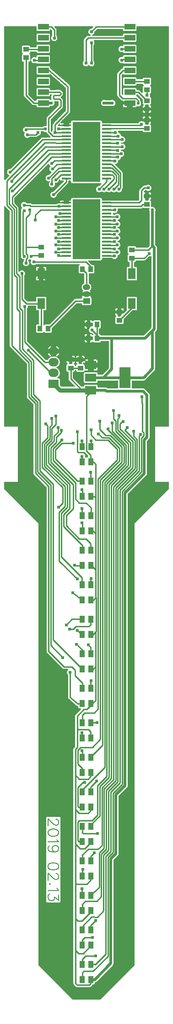
<source format=gtl>
G04 Layer: TopLayer*
G04 EasyEDA v6.3.43, 2020-06-07T13:11:06+08:00*
G04 57be81840bc34c5ebe362b8f785087f4,10*
G04 Gerber Generator version 0.2*
G04 Scale: 100 percent, Rotated: No, Reflected: No *
G04 Dimensions in inches *
G04 leading zeros omitted , absolute positions ,2 integer and 4 decimal *
%FSLAX24Y24*%
%MOIN*%
G90*
G70D02*

%ADD10C,0.010000*%
%ADD11C,0.020000*%
%ADD12C,0.030000*%
%ADD13C,0.009500*%
%ADD14C,0.009800*%
%ADD15C,0.009700*%
%ADD16C,0.009900*%
%ADD17C,0.008000*%
%ADD18C,0.024400*%
%ADD19R,0.079200X0.039900*%
%ADD23R,0.040000X0.036000*%
%ADD24R,0.036000X0.040000*%
%ADD26R,0.070900X0.011800*%
%ADD27R,0.204700X0.433100*%
%ADD30C,0.059060*%
%ADD31C,0.039370*%

%LPD*%
G36*
G01X2813Y71000D02*
G01X540Y71000D01*
G01X528Y70998D01*
G01X523Y70996D01*
G01X513Y70990D01*
G01X509Y70986D01*
G01X503Y70976D01*
G01X501Y70971D01*
G01X500Y70965D01*
G01X500Y59894D01*
G01X501Y59888D01*
G01X503Y59882D01*
G01X506Y59878D01*
G01X509Y59873D01*
G01X513Y59869D01*
G01X518Y59865D01*
G01X528Y59861D01*
G01X534Y59859D01*
G01X545Y59859D01*
G01X551Y59861D01*
G01X556Y59863D01*
G01X566Y59869D01*
G01X570Y59873D01*
G01X573Y59878D01*
G01X594Y59905D01*
G01X861Y60171D01*
G01X865Y60176D01*
G01X868Y60181D01*
G01X871Y60187D01*
G01X873Y60199D01*
G01X871Y60211D01*
G01X869Y60216D01*
G01X863Y60226D01*
G01X859Y60230D01*
G01X849Y60236D01*
G01X825Y60248D01*
G01X813Y60255D01*
G01X803Y60263D01*
G01X792Y60272D01*
G01X782Y60281D01*
G01X773Y60291D01*
G01X764Y60302D01*
G01X756Y60312D01*
G01X742Y60336D01*
G01X736Y60348D01*
G01X731Y60360D01*
G01X723Y60386D01*
G01X720Y60399D01*
G01X718Y60413D01*
G01X717Y60426D01*
G01X717Y60453D01*
G01X718Y60466D01*
G01X720Y60479D01*
G01X726Y60505D01*
G01X731Y60518D01*
G01X736Y60530D01*
G01X748Y60554D01*
G01X755Y60565D01*
G01X763Y60576D01*
G01X781Y60596D01*
G01X790Y60605D01*
G01X801Y60614D01*
G01X811Y60622D01*
G01X823Y60629D01*
G01X834Y60636D01*
G01X846Y60642D01*
G01X858Y60647D01*
G01X871Y60652D01*
G01X910Y60661D01*
G01X936Y60663D01*
G01X942Y60663D01*
G01X954Y60667D01*
G01X959Y60670D01*
G01X964Y60674D01*
G01X3194Y62905D01*
G01X3203Y62913D01*
G01X3212Y62920D01*
G01X3232Y62932D01*
G01X3243Y62937D01*
G01X3254Y62941D01*
G01X3265Y62944D01*
G01X3276Y62946D01*
G01X3288Y62948D01*
G01X3846Y62948D01*
G01X3852Y62950D01*
G01X3857Y62952D01*
G01X3863Y62954D01*
G01X3875Y62966D01*
G01X3877Y62971D01*
G01X3879Y62977D01*
G01X3880Y62982D01*
G01X3881Y62988D01*
G01X3879Y63000D01*
G01X3876Y63006D01*
G01X3873Y63011D01*
G01X3869Y63016D01*
G01X3633Y63253D01*
G01X3617Y63271D01*
G01X3610Y63282D01*
G01X3604Y63292D01*
G01X3599Y63303D01*
G01X3593Y63321D01*
G01X3590Y63326D01*
G01X3586Y63331D01*
G01X3581Y63335D01*
G01X3576Y63338D01*
G01X3569Y63341D01*
G01X3557Y63343D01*
G01X3548Y63342D01*
G01X3532Y63339D01*
G01X3516Y63337D01*
G01X3500Y63336D01*
G01X3486Y63337D01*
G01X3471Y63338D01*
G01X3457Y63340D01*
G01X3444Y63344D01*
G01X3430Y63348D01*
G01X3417Y63352D01*
G01X3404Y63358D01*
G01X3392Y63364D01*
G01X3380Y63371D01*
G01X3368Y63380D01*
G01X3357Y63388D01*
G01X3346Y63398D01*
G01X3342Y63401D01*
G01X3336Y63405D01*
G01X3331Y63407D01*
G01X3319Y63409D01*
G01X3203Y63409D01*
G01X3198Y63408D01*
G01X3192Y63407D01*
G01X3187Y63405D01*
G01X3177Y63399D01*
G01X3173Y63395D01*
G01X3167Y63385D01*
G01X3165Y63380D01*
G01X3164Y63374D01*
G01X3163Y63369D01*
G01X3165Y63358D01*
G01X3168Y63344D01*
G01X3171Y63329D01*
G01X3172Y63314D01*
G01X3173Y63300D01*
G01X3171Y63272D01*
G01X3169Y63259D01*
G01X3166Y63245D01*
G01X3162Y63232D01*
G01X3152Y63206D01*
G01X3146Y63194D01*
G01X3139Y63182D01*
G01X3131Y63171D01*
G01X3123Y63159D01*
G01X3105Y63139D01*
G01X3094Y63130D01*
G01X3084Y63121D01*
G01X3072Y63113D01*
G01X3061Y63106D01*
G01X3048Y63100D01*
G01X3036Y63094D01*
G01X3023Y63089D01*
G01X3010Y63085D01*
G01X2996Y63082D01*
G01X2983Y63079D01*
G01X2969Y63077D01*
G01X2956Y63077D01*
G01X2944Y63075D01*
G01X2938Y63072D01*
G01X2933Y63069D01*
G01X2928Y63065D01*
G01X2895Y63032D01*
G01X2877Y63016D01*
G01X2857Y63004D01*
G01X2846Y62999D01*
G01X2835Y62995D01*
G01X2824Y62992D01*
G01X2812Y62989D01*
G01X2800Y62988D01*
G01X2369Y62988D01*
G01X2357Y62986D01*
G01X2352Y62984D01*
G01X2346Y62980D01*
G01X2342Y62977D01*
G01X2331Y62967D01*
G01X2309Y62951D01*
G01X2296Y62943D01*
G01X2284Y62937D01*
G01X2271Y62931D01*
G01X2258Y62927D01*
G01X2230Y62919D01*
G01X2217Y62917D01*
G01X2203Y62916D01*
G01X2188Y62915D01*
G01X2162Y62917D01*
G01X2148Y62919D01*
G01X2135Y62922D01*
G01X2109Y62930D01*
G01X2097Y62935D01*
G01X2085Y62941D01*
G01X2073Y62948D01*
G01X2062Y62955D01*
G01X2051Y62963D01*
G01X2041Y62971D01*
G01X2021Y62991D01*
G01X2013Y63001D01*
G01X2005Y63012D01*
G01X1998Y63023D01*
G01X1991Y63035D01*
G01X1985Y63047D01*
G01X1980Y63059D01*
G01X1972Y63085D01*
G01X1969Y63098D01*
G01X1967Y63112D01*
G01X1965Y63138D01*
G01X1966Y63152D01*
G01X1967Y63165D01*
G01X1969Y63179D01*
G01X1972Y63192D01*
G01X1976Y63205D01*
G01X1980Y63217D01*
G01X1985Y63230D01*
G01X1991Y63242D01*
G01X1998Y63254D01*
G01X2001Y63260D01*
G01X2003Y63267D01*
G01X2003Y63280D01*
G01X2002Y63286D01*
G01X2000Y63292D01*
G01X1997Y63297D01*
G01X1989Y63305D01*
G01X1984Y63309D01*
G01X1973Y63316D01*
G01X1962Y63324D01*
G01X1951Y63333D01*
G01X1932Y63352D01*
G01X1924Y63362D01*
G01X1916Y63373D01*
G01X1909Y63384D01*
G01X1902Y63396D01*
G01X1896Y63408D01*
G01X1891Y63421D01*
G01X1886Y63433D01*
G01X1880Y63459D01*
G01X1878Y63473D01*
G01X1877Y63486D01*
G01X1876Y63500D01*
G01X1878Y63526D01*
G01X1880Y63540D01*
G01X1886Y63566D01*
G01X1891Y63579D01*
G01X1896Y63591D01*
G01X1902Y63603D01*
G01X1909Y63615D01*
G01X1916Y63626D01*
G01X1924Y63637D01*
G01X1932Y63647D01*
G01X1952Y63667D01*
G01X1962Y63675D01*
G01X1973Y63683D01*
G01X1984Y63690D01*
G01X1996Y63697D01*
G01X2008Y63703D01*
G01X2021Y63708D01*
G01X2033Y63713D01*
G01X2059Y63719D01*
G01X2073Y63721D01*
G01X2086Y63722D01*
G01X2100Y63723D01*
G01X2126Y63721D01*
G01X2140Y63719D01*
G01X2153Y63716D01*
G01X2166Y63712D01*
G01X2172Y63711D01*
G01X3325Y63711D01*
G01X3331Y63712D01*
G01X3336Y63715D01*
G01X3342Y63718D01*
G01X3346Y63721D01*
G01X3357Y63731D01*
G01X3368Y63740D01*
G01X3380Y63748D01*
G01X3392Y63755D01*
G01X3404Y63761D01*
G01X3417Y63767D01*
G01X3430Y63771D01*
G01X3444Y63776D01*
G01X3457Y63779D01*
G01X3471Y63781D01*
G01X3486Y63782D01*
G01X3513Y63782D01*
G01X3527Y63781D01*
G01X3548Y63778D01*
G01X3554Y63778D01*
G01X3560Y63780D01*
G01X3570Y63784D01*
G01X3575Y63788D01*
G01X3579Y63792D01*
G01X3582Y63796D01*
G01X3585Y63801D01*
G01X3587Y63807D01*
G01X3588Y63812D01*
G01X3588Y64319D01*
G01X3589Y64330D01*
G01X3590Y64342D01*
G01X3593Y64354D01*
G01X3596Y64365D01*
G01X3600Y64376D01*
G01X3605Y64387D01*
G01X3617Y64407D01*
G01X3625Y64417D01*
G01X3633Y64425D01*
G01X4457Y65250D01*
G01X4461Y65255D01*
G01X4464Y65261D01*
G01X4467Y65266D01*
G01X4468Y65272D01*
G01X4469Y65279D01*
G01X4469Y65529D01*
G01X4468Y65534D01*
G01X4467Y65540D01*
G01X4465Y65545D01*
G01X4459Y65555D01*
G01X4455Y65559D01*
G01X4445Y65565D01*
G01X4440Y65567D01*
G01X4428Y65569D01*
G01X4189Y65569D01*
G01X4183Y65568D01*
G01X4178Y65567D01*
G01X4172Y65565D01*
G01X4167Y65562D01*
G01X4163Y65559D01*
G01X4159Y65555D01*
G01X4155Y65550D01*
G01X4152Y65545D01*
G01X4150Y65540D01*
G01X4149Y65534D01*
G01X4149Y65522D01*
G01X4151Y65516D01*
G01X4155Y65502D01*
G01X4158Y65488D01*
G01X4161Y65473D01*
G01X4162Y65459D01*
G01X4163Y65444D01*
G01X4161Y65418D01*
G01X4159Y65404D01*
G01X4153Y65378D01*
G01X4148Y65365D01*
G01X4143Y65353D01*
G01X4137Y65341D01*
G01X4130Y65329D01*
G01X4123Y65318D01*
G01X4115Y65307D01*
G01X4107Y65297D01*
G01X4097Y65287D01*
G01X4077Y65269D01*
G01X4066Y65261D01*
G01X4055Y65254D01*
G01X4043Y65247D01*
G01X4031Y65241D01*
G01X4019Y65236D01*
G01X3993Y65228D01*
G01X3980Y65225D01*
G01X3966Y65223D01*
G01X3940Y65221D01*
G01X3912Y65223D01*
G01X3898Y65225D01*
G01X3885Y65228D01*
G01X3875Y65230D01*
G01X3869Y65229D01*
G01X3864Y65228D01*
G01X3858Y65226D01*
G01X3853Y65223D01*
G01X3849Y65219D01*
G01X3844Y65215D01*
G01X3838Y65205D01*
G01X3830Y65189D01*
G01X3825Y65182D01*
G01X3819Y65175D01*
G01X3805Y65163D01*
G01X3798Y65158D01*
G01X3790Y65154D01*
G01X3781Y65150D01*
G01X3773Y65147D01*
G01X3763Y65145D01*
G01X3755Y65144D01*
G01X2944Y65144D01*
G01X2935Y65145D01*
G01X2926Y65147D01*
G01X2917Y65150D01*
G01X2909Y65154D01*
G01X2900Y65159D01*
G01X2893Y65164D01*
G01X2886Y65170D01*
G01X2879Y65177D01*
G01X2873Y65184D01*
G01X2868Y65191D01*
G01X2863Y65200D01*
G01X2859Y65208D01*
G01X2856Y65217D01*
G01X2854Y65226D01*
G01X2853Y65235D01*
G01X2853Y65254D01*
G01X2852Y65259D01*
G01X2851Y65265D01*
G01X2849Y65270D01*
G01X2843Y65280D01*
G01X2839Y65284D01*
G01X2829Y65290D01*
G01X2824Y65292D01*
G01X2818Y65293D01*
G01X2813Y65294D01*
G01X2643Y65294D01*
G01X2631Y65295D01*
G01X2619Y65298D01*
G01X2608Y65301D01*
G01X2597Y65305D01*
G01X2586Y65310D01*
G01X2566Y65322D01*
G01X2548Y65338D01*
G01X1993Y65893D01*
G01X1977Y65911D01*
G01X1965Y65931D01*
G01X1960Y65942D01*
G01X1956Y65953D01*
G01X1953Y65964D01*
G01X1950Y65976D01*
G01X1948Y66000D01*
G01X1948Y68403D01*
G01X1947Y68409D01*
G01X1945Y68414D01*
G01X1939Y68424D01*
G01X1935Y68428D01*
G01X1925Y68434D01*
G01X1920Y68436D01*
G01X1914Y68437D01*
G01X1909Y68438D01*
G01X1890Y68438D01*
G01X1881Y68439D01*
G01X1872Y68441D01*
G01X1863Y68444D01*
G01X1855Y68448D01*
G01X1846Y68453D01*
G01X1839Y68458D01*
G01X1832Y68464D01*
G01X1825Y68471D01*
G01X1819Y68478D01*
G01X1814Y68485D01*
G01X1809Y68494D01*
G01X1805Y68502D01*
G01X1802Y68511D01*
G01X1800Y68520D01*
G01X1798Y68538D01*
G01X1798Y68898D01*
G01X1799Y68908D01*
G01X1800Y68917D01*
G01X1803Y68927D01*
G01X1805Y68936D01*
G01X1809Y68944D01*
G01X1819Y68960D01*
G01X1826Y68967D01*
G01X1832Y68974D01*
G01X1840Y68980D01*
G01X1848Y68985D01*
G01X1853Y68988D01*
G01X1857Y68993D01*
G01X1860Y68997D01*
G01X1863Y69002D01*
G01X1867Y69014D01*
G01X1867Y69025D01*
G01X1863Y69037D01*
G01X1860Y69042D01*
G01X1857Y69046D01*
G01X1853Y69051D01*
G01X1848Y69054D01*
G01X1840Y69059D01*
G01X1832Y69065D01*
G01X1826Y69072D01*
G01X1819Y69079D01*
G01X1809Y69095D01*
G01X1805Y69104D01*
G01X1803Y69113D01*
G01X1800Y69122D01*
G01X1798Y69140D01*
G01X1798Y69501D01*
G01X1800Y69519D01*
G01X1802Y69528D01*
G01X1805Y69537D01*
G01X1809Y69546D01*
G01X1814Y69554D01*
G01X1819Y69561D01*
G01X1825Y69569D01*
G01X1839Y69581D01*
G01X1846Y69586D01*
G01X1855Y69591D01*
G01X1863Y69595D01*
G01X1872Y69598D01*
G01X1881Y69600D01*
G01X1890Y69601D01*
G01X1900Y69602D01*
G01X2300Y69602D01*
G01X2318Y69600D01*
G01X2328Y69598D01*
G01X2336Y69594D01*
G01X2345Y69591D01*
G01X2361Y69581D01*
G01X2368Y69575D01*
G01X2375Y69568D01*
G01X2381Y69561D01*
G01X2386Y69553D01*
G01X2390Y69544D01*
G01X2394Y69536D01*
G01X2397Y69527D01*
G01X2399Y69518D01*
G01X2400Y69508D01*
G01X2401Y69503D01*
G01X2403Y69497D01*
G01X2405Y69492D01*
G01X2409Y69486D01*
G01X2413Y69482D01*
G01X2417Y69479D01*
G01X2423Y69476D01*
G01X2428Y69473D01*
G01X2440Y69471D01*
G01X2813Y69471D01*
G01X2818Y69472D01*
G01X2824Y69473D01*
G01X2829Y69475D01*
G01X2839Y69481D01*
G01X2843Y69485D01*
G01X2849Y69495D01*
G01X2851Y69500D01*
G01X2852Y69506D01*
G01X2853Y69511D01*
G01X2853Y69583D01*
G01X2854Y69592D01*
G01X2856Y69601D01*
G01X2859Y69610D01*
G01X2863Y69619D01*
G01X2868Y69627D01*
G01X2873Y69634D01*
G01X2879Y69642D01*
G01X2893Y69654D01*
G01X2900Y69659D01*
G01X2909Y69664D01*
G01X2917Y69668D01*
G01X2926Y69671D01*
G01X2935Y69673D01*
G01X2953Y69675D01*
G01X3746Y69675D01*
G01X3764Y69673D01*
G01X3773Y69671D01*
G01X3782Y69668D01*
G01X3790Y69664D01*
G01X3799Y69659D01*
G01X3806Y69654D01*
G01X3820Y69642D01*
G01X3826Y69634D01*
G01X3831Y69627D01*
G01X3836Y69619D01*
G01X3840Y69610D01*
G01X3843Y69601D01*
G01X3845Y69592D01*
G01X3846Y69583D01*
G01X3846Y69165D01*
G01X3845Y69156D01*
G01X3843Y69147D01*
G01X3840Y69138D01*
G01X3836Y69130D01*
G01X3831Y69121D01*
G01X3826Y69114D01*
G01X3820Y69107D01*
G01X3813Y69100D01*
G01X3806Y69094D01*
G01X3799Y69089D01*
G01X3790Y69084D01*
G01X3782Y69080D01*
G01X3773Y69077D01*
G01X3764Y69075D01*
G01X3746Y69073D01*
G01X2953Y69073D01*
G01X2944Y69074D01*
G01X2936Y69075D01*
G01X2927Y69077D01*
G01X2918Y69080D01*
G01X2910Y69083D01*
G01X2902Y69088D01*
G01X2894Y69092D01*
G01X2888Y69098D01*
G01X2881Y69104D01*
G01X2875Y69111D01*
G01X2870Y69118D01*
G01X2865Y69126D01*
G01X2861Y69134D01*
G01X2858Y69142D01*
G01X2855Y69148D01*
G01X2852Y69153D01*
G01X2848Y69158D01*
G01X2843Y69162D01*
G01X2838Y69165D01*
G01X2826Y69169D01*
G01X2434Y69169D01*
G01X2428Y69168D01*
G01X2423Y69165D01*
G01X2417Y69163D01*
G01X2409Y69155D01*
G01X2405Y69150D01*
G01X2401Y69138D01*
G01X2400Y69133D01*
G01X2399Y69123D01*
G01X2397Y69114D01*
G01X2394Y69105D01*
G01X2390Y69096D01*
G01X2385Y69087D01*
G01X2380Y69079D01*
G01X2374Y69072D01*
G01X2367Y69065D01*
G01X2359Y69059D01*
G01X2351Y69054D01*
G01X2346Y69051D01*
G01X2342Y69046D01*
G01X2339Y69042D01*
G01X2336Y69037D01*
G01X2332Y69025D01*
G01X2332Y69014D01*
G01X2336Y69002D01*
G01X2339Y68997D01*
G01X2342Y68993D01*
G01X2346Y68988D01*
G01X2351Y68985D01*
G01X2359Y68980D01*
G01X2367Y68974D01*
G01X2373Y68967D01*
G01X2380Y68960D01*
G01X2390Y68944D01*
G01X2394Y68936D01*
G01X2396Y68927D01*
G01X2399Y68917D01*
G01X2400Y68908D01*
G01X2401Y68898D01*
G01X2401Y68579D01*
G01X2405Y68567D01*
G01X2409Y68561D01*
G01X2413Y68556D01*
G01X2418Y68552D01*
G01X2423Y68549D01*
G01X2413Y68543D01*
G01X2409Y68540D01*
G01X2405Y68535D01*
G01X2403Y68530D01*
G01X2400Y68525D01*
G01X2399Y68519D01*
G01X2396Y68510D01*
G01X2394Y68502D01*
G01X2390Y68493D01*
G01X2380Y68477D01*
G01X2374Y68470D01*
G01X2360Y68458D01*
G01X2353Y68453D01*
G01X2344Y68448D01*
G01X2336Y68444D01*
G01X2327Y68441D01*
G01X2318Y68439D01*
G01X2309Y68438D01*
G01X2290Y68438D01*
G01X2285Y68437D01*
G01X2279Y68436D01*
G01X2274Y68434D01*
G01X2264Y68428D01*
G01X2260Y68424D01*
G01X2254Y68414D01*
G01X2252Y68409D01*
G01X2251Y68403D01*
G01X2251Y66072D01*
G01X2253Y66066D01*
G01X2255Y66061D01*
G01X2258Y66055D01*
G01X2262Y66050D01*
G01X2705Y65607D01*
G01X2710Y65603D01*
G01X2715Y65600D01*
G01X2727Y65596D01*
G01X2818Y65596D01*
G01X2824Y65597D01*
G01X2829Y65599D01*
G01X2839Y65605D01*
G01X2843Y65609D01*
G01X2849Y65619D01*
G01X2851Y65624D01*
G01X2853Y65636D01*
G01X2853Y65653D01*
G01X2854Y65662D01*
G01X2856Y65671D01*
G01X2859Y65680D01*
G01X2863Y65688D01*
G01X2868Y65697D01*
G01X2873Y65704D01*
G01X2879Y65711D01*
G01X2886Y65718D01*
G01X2893Y65724D01*
G01X2900Y65729D01*
G01X2909Y65734D01*
G01X2917Y65738D01*
G01X2926Y65741D01*
G01X2935Y65743D01*
G01X2944Y65744D01*
G01X3755Y65744D01*
G01X3763Y65743D01*
G01X3772Y65741D01*
G01X3781Y65738D01*
G01X3797Y65730D01*
G01X3805Y65725D01*
G01X3812Y65720D01*
G01X3818Y65713D01*
G01X3824Y65707D01*
G01X3830Y65700D01*
G01X3838Y65684D01*
G01X3844Y65674D01*
G01X3848Y65669D01*
G01X3858Y65663D01*
G01X3863Y65661D01*
G01X3875Y65659D01*
G01X3885Y65661D01*
G01X3919Y65667D01*
G01X3926Y65667D01*
G01X3931Y65669D01*
G01X3941Y65675D01*
G01X3946Y65680D01*
G01X3949Y65684D01*
G01X3952Y65689D01*
G01X3954Y65695D01*
G01X3956Y65707D01*
G01X3955Y65717D01*
G01X3951Y65731D01*
G01X3949Y65745D01*
G01X3948Y65759D01*
G01X3948Y65959D01*
G01X3949Y65971D01*
G01X3950Y65982D01*
G01X3952Y65992D01*
G01X3955Y66003D01*
G01X3959Y66013D01*
G01X3963Y66024D01*
G01X3965Y66029D01*
G01X3967Y66041D01*
G01X3966Y66046D01*
G01X3965Y66052D01*
G01X3963Y66057D01*
G01X3957Y66067D01*
G01X3953Y66071D01*
G01X3948Y66075D01*
G01X3938Y66079D01*
G01X3932Y66080D01*
G01X3927Y66081D01*
G01X3926Y66081D01*
G01X3886Y66080D01*
G01X3880Y66080D01*
G01X3875Y66079D01*
G01X3869Y66077D01*
G01X3865Y66074D01*
G01X3860Y66070D01*
G01X3856Y66066D01*
G01X3853Y66062D01*
G01X3850Y66057D01*
G01X3848Y66052D01*
G01X3846Y66040D01*
G01X3846Y66015D01*
G01X3845Y66006D01*
G01X3843Y65997D01*
G01X3840Y65988D01*
G01X3836Y65980D01*
G01X3831Y65971D01*
G01X3826Y65964D01*
G01X3820Y65957D01*
G01X3813Y65950D01*
G01X3806Y65944D01*
G01X3799Y65939D01*
G01X3790Y65934D01*
G01X3782Y65930D01*
G01X3773Y65927D01*
G01X3764Y65925D01*
G01X3746Y65923D01*
G01X2953Y65923D01*
G01X2935Y65925D01*
G01X2926Y65927D01*
G01X2917Y65930D01*
G01X2909Y65934D01*
G01X2900Y65939D01*
G01X2893Y65944D01*
G01X2886Y65950D01*
G01X2879Y65957D01*
G01X2873Y65964D01*
G01X2868Y65971D01*
G01X2863Y65980D01*
G01X2859Y65988D01*
G01X2856Y65997D01*
G01X2854Y66006D01*
G01X2853Y66015D01*
G01X2853Y66433D01*
G01X2854Y66442D01*
G01X2856Y66451D01*
G01X2859Y66460D01*
G01X2863Y66469D01*
G01X2868Y66477D01*
G01X2873Y66484D01*
G01X2879Y66492D01*
G01X2893Y66504D01*
G01X2900Y66509D01*
G01X2909Y66514D01*
G01X2917Y66518D01*
G01X2926Y66521D01*
G01X2935Y66523D01*
G01X2953Y66525D01*
G01X3746Y66525D01*
G01X3764Y66523D01*
G01X3773Y66521D01*
G01X3782Y66518D01*
G01X3790Y66514D01*
G01X3799Y66509D01*
G01X3806Y66504D01*
G01X3820Y66492D01*
G01X3826Y66484D01*
G01X3831Y66477D01*
G01X3836Y66469D01*
G01X3840Y66460D01*
G01X3843Y66451D01*
G01X3845Y66442D01*
G01X3846Y66433D01*
G01X3846Y66422D01*
G01X3847Y66417D01*
G01X3848Y66411D01*
G01X3850Y66406D01*
G01X3856Y66396D01*
G01X3860Y66392D01*
G01X3870Y66386D01*
G01X3875Y66384D01*
G01X3881Y66383D01*
G01X3886Y66382D01*
G01X3887Y66382D01*
G01X4538Y66390D01*
G01X4551Y66390D01*
G01X4563Y66389D01*
G01X4575Y66386D01*
G01X4586Y66383D01*
G01X4597Y66379D01*
G01X4608Y66374D01*
G01X4628Y66362D01*
G01X4638Y66354D01*
G01X4734Y66258D01*
G01X4742Y66248D01*
G01X4754Y66228D01*
G01X4759Y66217D01*
G01X4763Y66206D01*
G01X4766Y66195D01*
G01X4769Y66183D01*
G01X4771Y66159D01*
G01X4771Y66080D01*
G01X4769Y66056D01*
G01X4766Y66044D01*
G01X4763Y66033D01*
G01X4759Y66022D01*
G01X4754Y66011D01*
G01X4742Y65991D01*
G01X4726Y65973D01*
G01X4642Y65889D01*
G01X4634Y65879D01*
G01X4632Y65873D01*
G01X4630Y65866D01*
G01X4630Y65853D01*
G01X4632Y65846D01*
G01X4634Y65840D01*
G01X4642Y65830D01*
G01X4734Y65738D01*
G01X4742Y65728D01*
G01X4754Y65708D01*
G01X4759Y65697D01*
G01X4763Y65686D01*
G01X4766Y65675D01*
G01X4769Y65663D01*
G01X4770Y65651D01*
G01X4771Y65640D01*
G01X4771Y65200D01*
G01X4769Y65176D01*
G01X4766Y65164D01*
G01X4763Y65153D01*
G01X4759Y65142D01*
G01X4754Y65131D01*
G01X4742Y65111D01*
G01X4726Y65093D01*
G01X3902Y64268D01*
G01X3898Y64263D01*
G01X3895Y64257D01*
G01X3892Y64252D01*
G01X3890Y64240D01*
G01X3890Y63439D01*
G01X3891Y63432D01*
G01X3892Y63426D01*
G01X3895Y63421D01*
G01X3898Y63415D01*
G01X3902Y63410D01*
G01X3932Y63380D01*
G01X3937Y63377D01*
G01X3942Y63373D01*
G01X3954Y63369D01*
G01X3966Y63369D01*
G01X3971Y63371D01*
G01X3977Y63373D01*
G01X3982Y63375D01*
G01X3994Y63387D01*
G01X3997Y63392D01*
G01X4003Y63405D01*
G01X4011Y63418D01*
G01X4019Y63430D01*
G01X4028Y63442D01*
G01X4038Y63453D01*
G01X4041Y63457D01*
G01X4044Y63463D01*
G01X4047Y63468D01*
G01X4048Y63474D01*
G01X4048Y63855D01*
G01X4049Y63866D01*
G01X4050Y63878D01*
G01X4053Y63890D01*
G01X4056Y63901D01*
G01X4060Y63912D01*
G01X4065Y63923D01*
G01X4077Y63943D01*
G01X4084Y63952D01*
G01X4092Y63961D01*
G01X4977Y64854D01*
G01X4981Y64859D01*
G01X4984Y64864D01*
G01X4988Y64876D01*
G01X4988Y66557D01*
G01X4987Y66563D01*
G01X4985Y66568D01*
G01X4982Y66573D01*
G01X4978Y66578D01*
G01X4975Y66582D01*
G01X3864Y67529D01*
G01X3858Y67533D01*
G01X3852Y67536D01*
G01X3845Y67538D01*
G01X3832Y67538D01*
G01X3827Y67536D01*
G01X3821Y67534D01*
G01X3817Y67532D01*
G01X3812Y67528D01*
G01X3805Y67523D01*
G01X3789Y67513D01*
G01X3781Y67510D01*
G01X3772Y67507D01*
G01X3763Y67505D01*
G01X3755Y67504D01*
G01X2944Y67504D01*
G01X2935Y67505D01*
G01X2926Y67507D01*
G01X2917Y67510D01*
G01X2909Y67514D01*
G01X2900Y67519D01*
G01X2893Y67524D01*
G01X2879Y67536D01*
G01X2873Y67544D01*
G01X2868Y67551D01*
G01X2863Y67559D01*
G01X2859Y67568D01*
G01X2856Y67577D01*
G01X2854Y67586D01*
G01X2853Y67595D01*
G01X2853Y68013D01*
G01X2854Y68022D01*
G01X2856Y68031D01*
G01X2859Y68040D01*
G01X2863Y68048D01*
G01X2868Y68057D01*
G01X2873Y68064D01*
G01X2879Y68071D01*
G01X2886Y68078D01*
G01X2893Y68084D01*
G01X2900Y68089D01*
G01X2909Y68094D01*
G01X2917Y68098D01*
G01X2926Y68101D01*
G01X2935Y68103D01*
G01X2953Y68105D01*
G01X3746Y68105D01*
G01X3764Y68103D01*
G01X3773Y68101D01*
G01X3782Y68098D01*
G01X3790Y68094D01*
G01X3799Y68089D01*
G01X3806Y68084D01*
G01X3813Y68078D01*
G01X3820Y68071D01*
G01X3826Y68064D01*
G01X3831Y68057D01*
G01X3836Y68048D01*
G01X3840Y68040D01*
G01X3843Y68031D01*
G01X3845Y68022D01*
G01X3846Y68013D01*
G01X3846Y67958D01*
G01X3848Y67946D01*
G01X3851Y67940D01*
G01X3854Y67935D01*
G01X3858Y67930D01*
G01X3873Y67918D01*
G01X5238Y66754D01*
G01X5254Y66738D01*
G01X5262Y66728D01*
G01X5268Y66719D01*
G01X5274Y66708D01*
G01X5279Y66697D01*
G01X5283Y66686D01*
G01X5286Y66675D01*
G01X5289Y66663D01*
G01X5290Y66651D01*
G01X5290Y64792D01*
G01X5289Y64780D01*
G01X5286Y64769D01*
G01X5283Y64757D01*
G01X5279Y64746D01*
G01X5274Y64735D01*
G01X5269Y64725D01*
G01X5262Y64715D01*
G01X5255Y64706D01*
G01X5247Y64697D01*
G01X4598Y64042D01*
G01X4594Y64038D01*
G01X4591Y64032D01*
G01X4588Y64027D01*
G01X4587Y64021D01*
G01X4587Y64009D01*
G01X4588Y64003D01*
G01X4590Y63998D01*
G01X4596Y63988D01*
G01X4601Y63984D01*
G01X4605Y63981D01*
G01X4610Y63978D01*
G01X4615Y63976D01*
G01X4627Y63974D01*
G01X4637Y63976D01*
G01X4646Y63978D01*
G01X4655Y63979D01*
G01X4665Y63980D01*
G01X4817Y63980D01*
G01X4817Y63874D01*
G01X4563Y63874D01*
G01X4563Y63879D01*
G01X4564Y63892D01*
G01X4567Y63905D01*
G01X4568Y63915D01*
G01X4568Y63921D01*
G01X4567Y63926D01*
G01X4565Y63932D01*
G01X4562Y63937D01*
G01X4559Y63941D01*
G01X4555Y63945D01*
G01X4550Y63949D01*
G01X4545Y63952D01*
G01X4540Y63954D01*
G01X4534Y63955D01*
G01X4522Y63955D01*
G01X4510Y63951D01*
G01X4500Y63943D01*
G01X4407Y63850D01*
G01X4403Y63845D01*
G01X4400Y63840D01*
G01X4396Y63828D01*
G01X4396Y63816D01*
G01X4397Y63810D01*
G01X4399Y63805D01*
G01X4405Y63795D01*
G01X4409Y63791D01*
G01X4419Y63785D01*
G01X4424Y63783D01*
G01X4430Y63782D01*
G01X4473Y63782D01*
G01X4487Y63781D01*
G01X4500Y63779D01*
G01X4514Y63776D01*
G01X4540Y63768D01*
G01X4546Y63766D01*
G01X4554Y63765D01*
G01X4817Y63765D01*
G01X4817Y63754D01*
G01X4818Y63748D01*
G01X4820Y63743D01*
G01X4826Y63733D01*
G01X4830Y63729D01*
G01X4840Y63723D01*
G01X4846Y63721D01*
G01X4851Y63720D01*
G01X4857Y63719D01*
G01X5181Y63719D01*
G01X5187Y63720D01*
G01X5192Y63721D01*
G01X5198Y63723D01*
G01X5203Y63726D01*
G01X5207Y63729D01*
G01X5211Y63733D01*
G01X5215Y63738D01*
G01X5218Y63743D01*
G01X5220Y63748D01*
G01X5221Y63754D01*
G01X5221Y63765D01*
G01X5340Y63765D01*
G01X5346Y63767D01*
G01X5356Y63771D01*
G01X5361Y63775D01*
G01X5365Y63779D01*
G01X5368Y63783D01*
G01X5371Y63788D01*
G01X5373Y63794D01*
G01X5374Y63799D01*
G01X5375Y63805D01*
G01X5375Y63834D01*
G01X5374Y63840D01*
G01X5373Y63845D01*
G01X5371Y63851D01*
G01X5368Y63856D01*
G01X5365Y63860D01*
G01X5361Y63864D01*
G01X5356Y63868D01*
G01X5346Y63872D01*
G01X5334Y63874D01*
G01X5221Y63874D01*
G01X5221Y63980D01*
G01X5340Y63980D01*
G01X5346Y63981D01*
G01X5351Y63983D01*
G01X5361Y63989D01*
G01X5365Y63993D01*
G01X5371Y64003D01*
G01X5373Y64008D01*
G01X5374Y64014D01*
G01X5375Y64019D01*
G01X5375Y64074D01*
G01X5376Y64083D01*
G01X5378Y64092D01*
G01X5381Y64101D01*
G01X5385Y64109D01*
G01X5390Y64118D01*
G01X5395Y64125D01*
G01X5407Y64139D01*
G01X5415Y64145D01*
G01X5422Y64150D01*
G01X5430Y64155D01*
G01X5439Y64159D01*
G01X5448Y64162D01*
G01X5457Y64164D01*
G01X5466Y64165D01*
G01X7532Y64165D01*
G01X7541Y64164D01*
G01X7550Y64162D01*
G01X7559Y64159D01*
G01X7567Y64155D01*
G01X7576Y64150D01*
G01X7583Y64145D01*
G01X7590Y64139D01*
G01X7597Y64132D01*
G01X7603Y64125D01*
G01X7608Y64118D01*
G01X7613Y64109D01*
G01X7617Y64101D01*
G01X7620Y64092D01*
G01X7622Y64083D01*
G01X7623Y64074D01*
G01X7623Y64019D01*
G01X7624Y64014D01*
G01X7625Y64008D01*
G01X7627Y64003D01*
G01X7633Y63993D01*
G01X7637Y63989D01*
G01X7647Y63983D01*
G01X7652Y63981D01*
G01X7658Y63980D01*
G01X8334Y63980D01*
G01X8342Y63979D01*
G01X8351Y63978D01*
G01X8360Y63976D01*
G01X8369Y63973D01*
G01X8376Y63971D01*
G01X10267Y63971D01*
G01X10272Y63972D01*
G01X10278Y63974D01*
G01X10282Y63977D01*
G01X10287Y63980D01*
G01X10291Y63984D01*
G01X10297Y63994D01*
G01X10311Y64018D01*
G01X10319Y64030D01*
G01X10327Y64041D01*
G01X10336Y64052D01*
G01X10346Y64062D01*
G01X10368Y64080D01*
G01X10380Y64088D01*
G01X10392Y64095D01*
G01X10404Y64101D01*
G01X10417Y64107D01*
G01X10430Y64111D01*
G01X10444Y64115D01*
G01X10457Y64119D01*
G01X10471Y64121D01*
G01X10486Y64122D01*
G01X10500Y64123D01*
G01X10516Y64122D01*
G01X10533Y64120D01*
G01X10550Y64117D01*
G01X10576Y64109D01*
G01X10589Y64104D01*
G01X10601Y64098D01*
G01X10613Y64091D01*
G01X10620Y64088D01*
G01X10627Y64086D01*
G01X10775Y64086D01*
G01X10775Y63914D01*
G01X10776Y63908D01*
G01X10778Y63903D01*
G01X10784Y63893D01*
G01X10788Y63889D01*
G01X10798Y63883D01*
G01X10803Y63881D01*
G01X10809Y63880D01*
G01X10990Y63880D01*
G01X10996Y63881D01*
G01X11001Y63883D01*
G01X11011Y63889D01*
G01X11015Y63893D01*
G01X11021Y63903D01*
G01X11023Y63908D01*
G01X11024Y63914D01*
G01X11025Y63919D01*
G01X11025Y64086D01*
G01X11201Y64086D01*
G01X11201Y64021D01*
G01X11200Y64011D01*
G01X11199Y64002D01*
G01X11196Y63992D01*
G01X11194Y63984D01*
G01X11190Y63975D01*
G01X11180Y63959D01*
G01X11173Y63952D01*
G01X11167Y63945D01*
G01X11159Y63939D01*
G01X11151Y63934D01*
G01X11146Y63930D01*
G01X11142Y63926D01*
G01X11139Y63922D01*
G01X11136Y63917D01*
G01X11132Y63905D01*
G01X11132Y63894D01*
G01X11136Y63882D01*
G01X11139Y63877D01*
G01X11142Y63873D01*
G01X11146Y63869D01*
G01X11151Y63865D01*
G01X11159Y63860D01*
G01X11167Y63854D01*
G01X11173Y63847D01*
G01X11180Y63840D01*
G01X11190Y63824D01*
G01X11194Y63815D01*
G01X11196Y63807D01*
G01X11199Y63797D01*
G01X11201Y63779D01*
G01X11201Y63419D01*
G01X11200Y63409D01*
G01X11199Y63400D01*
G01X11197Y63391D01*
G01X11194Y63382D01*
G01X11190Y63373D01*
G01X11185Y63365D01*
G01X11180Y63358D01*
G01X11174Y63351D01*
G01X11167Y63344D01*
G01X11160Y63338D01*
G01X11153Y63333D01*
G01X11144Y63328D01*
G01X11136Y63324D01*
G01X11127Y63321D01*
G01X11118Y63319D01*
G01X11100Y63317D01*
G01X10700Y63317D01*
G01X10690Y63318D01*
G01X10681Y63319D01*
G01X10671Y63321D01*
G01X10663Y63325D01*
G01X10654Y63328D01*
G01X10638Y63338D01*
G01X10631Y63344D01*
G01X10624Y63351D01*
G01X10618Y63358D01*
G01X10613Y63366D01*
G01X10609Y63375D01*
G01X10605Y63383D01*
G01X10602Y63392D01*
G01X10600Y63401D01*
G01X10599Y63411D01*
G01X10598Y63417D01*
G01X10596Y63422D01*
G01X10594Y63428D01*
G01X10590Y63432D01*
G01X10586Y63437D01*
G01X10582Y63440D01*
G01X10576Y63444D01*
G01X10571Y63446D01*
G01X10559Y63448D01*
G01X8839Y63448D01*
G01X8834Y63447D01*
G01X8828Y63446D01*
G01X8823Y63444D01*
G01X8813Y63438D01*
G01X8809Y63434D01*
G01X8803Y63424D01*
G01X8801Y63419D01*
G01X8799Y63407D01*
G01X8800Y63399D01*
G01X8803Y63391D01*
G01X8809Y63377D01*
G01X8813Y63363D01*
G01X8817Y63348D01*
G01X8820Y63334D01*
G01X8822Y63319D01*
G01X8823Y63304D01*
G01X8823Y63298D01*
G01X8824Y63293D01*
G01X8826Y63287D01*
G01X8830Y63282D01*
G01X8833Y63278D01*
G01X8837Y63274D01*
G01X8842Y63270D01*
G01X8847Y63268D01*
G01X8853Y63266D01*
G01X8879Y63258D01*
G01X8892Y63253D01*
G01X8904Y63246D01*
G01X8916Y63240D01*
G01X8938Y63224D01*
G01X8949Y63215D01*
G01X8959Y63206D01*
G01X8968Y63196D01*
G01X8984Y63174D01*
G01X8992Y63162D01*
G01X9004Y63138D01*
G01X9009Y63125D01*
G01X9017Y63099D01*
G01X9019Y63086D01*
G01X9021Y63072D01*
G01X9022Y63058D01*
G01X9023Y63052D01*
G01X9025Y63046D01*
G01X9027Y63041D01*
G01X9030Y63036D01*
G01X9034Y63031D01*
G01X9039Y63027D01*
G01X9044Y63024D01*
G01X9056Y63020D01*
G01X9068Y63020D01*
G01X9084Y63022D01*
G01X9100Y63023D01*
G01X9126Y63021D01*
G01X9140Y63019D01*
G01X9166Y63013D01*
G01X9178Y63008D01*
G01X9191Y63003D01*
G01X9203Y62997D01*
G01X9215Y62990D01*
G01X9226Y62983D01*
G01X9237Y62975D01*
G01X9247Y62967D01*
G01X9267Y62947D01*
G01X9275Y62937D01*
G01X9283Y62926D01*
G01X9290Y62915D01*
G01X9297Y62903D01*
G01X9303Y62891D01*
G01X9308Y62879D01*
G01X9313Y62866D01*
G01X9319Y62840D01*
G01X9321Y62826D01*
G01X9323Y62800D01*
G01X9321Y62772D01*
G01X9319Y62759D01*
G01X9316Y62745D01*
G01X9312Y62732D01*
G01X9302Y62706D01*
G01X9296Y62694D01*
G01X9289Y62682D01*
G01X9281Y62671D01*
G01X9273Y62659D01*
G01X9255Y62639D01*
G01X9244Y62630D01*
G01X9234Y62621D01*
G01X9222Y62613D01*
G01X9211Y62606D01*
G01X9198Y62600D01*
G01X9186Y62594D01*
G01X9173Y62589D01*
G01X9160Y62585D01*
G01X9147Y62582D01*
G01X9133Y62579D01*
G01X9128Y62578D01*
G01X9122Y62576D01*
G01X9117Y62573D01*
G01X9105Y62561D01*
G01X9101Y62551D01*
G01X9100Y62545D01*
G01X9098Y62551D01*
G01X9094Y62561D01*
G01X9082Y62573D01*
G01X9077Y62576D01*
G01X9071Y62578D01*
G01X9066Y62579D01*
G01X9050Y62582D01*
G01X9042Y62583D01*
G01X9030Y62581D01*
G01X9020Y62577D01*
G01X9015Y62573D01*
G01X9011Y62569D01*
G01X9008Y62565D01*
G01X9005Y62560D01*
G01X9003Y62554D01*
G01X9002Y62549D01*
G01X9001Y62543D01*
G01X9002Y62540D01*
G01X9002Y62534D01*
G01X9003Y62528D01*
G01X9005Y62522D01*
G01X9007Y62517D01*
G01X9011Y62511D01*
G01X9019Y62503D01*
G01X9025Y62500D01*
G01X9030Y62498D01*
G01X9036Y62496D01*
G01X9042Y62496D01*
G01X9051Y62497D01*
G01X9071Y62501D01*
G01X9077Y62503D01*
G01X9082Y62506D01*
G01X9086Y62509D01*
G01X9090Y62513D01*
G01X9094Y62518D01*
G01X9098Y62528D01*
G01X9100Y62534D01*
G01X9101Y62528D01*
G01X9105Y62518D01*
G01X9109Y62513D01*
G01X9113Y62509D01*
G01X9117Y62506D01*
G01X9122Y62503D01*
G01X9128Y62501D01*
G01X9133Y62500D01*
G01X9147Y62498D01*
G01X9173Y62490D01*
G01X9186Y62485D01*
G01X9198Y62479D01*
G01X9211Y62473D01*
G01X9222Y62466D01*
G01X9234Y62458D01*
G01X9244Y62449D01*
G01X9255Y62440D01*
G01X9264Y62430D01*
G01X9273Y62419D01*
G01X9281Y62409D01*
G01X9289Y62397D01*
G01X9296Y62385D01*
G01X9302Y62373D01*
G01X9312Y62347D01*
G01X9316Y62334D01*
G01X9319Y62321D01*
G01X9321Y62307D01*
G01X9322Y62293D01*
G01X9323Y62280D01*
G01X9322Y62266D01*
G01X9321Y62253D01*
G01X9319Y62239D01*
G01X9313Y62213D01*
G01X9308Y62201D01*
G01X9303Y62188D01*
G01X9297Y62176D01*
G01X9290Y62164D01*
G01X9283Y62153D01*
G01X9275Y62142D01*
G01X9267Y62132D01*
G01X9257Y62122D01*
G01X9237Y62104D01*
G01X9226Y62096D01*
G01X9215Y62089D01*
G01X9203Y62082D01*
G01X9191Y62076D01*
G01X9178Y62071D01*
G01X9166Y62067D01*
G01X9153Y62063D01*
G01X9140Y62060D01*
G01X9126Y62058D01*
G01X9113Y62057D01*
G01X9083Y62057D01*
G01X9067Y62059D01*
G01X9050Y62062D01*
G01X9042Y62063D01*
G01X9036Y62063D01*
G01X9030Y62061D01*
G01X9020Y62057D01*
G01X9015Y62053D01*
G01X9011Y62049D01*
G01X9008Y62045D01*
G01X9005Y62040D01*
G01X9003Y62034D01*
G01X9002Y62029D01*
G01X9001Y62023D01*
G01X9002Y62019D01*
G01X9002Y62017D01*
G01X9003Y62012D01*
G01X9005Y62006D01*
G01X9007Y62001D01*
G01X9015Y61991D01*
G01X9021Y61988D01*
G01X9026Y61985D01*
G01X9032Y61983D01*
G01X9038Y61982D01*
G01X9052Y61980D01*
G01X9065Y61978D01*
G01X9079Y61975D01*
G01X9118Y61960D01*
G01X9142Y61946D01*
G01X9164Y61930D01*
G01X9174Y61920D01*
G01X9184Y61911D01*
G01X9193Y61900D01*
G01X9209Y61878D01*
G01X9216Y61865D01*
G01X9222Y61853D01*
G01X9227Y61840D01*
G01X9232Y61828D01*
G01X9236Y61814D01*
G01X9239Y61801D01*
G01X9241Y61787D01*
G01X9242Y61773D01*
G01X9242Y61746D01*
G01X9241Y61732D01*
G01X9239Y61718D01*
G01X9236Y61705D01*
G01X9232Y61692D01*
G01X9222Y61666D01*
G01X9216Y61654D01*
G01X9209Y61642D01*
G01X9201Y61630D01*
G01X9193Y61619D01*
G01X9184Y61609D01*
G01X9174Y61599D01*
G01X9164Y61590D01*
G01X9153Y61581D01*
G01X9142Y61573D01*
G01X9118Y61559D01*
G01X9079Y61544D01*
G01X9065Y61541D01*
G01X9052Y61539D01*
G01X9038Y61537D01*
G01X9032Y61536D01*
G01X9026Y61534D01*
G01X9021Y61532D01*
G01X9015Y61528D01*
G01X9007Y61518D01*
G01X9005Y61513D01*
G01X9003Y61507D01*
G01X9002Y61501D01*
G01X8998Y61473D01*
G01X8994Y61460D01*
G01X8990Y61446D01*
G01X8985Y61434D01*
G01X8980Y61421D01*
G01X8973Y61409D01*
G01X8965Y61396D01*
G01X8949Y61374D01*
G01X8940Y61364D01*
G01X8930Y61354D01*
G01X8919Y61345D01*
G01X8908Y61337D01*
G01X8896Y61329D01*
G01X8884Y61323D01*
G01X8871Y61316D01*
G01X8859Y61311D01*
G01X8845Y61307D01*
G01X8832Y61303D01*
G01X8826Y61301D01*
G01X8816Y61295D01*
G01X8812Y61291D01*
G01X8808Y61286D01*
G01X8805Y61281D01*
G01X8803Y61276D01*
G01X8801Y61264D01*
G01X8801Y61260D01*
G01X8803Y61240D01*
G01X8802Y61226D01*
G01X8801Y61213D01*
G01X8799Y61199D01*
G01X8796Y61186D01*
G01X8788Y61160D01*
G01X8783Y61148D01*
G01X8777Y61135D01*
G01X8770Y61124D01*
G01X8763Y61112D01*
G01X8755Y61101D01*
G01X8746Y61091D01*
G01X8727Y61072D01*
G01X8716Y61063D01*
G01X8705Y61055D01*
G01X8694Y61048D01*
G01X8670Y61036D01*
G01X8657Y61030D01*
G01X8644Y61026D01*
G01X8632Y61023D01*
G01X8618Y61020D01*
G01X8612Y61018D01*
G01X8607Y61016D01*
G01X8601Y61013D01*
G01X8596Y61009D01*
G01X8592Y61004D01*
G01X8589Y60998D01*
G01X8587Y60993D01*
G01X8586Y60987D01*
G01X8585Y60980D01*
G01X8587Y60968D01*
G01X8590Y60962D01*
G01X8593Y60957D01*
G01X8597Y60952D01*
G01X9084Y60465D01*
G01X9100Y60447D01*
G01X9112Y60427D01*
G01X9117Y60416D01*
G01X9121Y60405D01*
G01X9124Y60394D01*
G01X9126Y60383D01*
G01X9128Y60371D01*
G01X9128Y59308D01*
G01X9126Y59296D01*
G01X9124Y59285D01*
G01X9121Y59273D01*
G01X9117Y59263D01*
G01X9112Y59252D01*
G01X9100Y59232D01*
G01X9092Y59223D01*
G01X9088Y59217D01*
G01X9085Y59211D01*
G01X9083Y59204D01*
G01X9082Y59197D01*
G01X9082Y59184D01*
G01X9080Y59171D01*
G01X9078Y59157D01*
G01X9076Y59144D01*
G01X9072Y59131D01*
G01X9067Y59119D01*
G01X9062Y59106D01*
G01X9056Y59094D01*
G01X9050Y59083D01*
G01X9034Y59061D01*
G01X9026Y59051D01*
G01X9007Y59032D01*
G01X8996Y59023D01*
G01X8986Y59015D01*
G01X8974Y59008D01*
G01X8963Y59002D01*
G01X8951Y58996D01*
G01X8938Y58991D01*
G01X8926Y58986D01*
G01X8900Y58980D01*
G01X8886Y58978D01*
G01X8873Y58977D01*
G01X8846Y58977D01*
G01X8832Y58978D01*
G01X8818Y58980D01*
G01X8804Y58984D01*
G01X8778Y58992D01*
G01X8752Y59004D01*
G01X8740Y59011D01*
G01X8728Y59019D01*
G01X8717Y59028D01*
G01X8707Y59037D01*
G01X8702Y59041D01*
G01X8697Y59044D01*
G01X8691Y59046D01*
G01X8686Y59047D01*
G01X8680Y59048D01*
G01X8673Y59047D01*
G01X8668Y59046D01*
G01X8662Y59044D01*
G01X8657Y59041D01*
G01X8652Y59037D01*
G01X8642Y59028D01*
G01X8630Y59019D01*
G01X8619Y59011D01*
G01X8607Y59004D01*
G01X8594Y58998D01*
G01X8582Y58992D01*
G01X8568Y58988D01*
G01X8555Y58984D01*
G01X8541Y58980D01*
G01X8528Y58978D01*
G01X8513Y58977D01*
G01X8486Y58977D01*
G01X8471Y58978D01*
G01X8458Y58980D01*
G01X8444Y58984D01*
G01X8431Y58988D01*
G01X8417Y58992D01*
G01X8405Y58998D01*
G01X8392Y59004D01*
G01X8380Y59011D01*
G01X8369Y59019D01*
G01X8357Y59028D01*
G01X8347Y59037D01*
G01X8342Y59041D01*
G01X8337Y59044D01*
G01X8331Y59046D01*
G01X8326Y59047D01*
G01X8319Y59048D01*
G01X8313Y59047D01*
G01X8308Y59046D01*
G01X8302Y59044D01*
G01X8297Y59041D01*
G01X8292Y59037D01*
G01X8282Y59028D01*
G01X8271Y59019D01*
G01X8259Y59011D01*
G01X8247Y59004D01*
G01X8221Y58992D01*
G01X8195Y58984D01*
G01X8181Y58980D01*
G01X8167Y58978D01*
G01X8153Y58977D01*
G01X8126Y58977D01*
G01X8111Y58978D01*
G01X8098Y58980D01*
G01X8084Y58984D01*
G01X8071Y58988D01*
G01X8057Y58992D01*
G01X8044Y58998D01*
G01X8032Y59004D01*
G01X8020Y59011D01*
G01X8009Y59019D01*
G01X7997Y59028D01*
G01X7987Y59037D01*
G01X7982Y59041D01*
G01X7977Y59044D01*
G01X7971Y59046D01*
G01X7959Y59048D01*
G01X7953Y59047D01*
G01X7948Y59046D01*
G01X7942Y59044D01*
G01X7937Y59041D01*
G01X7932Y59037D01*
G01X7922Y59028D01*
G01X7911Y59019D01*
G01X7899Y59011D01*
G01X7887Y59004D01*
G01X7875Y58998D01*
G01X7861Y58992D01*
G01X7835Y58984D01*
G01X7821Y58980D01*
G01X7807Y58978D01*
G01X7794Y58977D01*
G01X7765Y58977D01*
G01X7751Y58978D01*
G01X7738Y58980D01*
G01X7724Y58984D01*
G01X7698Y58992D01*
G01X7684Y58998D01*
G01X7672Y59004D01*
G01X7660Y59011D01*
G01X7648Y59019D01*
G01X7637Y59028D01*
G01X7627Y59037D01*
G01X7622Y59041D01*
G01X7617Y59044D01*
G01X7611Y59046D01*
G01X7605Y59047D01*
G01X7600Y59048D01*
G01X7588Y59046D01*
G01X7582Y59044D01*
G01X7577Y59041D01*
G01X7572Y59037D01*
G01X7562Y59028D01*
G01X7551Y59019D01*
G01X7539Y59011D01*
G01X7527Y59004D01*
G01X7515Y58998D01*
G01X7501Y58992D01*
G01X7475Y58984D01*
G01X7461Y58980D01*
G01X7448Y58978D01*
G01X7434Y58977D01*
G01X7406Y58977D01*
G01X7393Y58978D01*
G01X7379Y58980D01*
G01X7353Y58986D01*
G01X7340Y58991D01*
G01X7328Y58996D01*
G01X7316Y59002D01*
G01X7304Y59009D01*
G01X7293Y59016D01*
G01X7282Y59024D01*
G01X7272Y59032D01*
G01X7262Y59042D01*
G01X7244Y59062D01*
G01X7236Y59073D01*
G01X7229Y59084D01*
G01X7222Y59096D01*
G01X7216Y59108D01*
G01X7211Y59121D01*
G01X7207Y59133D01*
G01X7203Y59146D01*
G01X7200Y59159D01*
G01X7198Y59173D01*
G01X7197Y59186D01*
G01X7196Y59200D01*
G01X7198Y59226D01*
G01X7200Y59239D01*
G01X7203Y59253D01*
G01X7207Y59265D01*
G01X7211Y59278D01*
G01X7216Y59290D01*
G01X7228Y59314D01*
G01X7235Y59325D01*
G01X7243Y59336D01*
G01X7261Y59356D01*
G01X7270Y59365D01*
G01X7280Y59374D01*
G01X7291Y59382D01*
G01X7303Y59389D01*
G01X7314Y59396D01*
G01X7326Y59402D01*
G01X7338Y59407D01*
G01X7351Y59412D01*
G01X7390Y59421D01*
G01X7403Y59422D01*
G01X7417Y59423D01*
G01X7423Y59423D01*
G01X7428Y59425D01*
G01X7434Y59427D01*
G01X7440Y59430D01*
G01X7444Y59434D01*
G01X7576Y59567D01*
G01X7581Y59571D01*
G01X7584Y59577D01*
G01X7586Y59582D01*
G01X7588Y59589D01*
G01X7588Y59601D01*
G01X7587Y59606D01*
G01X7585Y59611D01*
G01X7582Y59617D01*
G01X7578Y59621D01*
G01X7575Y59625D01*
G01X7570Y59629D01*
G01X7565Y59631D01*
G01X7559Y59633D01*
G01X7554Y59634D01*
G01X7548Y59635D01*
G01X7541Y59634D01*
G01X7523Y59632D01*
G01X5476Y59632D01*
G01X5466Y59633D01*
G01X5457Y59634D01*
G01X5448Y59636D01*
G01X5439Y59639D01*
G01X5430Y59643D01*
G01X5422Y59648D01*
G01X5415Y59653D01*
G01X5407Y59659D01*
G01X5401Y59665D01*
G01X5395Y59673D01*
G01X5390Y59680D01*
G01X5385Y59688D01*
G01X5381Y59697D01*
G01X5378Y59706D01*
G01X5376Y59715D01*
G01X5375Y59724D01*
G01X5375Y59780D01*
G01X5374Y59785D01*
G01X5373Y59791D01*
G01X5371Y59796D01*
G01X5365Y59806D01*
G01X5361Y59810D01*
G01X5351Y59816D01*
G01X5346Y59818D01*
G01X5340Y59819D01*
G01X5204Y59819D01*
G01X5198Y59818D01*
G01X5193Y59816D01*
G01X5183Y59810D01*
G01X5179Y59806D01*
G01X5173Y59796D01*
G01X5171Y59791D01*
G01X5170Y59785D01*
G01X5169Y59780D01*
G01X5169Y59707D01*
G01X5168Y59696D01*
G01X5165Y59684D01*
G01X5162Y59673D01*
G01X5158Y59661D01*
G01X5153Y59651D01*
G01X5147Y59640D01*
G01X5141Y59630D01*
G01X5134Y59621D01*
G01X4330Y58817D01*
G01X4327Y58811D01*
G01X4325Y58806D01*
G01X4323Y58800D01*
G01X4323Y58794D01*
G01X4322Y58780D01*
G01X4320Y58767D01*
G01X4317Y58753D01*
G01X4314Y58740D01*
G01X4310Y58727D01*
G01X4305Y58713D01*
G01X4300Y58701D01*
G01X4286Y58677D01*
G01X4278Y58666D01*
G01X4269Y58655D01*
G01X4260Y58645D01*
G01X4250Y58635D01*
G01X4240Y58626D01*
G01X4229Y58618D01*
G01X4217Y58610D01*
G01X4205Y58603D01*
G01X4193Y58597D01*
G01X4167Y58587D01*
G01X4154Y58583D01*
G01X4141Y58580D01*
G01X4127Y58578D01*
G01X4113Y58577D01*
G01X4086Y58577D01*
G01X4073Y58578D01*
G01X4059Y58580D01*
G01X4033Y58586D01*
G01X4021Y58591D01*
G01X4008Y58596D01*
G01X3996Y58602D01*
G01X3984Y58609D01*
G01X3973Y58616D01*
G01X3962Y58624D01*
G01X3952Y58632D01*
G01X3932Y58652D01*
G01X3924Y58662D01*
G01X3916Y58673D01*
G01X3909Y58684D01*
G01X3902Y58696D01*
G01X3896Y58708D01*
G01X3891Y58721D01*
G01X3886Y58733D01*
G01X3880Y58759D01*
G01X3878Y58773D01*
G01X3877Y58786D01*
G01X3876Y58800D01*
G01X3877Y58813D01*
G01X3878Y58827D01*
G01X3880Y58841D01*
G01X3883Y58854D01*
G01X3887Y58867D01*
G01X3897Y58893D01*
G01X3903Y58905D01*
G01X3910Y58917D01*
G01X3918Y58929D01*
G01X3926Y58940D01*
G01X3935Y58950D01*
G01X3945Y58960D01*
G01X3955Y58969D01*
G01X3966Y58978D01*
G01X3977Y58986D01*
G01X4001Y59000D01*
G01X4013Y59005D01*
G01X4026Y59010D01*
G01X4040Y59014D01*
G01X4053Y59017D01*
G01X4067Y59020D01*
G01X4080Y59022D01*
G01X4094Y59023D01*
G01X4100Y59023D01*
G01X4106Y59025D01*
G01X4111Y59027D01*
G01X4117Y59030D01*
G01X4838Y59751D01*
G01X4846Y59761D01*
G01X4850Y59773D01*
G01X4850Y59785D01*
G01X4848Y59791D01*
G01X4844Y59801D01*
G01X4840Y59806D01*
G01X4836Y59810D01*
G01X4832Y59813D01*
G01X4827Y59816D01*
G01X4821Y59818D01*
G01X4816Y59819D01*
G01X4665Y59819D01*
G01X4655Y59820D01*
G01X4646Y59821D01*
G01X4637Y59823D01*
G01X4628Y59826D01*
G01X4619Y59830D01*
G01X4603Y59840D01*
G01X4596Y59846D01*
G01X4578Y59867D01*
G01X4574Y59876D01*
G01X4570Y59884D01*
G01X4567Y59893D01*
G01X4565Y59898D01*
G01X4563Y59904D01*
G01X4551Y59916D01*
G01X4546Y59919D01*
G01X4540Y59921D01*
G01X4534Y59922D01*
G01X4523Y59922D01*
G01X4511Y59918D01*
G01X4505Y59915D01*
G01X4490Y59900D01*
G01X4484Y59888D01*
G01X4483Y59882D01*
G01X4482Y59877D01*
G01X4482Y59863D01*
G01X4478Y59837D01*
G01X4472Y59811D01*
G01X4467Y59798D01*
G01X4462Y59786D01*
G01X4456Y59774D01*
G01X4449Y59763D01*
G01X4442Y59751D01*
G01X4434Y59740D01*
G01X4425Y59730D01*
G01X4416Y59721D01*
G01X4396Y59703D01*
G01X4385Y59695D01*
G01X4374Y59688D01*
G01X4350Y59676D01*
G01X4338Y59671D01*
G01X4325Y59667D01*
G01X4313Y59663D01*
G01X4299Y59660D01*
G01X4286Y59658D01*
G01X4273Y59657D01*
G01X4230Y59657D01*
G01X4225Y59656D01*
G01X4219Y59654D01*
G01X4214Y59651D01*
G01X4210Y59648D01*
G01X4206Y59644D01*
G01X4202Y59639D01*
G01X4198Y59629D01*
G01X4196Y59623D01*
G01X4196Y59617D01*
G01X4197Y59609D01*
G01X4200Y59592D01*
G01X4202Y59576D01*
G01X4203Y59559D01*
G01X4201Y59533D01*
G01X4199Y59519D01*
G01X4196Y59506D01*
G01X4188Y59480D01*
G01X4183Y59468D01*
G01X4177Y59456D01*
G01X4170Y59444D01*
G01X4163Y59433D01*
G01X4155Y59422D01*
G01X4137Y59402D01*
G01X4127Y59392D01*
G01X4117Y59384D01*
G01X4106Y59376D01*
G01X4095Y59369D01*
G01X4083Y59362D01*
G01X4071Y59356D01*
G01X4059Y59351D01*
G01X4046Y59346D01*
G01X4020Y59340D01*
G01X4006Y59338D01*
G01X3980Y59336D01*
G01X3966Y59337D01*
G01X3953Y59338D01*
G01X3939Y59340D01*
G01X3913Y59346D01*
G01X3901Y59351D01*
G01X3888Y59356D01*
G01X3876Y59362D01*
G01X3864Y59369D01*
G01X3853Y59376D01*
G01X3842Y59384D01*
G01X3832Y59392D01*
G01X3822Y59402D01*
G01X3804Y59422D01*
G01X3796Y59433D01*
G01X3789Y59444D01*
G01X3782Y59456D01*
G01X3776Y59468D01*
G01X3771Y59480D01*
G01X3763Y59506D01*
G01X3760Y59519D01*
G01X3758Y59533D01*
G01X3757Y59546D01*
G01X3757Y59574D01*
G01X3758Y59588D01*
G01X3764Y59616D01*
G01X3768Y59629D01*
G01X3778Y59655D01*
G01X3785Y59668D01*
G01X3792Y59680D01*
G01X3800Y59692D01*
G01X3818Y59714D01*
G01X3822Y59718D01*
G01X3825Y59724D01*
G01X3828Y59729D01*
G01X3830Y59741D01*
G01X3828Y59753D01*
G01X3826Y59758D01*
G01X3823Y59763D01*
G01X3820Y59767D01*
G01X3816Y59771D01*
G01X3811Y59775D01*
G01X3806Y59778D01*
G01X3801Y59780D01*
G01X3795Y59781D01*
G01X3790Y59781D01*
G01X3782Y59780D01*
G01X3768Y59778D01*
G01X3754Y59777D01*
G01X3726Y59777D01*
G01X3713Y59778D01*
G01X3699Y59780D01*
G01X3673Y59786D01*
G01X3661Y59791D01*
G01X3648Y59796D01*
G01X3636Y59802D01*
G01X3624Y59809D01*
G01X3613Y59816D01*
G01X3602Y59824D01*
G01X3592Y59832D01*
G01X3582Y59842D01*
G01X3564Y59862D01*
G01X3556Y59873D01*
G01X3549Y59884D01*
G01X3542Y59896D01*
G01X3536Y59908D01*
G01X3531Y59921D01*
G01X3526Y59933D01*
G01X3520Y59959D01*
G01X3518Y59973D01*
G01X3517Y59986D01*
G01X3517Y60013D01*
G01X3518Y60026D01*
G01X3520Y60039D01*
G01X3523Y60053D01*
G01X3526Y60065D01*
G01X3531Y60078D01*
G01X3536Y60090D01*
G01X3548Y60114D01*
G01X3555Y60125D01*
G01X3563Y60136D01*
G01X3581Y60156D01*
G01X3590Y60165D01*
G01X3601Y60174D01*
G01X3611Y60182D01*
G01X3623Y60189D01*
G01X3634Y60196D01*
G01X3646Y60202D01*
G01X3658Y60207D01*
G01X3671Y60212D01*
G01X3710Y60221D01*
G01X3736Y60223D01*
G01X3742Y60223D01*
G01X3754Y60227D01*
G01X3759Y60230D01*
G01X3764Y60234D01*
G01X3941Y60411D01*
G01X3945Y60416D01*
G01X3948Y60421D01*
G01X3951Y60427D01*
G01X3953Y60439D01*
G01X3951Y60451D01*
G01X3949Y60456D01*
G01X3946Y60461D01*
G01X3943Y60465D01*
G01X3938Y60470D01*
G01X3934Y60473D01*
G01X3929Y60476D01*
G01X3905Y60488D01*
G01X3894Y60496D01*
G01X3882Y60504D01*
G01X3872Y60512D01*
G01X3862Y60521D01*
G01X3853Y60531D01*
G01X3844Y60542D01*
G01X3836Y60552D01*
G01X3822Y60576D01*
G01X3816Y60588D01*
G01X3811Y60600D01*
G01X3803Y60626D01*
G01X3800Y60639D01*
G01X3798Y60653D01*
G01X3797Y60666D01*
G01X3796Y60680D01*
G01X3798Y60708D01*
G01X3804Y60736D01*
G01X3808Y60750D01*
G01X3813Y60763D01*
G01X3825Y60789D01*
G01X3841Y60813D01*
G01X3859Y60835D01*
G01X3867Y60845D01*
G01X3869Y60851D01*
G01X3871Y60863D01*
G01X3869Y60875D01*
G01X3863Y60887D01*
G01X3858Y60892D01*
G01X3853Y60896D01*
G01X3842Y60904D01*
G01X3832Y60912D01*
G01X3822Y60921D01*
G01X3813Y60932D01*
G01X3804Y60942D01*
G01X3796Y60953D01*
G01X3789Y60964D01*
G01X3782Y60976D01*
G01X3776Y60988D01*
G01X3771Y61001D01*
G01X3767Y61013D01*
G01X3761Y61025D01*
G01X3757Y61030D01*
G01X3752Y61034D01*
G01X3747Y61037D01*
G01X3741Y61040D01*
G01X3734Y61041D01*
G01X3728Y61042D01*
G01X3716Y61040D01*
G01X3710Y61037D01*
G01X3705Y61034D01*
G01X3700Y61030D01*
G01X1260Y58590D01*
G01X1252Y58580D01*
G01X1248Y58568D01*
G01X1248Y58191D01*
G01X1250Y58185D01*
G01X1252Y58180D01*
G01X1256Y58174D01*
G01X1260Y58169D01*
G01X1505Y57925D01*
G01X1513Y57916D01*
G01X1520Y57907D01*
G01X1532Y57887D01*
G01X1537Y57876D01*
G01X1541Y57865D01*
G01X1544Y57854D01*
G01X1546Y57843D01*
G01X1548Y57831D01*
G01X1548Y53250D01*
G01X1550Y53244D01*
G01X1554Y53234D01*
G01X1566Y53222D01*
G01X1571Y53219D01*
G01X1577Y53217D01*
G01X1582Y53216D01*
G01X1594Y53216D01*
G01X1606Y53220D01*
G01X1611Y53223D01*
G01X1616Y53227D01*
G01X1620Y53232D01*
G01X1629Y53243D01*
G01X1638Y53253D01*
G01X1648Y53263D01*
G01X1658Y53272D01*
G01X1669Y53281D01*
G01X1705Y53302D01*
G01X1731Y53312D01*
G01X1744Y53316D01*
G01X1758Y53319D01*
G01X1772Y53321D01*
G01X1800Y53323D01*
G01X1826Y53321D01*
G01X1840Y53319D01*
G01X1866Y53313D01*
G01X1878Y53308D01*
G01X1891Y53303D01*
G01X1903Y53297D01*
G01X1915Y53290D01*
G01X1926Y53283D01*
G01X1937Y53275D01*
G01X1947Y53267D01*
G01X1967Y53247D01*
G01X1975Y53237D01*
G01X1983Y53226D01*
G01X1990Y53215D01*
G01X1997Y53203D01*
G01X2003Y53191D01*
G01X2008Y53179D01*
G01X2013Y53166D01*
G01X2019Y53140D01*
G01X2021Y53126D01*
G01X2023Y53100D01*
G01X2022Y53086D01*
G01X2021Y53071D01*
G01X2019Y53057D01*
G01X2015Y53044D01*
G01X2011Y53030D01*
G01X2007Y53017D01*
G01X2001Y53004D01*
G01X1995Y52992D01*
G01X1988Y52980D01*
G01X1980Y52968D01*
G01X1971Y52957D01*
G01X1961Y52946D01*
G01X1958Y52942D01*
G01X1955Y52936D01*
G01X1952Y52931D01*
G01X1951Y52925D01*
G01X1951Y51322D01*
G01X1953Y51316D01*
G01X1955Y51311D01*
G01X1958Y51305D01*
G01X1962Y51300D01*
G01X2184Y51079D01*
G01X2188Y51075D01*
G01X2194Y51071D01*
G01X2206Y51067D01*
G01X2788Y51067D01*
G01X2794Y51069D01*
G01X2804Y51073D01*
G01X2808Y51077D01*
G01X2813Y51081D01*
G01X2816Y51086D01*
G01X2819Y51090D01*
G01X2821Y51096D01*
G01X2822Y51102D01*
G01X2822Y51310D01*
G01X2824Y51328D01*
G01X2826Y51337D01*
G01X2829Y51346D01*
G01X2833Y51355D01*
G01X2837Y51363D01*
G01X2843Y51371D01*
G01X2848Y51378D01*
G01X2862Y51390D01*
G01X2870Y51396D01*
G01X2878Y51400D01*
G01X2887Y51404D01*
G01X2896Y51407D01*
G01X2905Y51409D01*
G01X2923Y51411D01*
G01X3475Y51411D01*
G01X3484Y51410D01*
G01X3494Y51409D01*
G01X3503Y51407D01*
G01X3512Y51404D01*
G01X3528Y51396D01*
G01X3536Y51390D01*
G01X3550Y51378D01*
G01X3556Y51371D01*
G01X3566Y51355D01*
G01X3575Y51328D01*
G01X3576Y51319D01*
G01X3576Y50513D01*
G01X3575Y50504D01*
G01X3569Y50486D01*
G01X3566Y50478D01*
G01X3561Y50469D01*
G01X3556Y50462D01*
G01X3550Y50455D01*
G01X3543Y50448D01*
G01X3536Y50442D01*
G01X3520Y50432D01*
G01X3512Y50429D01*
G01X3494Y50423D01*
G01X3484Y50422D01*
G01X3390Y50422D01*
G01X3384Y50421D01*
G01X3379Y50420D01*
G01X3373Y50418D01*
G01X3369Y50415D01*
G01X3364Y50412D01*
G01X3360Y50408D01*
G01X3354Y50398D01*
G01X3352Y50393D01*
G01X3351Y50387D01*
G01X3350Y50382D01*
G01X3350Y49386D01*
G01X3351Y49379D01*
G01X3352Y49373D01*
G01X3355Y49367D01*
G01X3359Y49361D01*
G01X3365Y49351D01*
G01X3369Y49346D01*
G01X3373Y49342D01*
G01X3377Y49339D01*
G01X3382Y49336D01*
G01X3394Y49332D01*
G01X3405Y49332D01*
G01X3417Y49336D01*
G01X3422Y49339D01*
G01X3426Y49342D01*
G01X3430Y49346D01*
G01X3434Y49351D01*
G01X3439Y49359D01*
G01X3445Y49367D01*
G01X3452Y49373D01*
G01X3459Y49380D01*
G01X3475Y49390D01*
G01X3484Y49394D01*
G01X3492Y49396D01*
G01X3502Y49399D01*
G01X3511Y49400D01*
G01X3521Y49401D01*
G01X3778Y49401D01*
G01X3790Y49405D01*
G01X3795Y49408D01*
G01X3800Y49412D01*
G01X5603Y51215D01*
G01X5612Y51222D01*
G01X5632Y51234D01*
G01X5643Y51239D01*
G01X5654Y51243D01*
G01X5665Y51246D01*
G01X5677Y51249D01*
G01X5701Y51251D01*
G01X6114Y51251D01*
G01X6120Y51252D01*
G01X6125Y51254D01*
G01X6135Y51260D01*
G01X6139Y51265D01*
G01X6142Y51269D01*
G01X6145Y51274D01*
G01X6147Y51279D01*
G01X6148Y51285D01*
G01X6148Y51296D01*
G01X6149Y51306D01*
G01X6150Y51315D01*
G01X6153Y51325D01*
G01X6155Y51334D01*
G01X6159Y51342D01*
G01X6164Y51351D01*
G01X6170Y51358D01*
G01X6176Y51366D01*
G01X6190Y51378D01*
G01X6195Y51382D01*
G01X6199Y51387D01*
G01X6202Y51392D01*
G01X6205Y51398D01*
G01X6206Y51404D01*
G01X6207Y51411D01*
G01X6206Y51417D01*
G01X6205Y51422D01*
G01X6203Y51428D01*
G01X6200Y51433D01*
G01X6191Y51447D01*
G01X6183Y51461D01*
G01X6176Y51476D01*
G01X6350Y51476D01*
G01X6350Y51432D01*
G01X6351Y51426D01*
G01X6353Y51421D01*
G01X6359Y51411D01*
G01X6363Y51407D01*
G01X6373Y51401D01*
G01X6378Y51399D01*
G01X6384Y51398D01*
G01X6615Y51398D01*
G01X6621Y51399D01*
G01X6626Y51401D01*
G01X6636Y51407D01*
G01X6640Y51411D01*
G01X6646Y51421D01*
G01X6648Y51426D01*
G01X6649Y51432D01*
G01X6649Y51476D01*
G01X6823Y51476D01*
G01X6816Y51461D01*
G01X6808Y51447D01*
G01X6799Y51433D01*
G01X6796Y51428D01*
G01X6794Y51422D01*
G01X6793Y51417D01*
G01X6792Y51411D01*
G01X6793Y51404D01*
G01X6794Y51398D01*
G01X6797Y51392D01*
G01X6800Y51387D01*
G01X6804Y51382D01*
G01X6809Y51378D01*
G01X6823Y51366D01*
G01X6829Y51358D01*
G01X6835Y51351D01*
G01X6840Y51342D01*
G01X6844Y51334D01*
G01X6846Y51325D01*
G01X6849Y51315D01*
G01X6850Y51306D01*
G01X6851Y51296D01*
G01X6851Y50903D01*
G01X6850Y50893D01*
G01X6849Y50884D01*
G01X6847Y50875D01*
G01X6844Y50866D01*
G01X6840Y50857D01*
G01X6835Y50849D01*
G01X6830Y50842D01*
G01X6824Y50834D01*
G01X6810Y50822D01*
G01X6803Y50817D01*
G01X6794Y50812D01*
G01X6786Y50808D01*
G01X6777Y50805D01*
G01X6768Y50803D01*
G01X6759Y50802D01*
G01X6240Y50802D01*
G01X6231Y50803D01*
G01X6222Y50805D01*
G01X6213Y50808D01*
G01X6205Y50812D01*
G01X6196Y50817D01*
G01X6189Y50822D01*
G01X6175Y50834D01*
G01X6169Y50842D01*
G01X6164Y50849D01*
G01X6159Y50857D01*
G01X6155Y50866D01*
G01X6152Y50875D01*
G01X6150Y50884D01*
G01X6149Y50893D01*
G01X6148Y50903D01*
G01X6148Y50914D01*
G01X6147Y50920D01*
G01X6145Y50925D01*
G01X6139Y50935D01*
G01X6135Y50939D01*
G01X6125Y50945D01*
G01X6120Y50947D01*
G01X6114Y50948D01*
G01X6109Y50949D01*
G01X5780Y50948D01*
G01X5773Y50948D01*
G01X5767Y50947D01*
G01X5761Y50944D01*
G01X5756Y50941D01*
G01X5751Y50937D01*
G01X3993Y49179D01*
G01X3989Y49174D01*
G01X3986Y49169D01*
G01X3982Y49157D01*
G01X3982Y48900D01*
G01X3981Y48890D01*
G01X3980Y48881D01*
G01X3978Y48872D01*
G01X3975Y48863D01*
G01X3971Y48855D01*
G01X3966Y48846D01*
G01X3961Y48839D01*
G01X3955Y48832D01*
G01X3948Y48825D01*
G01X3941Y48819D01*
G01X3934Y48814D01*
G01X3926Y48809D01*
G01X3917Y48805D01*
G01X3908Y48802D01*
G01X3899Y48800D01*
G01X3890Y48799D01*
G01X3880Y48798D01*
G01X3521Y48798D01*
G01X3511Y48799D01*
G01X3502Y48800D01*
G01X3492Y48803D01*
G01X3484Y48805D01*
G01X3475Y48809D01*
G01X3459Y48819D01*
G01X3452Y48826D01*
G01X3445Y48832D01*
G01X3439Y48840D01*
G01X3434Y48848D01*
G01X3430Y48853D01*
G01X3426Y48857D01*
G01X3422Y48860D01*
G01X3417Y48863D01*
G01X3405Y48867D01*
G01X3394Y48867D01*
G01X3382Y48863D01*
G01X3377Y48860D01*
G01X3373Y48857D01*
G01X3369Y48853D01*
G01X3365Y48848D01*
G01X3360Y48840D01*
G01X3354Y48832D01*
G01X3347Y48826D01*
G01X3340Y48819D01*
G01X3324Y48809D01*
G01X3315Y48805D01*
G01X3307Y48803D01*
G01X3297Y48800D01*
G01X3288Y48799D01*
G01X3278Y48798D01*
G01X2919Y48798D01*
G01X2909Y48799D01*
G01X2900Y48800D01*
G01X2891Y48802D01*
G01X2882Y48805D01*
G01X2873Y48809D01*
G01X2865Y48814D01*
G01X2858Y48819D01*
G01X2851Y48825D01*
G01X2844Y48832D01*
G01X2838Y48839D01*
G01X2833Y48846D01*
G01X2828Y48855D01*
G01X2824Y48863D01*
G01X2821Y48872D01*
G01X2819Y48881D01*
G01X2818Y48890D01*
G01X2817Y48900D01*
G01X2817Y49300D01*
G01X2819Y49318D01*
G01X2821Y49327D01*
G01X2824Y49336D01*
G01X2828Y49344D01*
G01X2833Y49353D01*
G01X2838Y49360D01*
G01X2844Y49367D01*
G01X2851Y49374D01*
G01X2858Y49380D01*
G01X2865Y49385D01*
G01X2873Y49390D01*
G01X2882Y49394D01*
G01X2891Y49397D01*
G01X2900Y49399D01*
G01X2909Y49400D01*
G01X2919Y49401D01*
G01X3014Y49401D01*
G01X3019Y49402D01*
G01X3025Y49404D01*
G01X3030Y49407D01*
G01X3034Y49410D01*
G01X3038Y49414D01*
G01X3042Y49419D01*
G01X3046Y49429D01*
G01X3048Y49435D01*
G01X3048Y50387D01*
G01X3046Y50393D01*
G01X3042Y50403D01*
G01X3038Y50408D01*
G01X3034Y50412D01*
G01X3030Y50415D01*
G01X3025Y50418D01*
G01X3019Y50420D01*
G01X3014Y50421D01*
G01X3008Y50422D01*
G01X2914Y50422D01*
G01X2905Y50423D01*
G01X2878Y50432D01*
G01X2862Y50442D01*
G01X2855Y50448D01*
G01X2848Y50455D01*
G01X2843Y50462D01*
G01X2837Y50469D01*
G01X2833Y50478D01*
G01X2829Y50486D01*
G01X2826Y50495D01*
G01X2824Y50504D01*
G01X2823Y50513D01*
G01X2822Y50523D01*
G01X2822Y50731D01*
G01X2821Y50736D01*
G01X2819Y50742D01*
G01X2816Y50747D01*
G01X2813Y50751D01*
G01X2808Y50755D01*
G01X2804Y50759D01*
G01X2794Y50763D01*
G01X2788Y50765D01*
G01X2255Y50765D01*
G01X2240Y50759D01*
G01X2235Y50755D01*
G01X2231Y50751D01*
G01X2228Y50747D01*
G01X2225Y50742D01*
G01X2223Y50736D01*
G01X2222Y50731D01*
G01X2221Y50725D01*
G01X2221Y50721D01*
G01X2223Y50700D01*
G01X2222Y50686D01*
G01X2221Y50671D01*
G01X2219Y50657D01*
G01X2215Y50644D01*
G01X2211Y50630D01*
G01X2207Y50617D01*
G01X2201Y50604D01*
G01X2195Y50592D01*
G01X2188Y50580D01*
G01X2180Y50568D01*
G01X2171Y50557D01*
G01X2161Y50546D01*
G01X2158Y50542D01*
G01X2155Y50536D01*
G01X2152Y50531D01*
G01X2151Y50525D01*
G01X2151Y48222D01*
G01X2153Y48216D01*
G01X2155Y48211D01*
G01X2158Y48205D01*
G01X2162Y48200D01*
G01X3526Y46837D01*
G01X3530Y46833D01*
G01X3542Y46827D01*
G01X3554Y46825D01*
G01X3648Y46825D01*
G01X3655Y46826D01*
G01X3661Y46827D01*
G01X3667Y46830D01*
G01X3672Y46833D01*
G01X3681Y46842D01*
G01X3684Y46848D01*
G01X3693Y46865D01*
G01X3702Y46881D01*
G01X3724Y46913D01*
G01X3736Y46928D01*
G01X3748Y46942D01*
G01X3775Y46969D01*
G01X3789Y46981D01*
G01X3804Y46993D01*
G01X3820Y47004D01*
G01X3836Y47014D01*
G01X3852Y47023D01*
G01X3869Y47032D01*
G01X3875Y47035D01*
G01X3880Y47039D01*
G01X3884Y47044D01*
G01X3887Y47050D01*
G01X3890Y47055D01*
G01X3891Y47062D01*
G01X3892Y47068D01*
G01X3891Y47074D01*
G01X3890Y47081D01*
G01X3887Y47086D01*
G01X3884Y47092D01*
G01X3880Y47097D01*
G01X3875Y47101D01*
G01X3869Y47104D01*
G01X3852Y47113D01*
G01X3836Y47122D01*
G01X3819Y47132D01*
G01X3804Y47143D01*
G01X3789Y47155D01*
G01X3775Y47167D01*
G01X3748Y47194D01*
G01X3735Y47209D01*
G01X3723Y47224D01*
G01X3712Y47239D01*
G01X3702Y47255D01*
G01X3692Y47272D01*
G01X3684Y47289D01*
G01X3898Y47289D01*
G01X3898Y47093D01*
G01X3899Y47087D01*
G01X3901Y47082D01*
G01X3904Y47077D01*
G01X3907Y47073D01*
G01X3911Y47068D01*
G01X3921Y47062D01*
G01X3926Y47060D01*
G01X3932Y47059D01*
G01X3938Y47059D01*
G01X3947Y47060D01*
G01X3965Y47064D01*
G01X3984Y47067D01*
G01X4022Y47071D01*
G01X4177Y47071D01*
G01X4215Y47067D01*
G01X4234Y47064D01*
G01X4252Y47060D01*
G01X4261Y47059D01*
G01X4267Y47059D01*
G01X4273Y47060D01*
G01X4278Y47062D01*
G01X4288Y47068D01*
G01X4292Y47073D01*
G01X4295Y47077D01*
G01X4298Y47082D01*
G01X4300Y47087D01*
G01X4301Y47093D01*
G01X4301Y47289D01*
G01X4515Y47289D01*
G01X4507Y47272D01*
G01X4497Y47255D01*
G01X4487Y47239D01*
G01X4476Y47224D01*
G01X4464Y47209D01*
G01X4451Y47194D01*
G01X4424Y47167D01*
G01X4410Y47155D01*
G01X4395Y47143D01*
G01X4380Y47132D01*
G01X4363Y47122D01*
G01X4347Y47113D01*
G01X4330Y47104D01*
G01X4325Y47101D01*
G01X4319Y47097D01*
G01X4315Y47092D01*
G01X4312Y47086D01*
G01X4309Y47081D01*
G01X4308Y47074D01*
G01X4307Y47068D01*
G01X4308Y47062D01*
G01X4309Y47055D01*
G01X4312Y47050D01*
G01X4315Y47044D01*
G01X4319Y47039D01*
G01X4325Y47035D01*
G01X4330Y47032D01*
G01X4346Y47023D01*
G01X4363Y47014D01*
G01X4378Y47005D01*
G01X4394Y46994D01*
G01X4408Y46982D01*
G01X4422Y46971D01*
G01X4436Y46958D01*
G01X4449Y46944D01*
G01X4473Y46916D01*
G01X4484Y46901D01*
G01X4494Y46886D01*
G01X4512Y46854D01*
G01X4520Y46837D01*
G01X4527Y46820D01*
G01X4534Y46802D01*
G01X4539Y46784D01*
G01X4544Y46767D01*
G01X4548Y46748D01*
G01X4551Y46730D01*
G01X4553Y46712D01*
G01X4554Y46693D01*
G01X4555Y46675D01*
G01X4553Y46639D01*
G01X4551Y46621D01*
G01X4548Y46604D01*
G01X4545Y46586D01*
G01X4535Y46552D01*
G01X4523Y46518D01*
G01X4507Y46486D01*
G01X4498Y46470D01*
G01X4488Y46455D01*
G01X4478Y46441D01*
G01X4456Y46413D01*
G01X4444Y46400D01*
G01X4431Y46387D01*
G01X4418Y46375D01*
G01X4404Y46363D01*
G01X4390Y46353D01*
G01X4360Y46333D01*
G01X4328Y46317D01*
G01X4323Y46313D01*
G01X4317Y46309D01*
G01X4313Y46305D01*
G01X4307Y46293D01*
G01X4306Y46287D01*
G01X4305Y46280D01*
G01X4307Y46268D01*
G01X4313Y46256D01*
G01X4317Y46252D01*
G01X4323Y46248D01*
G01X4328Y46244D01*
G01X4360Y46228D01*
G01X4390Y46208D01*
G01X4418Y46186D01*
G01X4431Y46174D01*
G01X4444Y46161D01*
G01X4456Y46148D01*
G01X4478Y46120D01*
G01X4498Y46090D01*
G01X4507Y46075D01*
G01X4523Y46043D01*
G01X4535Y46009D01*
G01X4545Y45975D01*
G01X4548Y45957D01*
G01X4551Y45940D01*
G01X4553Y45922D01*
G01X4555Y45886D01*
G01X4554Y45868D01*
G01X4553Y45849D01*
G01X4551Y45831D01*
G01X4548Y45813D01*
G01X4544Y45794D01*
G01X4539Y45777D01*
G01X4534Y45759D01*
G01X4520Y45725D01*
G01X4512Y45708D01*
G01X4504Y45692D01*
G01X4484Y45660D01*
G01X4473Y45645D01*
G01X4449Y45617D01*
G01X4423Y45591D01*
G01X4409Y45579D01*
G01X4394Y45568D01*
G01X4390Y45563D01*
G01X4386Y45559D01*
G01X4382Y45554D01*
G01X4378Y45542D01*
G01X4378Y45530D01*
G01X4380Y45524D01*
G01X4384Y45514D01*
G01X4388Y45509D01*
G01X4392Y45505D01*
G01X4396Y45502D01*
G01X4401Y45499D01*
G01X4407Y45497D01*
G01X4412Y45496D01*
G01X4453Y45496D01*
G01X4463Y45495D01*
G01X4472Y45494D01*
G01X4481Y45492D01*
G01X4490Y45489D01*
G01X4498Y45485D01*
G01X4507Y45480D01*
G01X4514Y45475D01*
G01X4528Y45463D01*
G01X4534Y45455D01*
G01X4539Y45448D01*
G01X4544Y45440D01*
G01X4548Y45431D01*
G01X4551Y45422D01*
G01X4553Y45413D01*
G01X4554Y45404D01*
G01X4555Y45394D01*
G01X4555Y45010D01*
G01X4559Y44998D01*
G01X4562Y44992D01*
G01X4647Y44907D01*
G01X4657Y44899D01*
G01X4663Y44897D01*
G01X4669Y44896D01*
G01X4676Y44895D01*
G01X5614Y44895D01*
G01X5619Y44896D01*
G01X5625Y44897D01*
G01X5630Y44899D01*
G01X5636Y44901D01*
G01X5648Y44913D01*
G01X5650Y44918D01*
G01X5652Y44924D01*
G01X5653Y44929D01*
G01X5654Y44935D01*
G01X5652Y44947D01*
G01X5650Y44953D01*
G01X5646Y44959D01*
G01X5642Y44963D01*
G01X5243Y45363D01*
G01X5235Y45371D01*
G01X5227Y45381D01*
G01X5215Y45401D01*
G01X5210Y45412D01*
G01X5206Y45423D01*
G01X5203Y45434D01*
G01X5200Y45446D01*
G01X5199Y45458D01*
G01X5198Y45469D01*
G01X5198Y45933D01*
G01X5197Y45939D01*
G01X5195Y45944D01*
G01X5189Y45954D01*
G01X5185Y45958D01*
G01X5175Y45964D01*
G01X5170Y45966D01*
G01X5164Y45967D01*
G01X5150Y45967D01*
G01X5140Y45968D01*
G01X5131Y45969D01*
G01X5122Y45971D01*
G01X5113Y45974D01*
G01X5105Y45978D01*
G01X5096Y45983D01*
G01X5089Y45988D01*
G01X5082Y45994D01*
G01X5075Y46001D01*
G01X5069Y46008D01*
G01X5064Y46015D01*
G01X5059Y46023D01*
G01X5055Y46032D01*
G01X5052Y46041D01*
G01X5050Y46050D01*
G01X5049Y46059D01*
G01X5048Y46069D01*
G01X5048Y46429D01*
G01X5050Y46447D01*
G01X5053Y46457D01*
G01X5055Y46465D01*
G01X5059Y46474D01*
G01X5069Y46490D01*
G01X5076Y46497D01*
G01X5082Y46504D01*
G01X5090Y46510D01*
G01X5098Y46515D01*
G01X5103Y46519D01*
G01X5107Y46523D01*
G01X5110Y46527D01*
G01X5113Y46532D01*
G01X5117Y46544D01*
G01X5117Y46555D01*
G01X5113Y46567D01*
G01X5110Y46572D01*
G01X5107Y46576D01*
G01X5103Y46580D01*
G01X5098Y46584D01*
G01X5090Y46589D01*
G01X5082Y46595D01*
G01X5076Y46602D01*
G01X5069Y46609D01*
G01X5059Y46625D01*
G01X5055Y46634D01*
G01X5053Y46642D01*
G01X5050Y46652D01*
G01X5049Y46661D01*
G01X5048Y46671D01*
G01X5048Y46736D01*
G01X5225Y46736D01*
G01X5225Y46564D01*
G01X5226Y46558D01*
G01X5228Y46553D01*
G01X5234Y46543D01*
G01X5238Y46539D01*
G01X5248Y46533D01*
G01X5253Y46531D01*
G01X5259Y46530D01*
G01X5440Y46530D01*
G01X5446Y46531D01*
G01X5451Y46533D01*
G01X5461Y46539D01*
G01X5465Y46543D01*
G01X5471Y46553D01*
G01X5473Y46558D01*
G01X5474Y46564D01*
G01X5475Y46569D01*
G01X5475Y46736D01*
G01X5651Y46736D01*
G01X5651Y46671D01*
G01X5650Y46661D01*
G01X5649Y46652D01*
G01X5646Y46642D01*
G01X5644Y46634D01*
G01X5640Y46625D01*
G01X5630Y46609D01*
G01X5623Y46602D01*
G01X5617Y46595D01*
G01X5609Y46589D01*
G01X5601Y46584D01*
G01X5596Y46580D01*
G01X5592Y46576D01*
G01X5589Y46572D01*
G01X5586Y46567D01*
G01X5582Y46555D01*
G01X5582Y46544D01*
G01X5586Y46532D01*
G01X5589Y46527D01*
G01X5592Y46523D01*
G01X5596Y46519D01*
G01X5601Y46515D01*
G01X5609Y46510D01*
G01X5617Y46504D01*
G01X5624Y46497D01*
G01X5630Y46490D01*
G01X5635Y46482D01*
G01X5640Y46473D01*
G01X5644Y46465D01*
G01X5647Y46455D01*
G01X5649Y46446D01*
G01X5650Y46436D01*
G01X5651Y46430D01*
G01X5653Y46425D01*
G01X5655Y46419D01*
G01X5659Y46415D01*
G01X5663Y46410D01*
G01X5667Y46407D01*
G01X5673Y46404D01*
G01X5678Y46401D01*
G01X5684Y46400D01*
G01X5715Y46400D01*
G01X5721Y46401D01*
G01X5726Y46404D01*
G01X5732Y46407D01*
G01X5736Y46410D01*
G01X5740Y46415D01*
G01X5744Y46419D01*
G01X5746Y46425D01*
G01X5748Y46430D01*
G01X5749Y46436D01*
G01X5750Y46446D01*
G01X5752Y46455D01*
G01X5755Y46465D01*
G01X5759Y46473D01*
G01X5764Y46482D01*
G01X5769Y46490D01*
G01X5775Y46497D01*
G01X5782Y46504D01*
G01X5790Y46510D01*
G01X5798Y46515D01*
G01X5803Y46519D01*
G01X5807Y46523D01*
G01X5810Y46527D01*
G01X5813Y46532D01*
G01X5817Y46544D01*
G01X5817Y46555D01*
G01X5813Y46567D01*
G01X5810Y46572D01*
G01X5807Y46576D01*
G01X5803Y46580D01*
G01X5798Y46584D01*
G01X5790Y46589D01*
G01X5782Y46595D01*
G01X5776Y46602D01*
G01X5769Y46609D01*
G01X5759Y46625D01*
G01X5755Y46634D01*
G01X5753Y46642D01*
G01X5750Y46652D01*
G01X5749Y46661D01*
G01X5748Y46671D01*
G01X5748Y46736D01*
G01X5925Y46736D01*
G01X5925Y46564D01*
G01X5926Y46558D01*
G01X5928Y46553D01*
G01X5934Y46543D01*
G01X5938Y46539D01*
G01X5948Y46533D01*
G01X5953Y46531D01*
G01X5959Y46530D01*
G01X6140Y46530D01*
G01X6146Y46531D01*
G01X6151Y46533D01*
G01X6161Y46539D01*
G01X6165Y46543D01*
G01X6171Y46553D01*
G01X6173Y46558D01*
G01X6174Y46564D01*
G01X6175Y46569D01*
G01X6175Y46736D01*
G01X6396Y46736D01*
G01X6402Y46737D01*
G01X6407Y46739D01*
G01X6417Y46745D01*
G01X6421Y46749D01*
G01X6427Y46759D01*
G01X6429Y46764D01*
G01X6430Y46770D01*
G01X6430Y46852D01*
G01X6588Y46852D01*
G01X6588Y46628D01*
G01X6275Y46628D01*
G01X6263Y46626D01*
G01X6258Y46624D01*
G01X6248Y46618D01*
G01X6244Y46614D01*
G01X6238Y46604D01*
G01X6236Y46599D01*
G01X6235Y46594D01*
G01X6235Y46561D01*
G01X6239Y46549D01*
G01X6242Y46544D01*
G01X6246Y46539D01*
G01X6251Y46535D01*
G01X6256Y46532D01*
G01X6262Y46530D01*
G01X6267Y46528D01*
G01X6276Y46526D01*
G01X6285Y46523D01*
G01X6301Y46515D01*
G01X6309Y46510D01*
G01X6317Y46504D01*
G01X6323Y46497D01*
G01X6330Y46490D01*
G01X6340Y46474D01*
G01X6344Y46465D01*
G01X6346Y46457D01*
G01X6349Y46447D01*
G01X6351Y46429D01*
G01X6351Y46317D01*
G01X6352Y46311D01*
G01X6354Y46306D01*
G01X6360Y46296D01*
G01X6364Y46292D01*
G01X6369Y46288D01*
G01X6379Y46284D01*
G01X6385Y46283D01*
G01X6390Y46282D01*
G01X6588Y46282D01*
G01X6588Y46059D01*
G01X6404Y46059D01*
G01X6392Y46061D01*
G01X6383Y46063D01*
G01X6376Y46062D01*
G01X6371Y46061D01*
G01X6359Y46055D01*
G01X6355Y46051D01*
G01X6351Y46046D01*
G01X6345Y46036D01*
G01X6342Y46027D01*
G01X6338Y46019D01*
G01X6333Y46011D01*
G01X6321Y45997D01*
G01X6316Y45991D01*
G01X6312Y45984D01*
G01X6305Y45982D01*
G01X6297Y45980D01*
G01X6288Y45975D01*
G01X6279Y45972D01*
G01X6269Y45969D01*
G01X6259Y45968D01*
G01X6250Y45967D01*
G01X5850Y45967D01*
G01X5840Y45968D01*
G01X5831Y45969D01*
G01X5821Y45971D01*
G01X5813Y45975D01*
G01X5804Y45978D01*
G01X5788Y45988D01*
G01X5781Y45994D01*
G01X5774Y46001D01*
G01X5768Y46008D01*
G01X5763Y46016D01*
G01X5759Y46025D01*
G01X5755Y46033D01*
G01X5752Y46042D01*
G01X5750Y46051D01*
G01X5749Y46061D01*
G01X5748Y46067D01*
G01X5746Y46072D01*
G01X5744Y46078D01*
G01X5740Y46082D01*
G01X5736Y46087D01*
G01X5732Y46090D01*
G01X5726Y46094D01*
G01X5721Y46096D01*
G01X5709Y46098D01*
G01X5690Y46098D01*
G01X5678Y46096D01*
G01X5673Y46094D01*
G01X5667Y46090D01*
G01X5663Y46087D01*
G01X5659Y46082D01*
G01X5655Y46078D01*
G01X5653Y46072D01*
G01X5651Y46067D01*
G01X5650Y46061D01*
G01X5649Y46051D01*
G01X5647Y46042D01*
G01X5644Y46033D01*
G01X5640Y46025D01*
G01X5636Y46016D01*
G01X5631Y46008D01*
G01X5625Y46001D01*
G01X5618Y45994D01*
G01X5611Y45988D01*
G01X5595Y45978D01*
G01X5586Y45975D01*
G01X5578Y45971D01*
G01X5568Y45969D01*
G01X5550Y45967D01*
G01X5535Y45967D01*
G01X5529Y45966D01*
G01X5524Y45964D01*
G01X5514Y45958D01*
G01X5510Y45954D01*
G01X5504Y45944D01*
G01X5502Y45939D01*
G01X5501Y45933D01*
G01X5501Y45542D01*
G01X5505Y45530D01*
G01X5508Y45525D01*
G01X5512Y45520D01*
G01X6126Y44907D01*
G01X6136Y44899D01*
G01X6142Y44897D01*
G01X6154Y44895D01*
G01X6275Y44895D01*
G01X6280Y44896D01*
G01X6286Y44897D01*
G01X6296Y44901D01*
G01X6301Y44905D01*
G01X6309Y44913D01*
G01X6311Y44918D01*
G01X6313Y44924D01*
G01X6314Y44929D01*
G01X6315Y44935D01*
G01X6315Y44949D01*
G01X6321Y44976D01*
G01X6325Y44984D01*
G01X6330Y44993D01*
G01X6335Y45000D01*
G01X6341Y45007D01*
G01X6348Y45014D01*
G01X6355Y45020D01*
G01X6371Y45030D01*
G01X6379Y45034D01*
G01X6388Y45037D01*
G01X6397Y45039D01*
G01X6407Y45040D01*
G01X7212Y45040D01*
G01X7221Y45039D01*
G01X7230Y45037D01*
G01X7239Y45034D01*
G01X7248Y45030D01*
G01X7264Y45020D01*
G01X7271Y45014D01*
G01X7289Y44993D01*
G01X7293Y44984D01*
G01X7297Y44976D01*
G01X7300Y44967D01*
G01X7302Y44958D01*
G01X7304Y44940D01*
G01X7304Y44880D01*
G01X7305Y44874D01*
G01X7307Y44869D01*
G01X7313Y44859D01*
G01X7317Y44855D01*
G01X7327Y44849D01*
G01X7332Y44847D01*
G01X7338Y44846D01*
G01X7855Y44846D01*
G01X7881Y44844D01*
G01X7894Y44842D01*
G01X7907Y44839D01*
G01X7919Y44835D01*
G01X7932Y44830D01*
G01X7943Y44825D01*
G01X7955Y44819D01*
G01X7966Y44812D01*
G01X7977Y44804D01*
G01X7987Y44796D01*
G01X7997Y44787D01*
G01X8011Y44772D01*
G01X8016Y44768D01*
G01X8021Y44765D01*
G01X8033Y44761D01*
G01X8761Y44761D01*
G01X8766Y44762D01*
G01X8771Y44764D01*
G01X8781Y44770D01*
G01X8785Y44774D01*
G01X8791Y44784D01*
G01X8793Y44789D01*
G01X8795Y44801D01*
G01X8795Y45309D01*
G01X8794Y45314D01*
G01X8793Y45320D01*
G01X8791Y45325D01*
G01X8785Y45335D01*
G01X8781Y45339D01*
G01X8771Y45345D01*
G01X8766Y45347D01*
G01X8761Y45348D01*
G01X7338Y45348D01*
G01X7332Y45347D01*
G01X7327Y45345D01*
G01X7317Y45339D01*
G01X7313Y45335D01*
G01X7307Y45325D01*
G01X7305Y45320D01*
G01X7304Y45314D01*
G01X7304Y45255D01*
G01X7303Y45245D01*
G01X7302Y45236D01*
G01X7300Y45227D01*
G01X7297Y45218D01*
G01X7293Y45209D01*
G01X7289Y45201D01*
G01X7283Y45194D01*
G01X7277Y45186D01*
G01X7271Y45180D01*
G01X7264Y45174D01*
G01X7248Y45164D01*
G01X7239Y45160D01*
G01X7230Y45157D01*
G01X7221Y45155D01*
G01X7212Y45154D01*
G01X6407Y45154D01*
G01X6397Y45155D01*
G01X6388Y45157D01*
G01X6379Y45160D01*
G01X6371Y45164D01*
G01X6355Y45174D01*
G01X6341Y45186D01*
G01X6335Y45194D01*
G01X6330Y45201D01*
G01X6325Y45209D01*
G01X6321Y45218D01*
G01X6315Y45245D01*
G01X6315Y45854D01*
G01X6319Y45874D01*
G01X6327Y45892D01*
G01X6332Y45901D01*
G01X6338Y45909D01*
G01X6344Y45916D01*
G01X6349Y45922D01*
G01X6353Y45929D01*
G01X6361Y45930D01*
G01X6368Y45934D01*
G01X6377Y45938D01*
G01X6386Y45941D01*
G01X6396Y45944D01*
G01X6416Y45946D01*
G01X7203Y45946D01*
G01X7221Y45944D01*
G01X7230Y45942D01*
G01X7239Y45939D01*
G01X7248Y45935D01*
G01X7264Y45925D01*
G01X7271Y45919D01*
G01X7277Y45913D01*
G01X7283Y45905D01*
G01X7289Y45898D01*
G01X7293Y45890D01*
G01X7297Y45881D01*
G01X7300Y45872D01*
G01X7302Y45863D01*
G01X7303Y45854D01*
G01X7304Y45844D01*
G01X7304Y45785D01*
G01X7305Y45779D01*
G01X7307Y45774D01*
G01X7313Y45764D01*
G01X7317Y45760D01*
G01X7327Y45754D01*
G01X7332Y45752D01*
G01X7338Y45751D01*
G01X7636Y45751D01*
G01X7648Y45755D01*
G01X7653Y45758D01*
G01X7658Y45762D01*
G01X8127Y46231D01*
G01X8131Y46236D01*
G01X8134Y46241D01*
G01X8138Y46253D01*
G01X8138Y48164D01*
G01X8137Y48170D01*
G01X8135Y48175D01*
G01X8129Y48185D01*
G01X8125Y48189D01*
G01X8115Y48195D01*
G01X8110Y48197D01*
G01X8104Y48198D01*
G01X7560Y48198D01*
G01X7554Y48197D01*
G01X7549Y48195D01*
G01X7539Y48189D01*
G01X7535Y48185D01*
G01X7532Y48180D01*
G01X7529Y48176D01*
G01X7524Y48161D01*
G01X7516Y48145D01*
G01X7498Y48124D01*
G01X7491Y48118D01*
G01X7483Y48113D01*
G01X7467Y48105D01*
G01X7458Y48102D01*
G01X7449Y48100D01*
G01X7440Y48099D01*
G01X7430Y48098D01*
G01X7071Y48098D01*
G01X7061Y48099D01*
G01X7052Y48100D01*
G01X7042Y48103D01*
G01X7034Y48105D01*
G01X7025Y48109D01*
G01X7009Y48119D01*
G01X7002Y48126D01*
G01X6995Y48132D01*
G01X6989Y48140D01*
G01X6984Y48148D01*
G01X6980Y48153D01*
G01X6976Y48157D01*
G01X6972Y48160D01*
G01X6967Y48163D01*
G01X6955Y48167D01*
G01X6944Y48167D01*
G01X6932Y48163D01*
G01X6927Y48160D01*
G01X6923Y48157D01*
G01X6919Y48153D01*
G01X6915Y48148D01*
G01X6910Y48140D01*
G01X6904Y48132D01*
G01X6897Y48126D01*
G01X6890Y48119D01*
G01X6874Y48109D01*
G01X6865Y48105D01*
G01X6857Y48103D01*
G01X6847Y48100D01*
G01X6838Y48099D01*
G01X6828Y48098D01*
G01X6763Y48098D01*
G01X6763Y48275D01*
G01X6935Y48275D01*
G01X6941Y48276D01*
G01X6946Y48278D01*
G01X6956Y48284D01*
G01X6960Y48288D01*
G01X6966Y48298D01*
G01X6968Y48303D01*
G01X6969Y48309D01*
G01X6969Y48490D01*
G01X6968Y48496D01*
G01X6966Y48501D01*
G01X6960Y48511D01*
G01X6956Y48515D01*
G01X6946Y48521D01*
G01X6941Y48523D01*
G01X6935Y48524D01*
G01X6930Y48525D01*
G01X6763Y48525D01*
G01X6763Y48701D01*
G01X6828Y48701D01*
G01X6838Y48700D01*
G01X6847Y48699D01*
G01X6857Y48696D01*
G01X6865Y48694D01*
G01X6874Y48690D01*
G01X6890Y48680D01*
G01X6897Y48673D01*
G01X6904Y48667D01*
G01X6910Y48659D01*
G01X6915Y48651D01*
G01X6919Y48646D01*
G01X6923Y48642D01*
G01X6927Y48639D01*
G01X6932Y48636D01*
G01X6944Y48632D01*
G01X6955Y48632D01*
G01X6967Y48636D01*
G01X6972Y48639D01*
G01X6976Y48642D01*
G01X6980Y48646D01*
G01X6984Y48651D01*
G01X6990Y48661D01*
G01X6992Y48667D01*
G01X6994Y48679D01*
G01X6992Y48691D01*
G01X6990Y48697D01*
G01X6982Y48707D01*
G01X6924Y48765D01*
G01X6919Y48769D01*
G01X6909Y48775D01*
G01X6903Y48776D01*
G01X6896Y48777D01*
G01X6883Y48777D01*
G01X6857Y48781D01*
G01X6831Y48787D01*
G01X6818Y48792D01*
G01X6806Y48797D01*
G01X6794Y48803D01*
G01X6782Y48810D01*
G01X6771Y48817D01*
G01X6761Y48825D01*
G01X6750Y48834D01*
G01X6741Y48843D01*
G01X6723Y48863D01*
G01X6715Y48874D01*
G01X6708Y48885D01*
G01X6696Y48909D01*
G01X6691Y48921D01*
G01X6686Y48934D01*
G01X6683Y48946D01*
G01X6680Y48960D01*
G01X6678Y48973D01*
G01X6677Y48986D01*
G01X6676Y49000D01*
G01X6677Y49016D01*
G01X6679Y49033D01*
G01X6682Y49050D01*
G01X6690Y49076D01*
G01X6695Y49088D01*
G01X6701Y49101D01*
G01X6707Y49113D01*
G01X6731Y49146D01*
G01X6740Y49156D01*
G01X6750Y49165D01*
G01X6755Y49170D01*
G01X6759Y49176D01*
G01X6763Y49188D01*
G01X6763Y49275D01*
G01X6935Y49275D01*
G01X6941Y49276D01*
G01X6946Y49278D01*
G01X6956Y49284D01*
G01X6960Y49288D01*
G01X6966Y49298D01*
G01X6968Y49303D01*
G01X6969Y49309D01*
G01X6969Y49490D01*
G01X6968Y49496D01*
G01X6966Y49501D01*
G01X6960Y49511D01*
G01X6956Y49515D01*
G01X6946Y49521D01*
G01X6941Y49523D01*
G01X6935Y49524D01*
G01X6930Y49525D01*
G01X6763Y49525D01*
G01X6763Y49701D01*
G01X6828Y49701D01*
G01X6838Y49700D01*
G01X6847Y49699D01*
G01X6857Y49696D01*
G01X6865Y49694D01*
G01X6874Y49690D01*
G01X6890Y49680D01*
G01X6897Y49673D01*
G01X6904Y49667D01*
G01X6910Y49659D01*
G01X6915Y49651D01*
G01X6919Y49646D01*
G01X6923Y49642D01*
G01X6927Y49639D01*
G01X6932Y49636D01*
G01X6944Y49632D01*
G01X6955Y49632D01*
G01X6967Y49636D01*
G01X6972Y49639D01*
G01X6976Y49642D01*
G01X6980Y49646D01*
G01X6984Y49651D01*
G01X6989Y49659D01*
G01X6995Y49667D01*
G01X7002Y49673D01*
G01X7009Y49680D01*
G01X7025Y49690D01*
G01X7034Y49694D01*
G01X7042Y49696D01*
G01X7052Y49699D01*
G01X7061Y49700D01*
G01X7071Y49701D01*
G01X7430Y49701D01*
G01X7440Y49700D01*
G01X7449Y49699D01*
G01X7458Y49697D01*
G01X7467Y49694D01*
G01X7476Y49690D01*
G01X7484Y49685D01*
G01X7491Y49680D01*
G01X7498Y49674D01*
G01X7505Y49667D01*
G01X7511Y49660D01*
G01X7516Y49653D01*
G01X7521Y49644D01*
G01X7525Y49636D01*
G01X7528Y49627D01*
G01X7530Y49618D01*
G01X7532Y49600D01*
G01X7532Y49200D01*
G01X7531Y49190D01*
G01X7530Y49181D01*
G01X7528Y49171D01*
G01X7525Y49163D01*
G01X7521Y49154D01*
G01X7511Y49138D01*
G01X7505Y49131D01*
G01X7498Y49124D01*
G01X7491Y49118D01*
G01X7483Y49113D01*
G01X7475Y49109D01*
G01X7466Y49105D01*
G01X7457Y49102D01*
G01X7448Y49100D01*
G01X7438Y49099D01*
G01X7432Y49098D01*
G01X7427Y49096D01*
G01X7421Y49094D01*
G01X7417Y49090D01*
G01X7412Y49086D01*
G01X7409Y49082D01*
G01X7405Y49076D01*
G01X7403Y49071D01*
G01X7401Y49059D01*
G01X7401Y48740D01*
G01X7403Y48728D01*
G01X7405Y48723D01*
G01X7409Y48717D01*
G01X7412Y48713D01*
G01X7417Y48709D01*
G01X7421Y48705D01*
G01X7427Y48703D01*
G01X7432Y48701D01*
G01X7438Y48700D01*
G01X7448Y48699D01*
G01X7457Y48697D01*
G01X7465Y48694D01*
G01X7474Y48690D01*
G01X7482Y48686D01*
G01X7490Y48681D01*
G01X7504Y48669D01*
G01X7510Y48662D01*
G01X7520Y48646D01*
G01X7524Y48638D01*
G01X7529Y48623D01*
G01X7532Y48619D01*
G01X7535Y48614D01*
G01X7539Y48610D01*
G01X7549Y48604D01*
G01X7554Y48602D01*
G01X7560Y48601D01*
G01X10656Y48601D01*
G01X10668Y48605D01*
G01X10673Y48608D01*
G01X10678Y48612D01*
G01X11207Y49141D01*
G01X11211Y49146D01*
G01X11214Y49151D01*
G01X11217Y49157D01*
G01X11219Y49169D01*
G01X11219Y54320D01*
G01X11217Y54332D01*
G01X11215Y54337D01*
G01X11212Y54342D01*
G01X11209Y54346D01*
G01X11205Y54351D01*
G01X11195Y54357D01*
G01X11190Y54359D01*
G01X11184Y54360D01*
G01X11172Y54360D01*
G01X11165Y54358D01*
G01X11147Y54349D01*
G01X11134Y54343D01*
G01X11122Y54338D01*
G01X11109Y54334D01*
G01X11096Y54331D01*
G01X11082Y54329D01*
G01X11069Y54327D01*
G01X11056Y54327D01*
G01X11044Y54325D01*
G01X11038Y54322D01*
G01X11033Y54319D01*
G01X11028Y54315D01*
G01X10805Y54092D01*
G01X10787Y54076D01*
G01X10767Y54064D01*
G01X10756Y54059D01*
G01X10745Y54055D01*
G01X10734Y54052D01*
G01X10722Y54049D01*
G01X10710Y54048D01*
G01X10140Y54048D01*
G01X10128Y54046D01*
G01X10123Y54044D01*
G01X10117Y54040D01*
G01X10113Y54037D01*
G01X10109Y54032D01*
G01X10105Y54028D01*
G01X10103Y54022D01*
G01X10101Y54017D01*
G01X10100Y54011D01*
G01X10099Y54001D01*
G01X10097Y53992D01*
G01X10094Y53983D01*
G01X10090Y53975D01*
G01X10086Y53966D01*
G01X10081Y53958D01*
G01X10075Y53951D01*
G01X10068Y53944D01*
G01X10061Y53938D01*
G01X10045Y53928D01*
G01X10036Y53925D01*
G01X10028Y53921D01*
G01X10018Y53919D01*
G01X10000Y53917D01*
G01X9985Y53917D01*
G01X9979Y53916D01*
G01X9974Y53914D01*
G01X9964Y53908D01*
G01X9960Y53904D01*
G01X9954Y53894D01*
G01X9952Y53889D01*
G01X9951Y53883D01*
G01X9951Y53612D01*
G01X9952Y53606D01*
G01X9954Y53601D01*
G01X9960Y53591D01*
G01X9964Y53587D01*
G01X9974Y53581D01*
G01X9979Y53579D01*
G01X9985Y53578D01*
G01X9990Y53577D01*
G01X10085Y53577D01*
G01X10094Y53576D01*
G01X10103Y53573D01*
G01X10112Y53571D01*
G01X10121Y53567D01*
G01X10137Y53557D01*
G01X10144Y53551D01*
G01X10151Y53544D01*
G01X10156Y53537D01*
G01X10162Y53530D01*
G01X10166Y53521D01*
G01X10170Y53513D01*
G01X10173Y53504D01*
G01X10175Y53495D01*
G01X10176Y53486D01*
G01X10177Y53476D01*
G01X10177Y52689D01*
G01X10175Y52671D01*
G01X10173Y52662D01*
G01X10170Y52653D01*
G01X10166Y52644D01*
G01X10162Y52636D01*
G01X10156Y52629D01*
G01X10151Y52621D01*
G01X10137Y52609D01*
G01X10121Y52599D01*
G01X10112Y52595D01*
G01X10103Y52592D01*
G01X10094Y52590D01*
G01X10076Y52588D01*
G01X9524Y52588D01*
G01X9515Y52589D01*
G01X9505Y52590D01*
G01X9496Y52592D01*
G01X9487Y52595D01*
G01X9479Y52599D01*
G01X9463Y52609D01*
G01X9449Y52621D01*
G01X9443Y52629D01*
G01X9438Y52636D01*
G01X9433Y52644D01*
G01X9427Y52662D01*
G01X9423Y52680D01*
G01X9423Y53486D01*
G01X9427Y53504D01*
G01X9430Y53513D01*
G01X9433Y53521D01*
G01X9438Y53530D01*
G01X9443Y53537D01*
G01X9449Y53544D01*
G01X9456Y53551D01*
G01X9463Y53557D01*
G01X9479Y53567D01*
G01X9487Y53571D01*
G01X9496Y53573D01*
G01X9505Y53576D01*
G01X9515Y53577D01*
G01X9609Y53577D01*
G01X9614Y53578D01*
G01X9620Y53579D01*
G01X9625Y53581D01*
G01X9635Y53587D01*
G01X9639Y53591D01*
G01X9645Y53601D01*
G01X9647Y53606D01*
G01X9648Y53612D01*
G01X9648Y53883D01*
G01X9647Y53889D01*
G01X9645Y53894D01*
G01X9639Y53904D01*
G01X9635Y53908D01*
G01X9625Y53914D01*
G01X9620Y53916D01*
G01X9614Y53917D01*
G01X9600Y53917D01*
G01X9590Y53918D01*
G01X9581Y53919D01*
G01X9572Y53921D01*
G01X9563Y53924D01*
G01X9555Y53928D01*
G01X9546Y53933D01*
G01X9539Y53938D01*
G01X9532Y53944D01*
G01X9525Y53951D01*
G01X9519Y53958D01*
G01X9514Y53965D01*
G01X9509Y53973D01*
G01X9505Y53982D01*
G01X9502Y53991D01*
G01X9500Y54000D01*
G01X9499Y54009D01*
G01X9498Y54019D01*
G01X9498Y54379D01*
G01X9500Y54397D01*
G01X9503Y54407D01*
G01X9505Y54415D01*
G01X9509Y54424D01*
G01X9519Y54440D01*
G01X9526Y54447D01*
G01X9532Y54454D01*
G01X9540Y54460D01*
G01X9548Y54465D01*
G01X9553Y54469D01*
G01X9557Y54473D01*
G01X9560Y54477D01*
G01X9563Y54482D01*
G01X9567Y54494D01*
G01X9567Y54505D01*
G01X9563Y54517D01*
G01X9560Y54522D01*
G01X9557Y54526D01*
G01X9553Y54530D01*
G01X9548Y54534D01*
G01X9540Y54539D01*
G01X9532Y54545D01*
G01X9526Y54552D01*
G01X9519Y54559D01*
G01X9509Y54575D01*
G01X9505Y54584D01*
G01X9503Y54592D01*
G01X9500Y54602D01*
G01X9499Y54611D01*
G01X9498Y54621D01*
G01X9498Y54980D01*
G01X9499Y54990D01*
G01X9500Y54999D01*
G01X9502Y55008D01*
G01X9505Y55017D01*
G01X9509Y55026D01*
G01X9514Y55034D01*
G01X9519Y55041D01*
G01X9525Y55048D01*
G01X9532Y55055D01*
G01X9539Y55061D01*
G01X9546Y55066D01*
G01X9555Y55071D01*
G01X9563Y55075D01*
G01X9572Y55078D01*
G01X9581Y55080D01*
G01X9590Y55081D01*
G01X9600Y55082D01*
G01X10000Y55082D01*
G01X10018Y55080D01*
G01X10028Y55078D01*
G01X10036Y55075D01*
G01X10045Y55071D01*
G01X10061Y55061D01*
G01X10068Y55055D01*
G01X10075Y55048D01*
G01X10081Y55041D01*
G01X10086Y55033D01*
G01X10090Y55025D01*
G01X10094Y55016D01*
G01X10097Y55007D01*
G01X10099Y54998D01*
G01X10100Y54988D01*
G01X10101Y54982D01*
G01X10103Y54977D01*
G01X10105Y54971D01*
G01X10109Y54967D01*
G01X10113Y54962D01*
G01X10117Y54959D01*
G01X10123Y54955D01*
G01X10128Y54953D01*
G01X10134Y54952D01*
G01X10928Y54952D01*
G01X10940Y54956D01*
G01X10945Y54959D01*
G01X10950Y54963D01*
G01X11087Y55100D01*
G01X11091Y55105D01*
G01X11094Y55111D01*
G01X11096Y55116D01*
G01X11098Y55122D01*
G01X11098Y57602D01*
G01X11095Y57610D01*
G01X11090Y57625D01*
G01X11085Y57639D01*
G01X11081Y57654D01*
G01X11078Y57669D01*
G01X11077Y57684D01*
G01X11076Y57700D01*
G01X11078Y57726D01*
G01X11080Y57740D01*
G01X11086Y57766D01*
G01X11088Y57771D01*
G01X11088Y57783D01*
G01X11087Y57789D01*
G01X11085Y57794D01*
G01X11082Y57799D01*
G01X11078Y57804D01*
G01X11075Y57808D01*
G01X11065Y57814D01*
G01X11060Y57816D01*
G01X11054Y57817D01*
G01X10700Y57817D01*
G01X10690Y57818D01*
G01X10681Y57819D01*
G01X10671Y57821D01*
G01X10663Y57825D01*
G01X10654Y57828D01*
G01X10638Y57838D01*
G01X10631Y57844D01*
G01X10619Y57856D01*
G01X10614Y57859D01*
G01X10608Y57862D01*
G01X10601Y57864D01*
G01X10588Y57864D01*
G01X10582Y57863D01*
G01X10576Y57860D01*
G01X10571Y57857D01*
G01X10566Y57853D01*
G01X10548Y57837D01*
G01X10528Y57825D01*
G01X10517Y57820D01*
G01X10506Y57816D01*
G01X10495Y57813D01*
G01X10483Y57810D01*
G01X10471Y57809D01*
G01X8803Y57809D01*
G01X8798Y57808D01*
G01X8792Y57807D01*
G01X8787Y57805D01*
G01X8777Y57799D01*
G01X8773Y57795D01*
G01X8767Y57785D01*
G01X8765Y57780D01*
G01X8764Y57774D01*
G01X8763Y57769D01*
G01X8765Y57758D01*
G01X8768Y57744D01*
G01X8771Y57729D01*
G01X8772Y57714D01*
G01X8773Y57700D01*
G01X8772Y57686D01*
G01X8771Y57673D01*
G01X8769Y57659D01*
G01X8763Y57633D01*
G01X8758Y57621D01*
G01X8753Y57608D01*
G01X8747Y57596D01*
G01X8740Y57584D01*
G01X8733Y57573D01*
G01X8725Y57562D01*
G01X8717Y57552D01*
G01X8697Y57532D01*
G01X8687Y57524D01*
G01X8676Y57516D01*
G01X8665Y57509D01*
G01X8653Y57502D01*
G01X8641Y57496D01*
G01X8628Y57491D01*
G01X8616Y57486D01*
G01X8590Y57480D01*
G01X8576Y57478D01*
G01X8563Y57477D01*
G01X8533Y57477D01*
G01X8517Y57479D01*
G01X8501Y57482D01*
G01X8486Y57486D01*
G01X8480Y57487D01*
G01X8475Y57488D01*
G01X8463Y57486D01*
G01X8458Y57484D01*
G01X8448Y57478D01*
G01X8444Y57474D01*
G01X8438Y57464D01*
G01X8436Y57459D01*
G01X8435Y57453D01*
G01X8434Y57448D01*
G01X8434Y57388D01*
G01X8435Y57382D01*
G01X8436Y57377D01*
G01X8438Y57371D01*
G01X8441Y57366D01*
G01X8444Y57362D01*
G01X8448Y57358D01*
G01X8453Y57354D01*
G01X8463Y57350D01*
G01X8469Y57348D01*
G01X8562Y57348D01*
G01X8574Y57352D01*
G01X8579Y57355D01*
G01X8584Y57359D01*
G01X8594Y57369D01*
G01X8606Y57378D01*
G01X8617Y57386D01*
G01X8630Y57394D01*
G01X8642Y57400D01*
G01X8655Y57406D01*
G01X8669Y57411D01*
G01X8683Y57415D01*
G01X8711Y57421D01*
G01X8725Y57422D01*
G01X8740Y57423D01*
G01X8766Y57421D01*
G01X8780Y57419D01*
G01X8806Y57413D01*
G01X8819Y57408D01*
G01X8831Y57403D01*
G01X8843Y57397D01*
G01X8855Y57390D01*
G01X8866Y57383D01*
G01X8877Y57375D01*
G01X8887Y57367D01*
G01X8907Y57347D01*
G01X8915Y57337D01*
G01X8923Y57326D01*
G01X8930Y57315D01*
G01X8937Y57303D01*
G01X8943Y57291D01*
G01X8948Y57279D01*
G01X8953Y57266D01*
G01X8959Y57240D01*
G01X8961Y57226D01*
G01X8963Y57200D01*
G01X8962Y57186D01*
G01X8961Y57173D01*
G01X8959Y57159D01*
G01X8956Y57146D01*
G01X8948Y57120D01*
G01X8943Y57108D01*
G01X8937Y57096D01*
G01X8930Y57084D01*
G01X8923Y57073D01*
G01X8915Y57062D01*
G01X8906Y57051D01*
G01X8887Y57032D01*
G01X8876Y57023D01*
G01X8866Y57015D01*
G01X8854Y57008D01*
G01X8830Y56996D01*
G01X8818Y56991D01*
G01X8805Y56986D01*
G01X8792Y56983D01*
G01X8786Y56981D01*
G01X8776Y56975D01*
G01X8772Y56971D01*
G01X8768Y56966D01*
G01X8765Y56961D01*
G01X8763Y56955D01*
G01X8762Y56950D01*
G01X8761Y56944D01*
G01X8761Y56940D01*
G01X8762Y56933D01*
G01X8764Y56921D01*
G01X8767Y56916D01*
G01X8769Y56911D01*
G01X8773Y56907D01*
G01X8777Y56904D01*
G01X8782Y56900D01*
G01X8792Y56896D01*
G01X8818Y56888D01*
G01X8831Y56883D01*
G01X8855Y56871D01*
G01X8877Y56855D01*
G01X8897Y56837D01*
G01X8906Y56828D01*
G01X8915Y56817D01*
G01X8923Y56806D01*
G01X8930Y56795D01*
G01X8937Y56783D01*
G01X8943Y56771D01*
G01X8948Y56759D01*
G01X8956Y56733D01*
G01X8959Y56720D01*
G01X8961Y56707D01*
G01X8962Y56693D01*
G01X8963Y56680D01*
G01X8962Y56666D01*
G01X8961Y56653D01*
G01X8959Y56639D01*
G01X8956Y56626D01*
G01X8948Y56600D01*
G01X8943Y56588D01*
G01X8937Y56576D01*
G01X8930Y56564D01*
G01X8923Y56553D01*
G01X8915Y56542D01*
G01X8897Y56522D01*
G01X8877Y56504D01*
G01X8855Y56488D01*
G01X8831Y56476D01*
G01X8818Y56471D01*
G01X8792Y56463D01*
G01X8782Y56459D01*
G01X8777Y56455D01*
G01X8773Y56452D01*
G01X8769Y56448D01*
G01X8767Y56443D01*
G01X8764Y56438D01*
G01X8762Y56426D01*
G01X8761Y56419D01*
G01X8761Y56415D01*
G01X8762Y56409D01*
G01X8763Y56404D01*
G01X8765Y56398D01*
G01X8768Y56393D01*
G01X8772Y56388D01*
G01X8776Y56384D01*
G01X8786Y56378D01*
G01X8792Y56376D01*
G01X8805Y56373D01*
G01X8818Y56368D01*
G01X8830Y56363D01*
G01X8854Y56351D01*
G01X8866Y56344D01*
G01X8876Y56336D01*
G01X8887Y56327D01*
G01X8906Y56308D01*
G01X8915Y56297D01*
G01X8923Y56286D01*
G01X8930Y56275D01*
G01X8937Y56263D01*
G01X8943Y56251D01*
G01X8948Y56239D01*
G01X8956Y56213D01*
G01X8959Y56200D01*
G01X8961Y56186D01*
G01X8962Y56173D01*
G01X8963Y56159D01*
G01X8962Y56146D01*
G01X8961Y56132D01*
G01X8959Y56119D01*
G01X8956Y56106D01*
G01X8948Y56080D01*
G01X8943Y56068D01*
G01X8937Y56056D01*
G01X8930Y56044D01*
G01X8923Y56033D01*
G01X8915Y56022D01*
G01X8906Y56011D01*
G01X8887Y55992D01*
G01X8877Y55984D01*
G01X8866Y55976D01*
G01X8855Y55969D01*
G01X8843Y55962D01*
G01X8831Y55956D01*
G01X8821Y55950D01*
G01X8817Y55946D01*
G01X8813Y55941D01*
G01X8809Y55931D01*
G01X8807Y55925D01*
G01X8807Y55914D01*
G01X8809Y55908D01*
G01X8813Y55898D01*
G01X8817Y55893D01*
G01X8821Y55889D01*
G01X8831Y55883D01*
G01X8855Y55871D01*
G01X8877Y55855D01*
G01X8897Y55837D01*
G01X8906Y55828D01*
G01X8915Y55817D01*
G01X8923Y55806D01*
G01X8930Y55795D01*
G01X8937Y55783D01*
G01X8943Y55771D01*
G01X8948Y55759D01*
G01X8956Y55733D01*
G01X8959Y55720D01*
G01X8961Y55707D01*
G01X8962Y55693D01*
G01X8963Y55680D01*
G01X8962Y55666D01*
G01X8961Y55653D01*
G01X8959Y55639D01*
G01X8956Y55626D01*
G01X8948Y55600D01*
G01X8943Y55588D01*
G01X8937Y55576D01*
G01X8930Y55564D01*
G01X8923Y55553D01*
G01X8915Y55542D01*
G01X8906Y55531D01*
G01X8897Y55521D01*
G01X8887Y55512D01*
G01X8876Y55504D01*
G01X8866Y55496D01*
G01X8854Y55488D01*
G01X8830Y55476D01*
G01X8818Y55471D01*
G01X8805Y55466D01*
G01X8792Y55463D01*
G01X8786Y55461D01*
G01X8776Y55455D01*
G01X8772Y55451D01*
G01X8768Y55446D01*
G01X8765Y55441D01*
G01X8763Y55436D01*
G01X8761Y55424D01*
G01X8761Y55420D01*
G01X8762Y55413D01*
G01X8763Y55407D01*
G01X8764Y55402D01*
G01X8769Y55392D01*
G01X8773Y55387D01*
G01X8777Y55384D01*
G01X8782Y55380D01*
G01X8792Y55376D01*
G01X8805Y55373D01*
G01X8831Y55363D01*
G01X8855Y55351D01*
G01X8877Y55335D01*
G01X8887Y55327D01*
G01X8897Y55317D01*
G01X8915Y55297D01*
G01X8923Y55286D01*
G01X8930Y55275D01*
G01X8937Y55263D01*
G01X8943Y55251D01*
G01X8948Y55239D01*
G01X8956Y55213D01*
G01X8959Y55200D01*
G01X8961Y55186D01*
G01X8962Y55173D01*
G01X8963Y55159D01*
G01X8962Y55146D01*
G01X8961Y55132D01*
G01X8959Y55119D01*
G01X8956Y55106D01*
G01X8948Y55080D01*
G01X8943Y55068D01*
G01X8937Y55055D01*
G01X8930Y55044D01*
G01X8923Y55032D01*
G01X8915Y55022D01*
G01X8906Y55011D01*
G01X8887Y54992D01*
G01X8876Y54984D01*
G01X8866Y54976D01*
G01X8854Y54968D01*
G01X8830Y54956D01*
G01X8818Y54951D01*
G01X8805Y54946D01*
G01X8792Y54943D01*
G01X8786Y54941D01*
G01X8776Y54935D01*
G01X8772Y54931D01*
G01X8768Y54926D01*
G01X8765Y54921D01*
G01X8763Y54915D01*
G01X8762Y54910D01*
G01X8761Y54904D01*
G01X8761Y54900D01*
G01X8762Y54893D01*
G01X8763Y54887D01*
G01X8764Y54882D01*
G01X8767Y54876D01*
G01X8769Y54871D01*
G01X8777Y54863D01*
G01X8782Y54860D01*
G01X8792Y54856D01*
G01X8805Y54853D01*
G01X8831Y54843D01*
G01X8843Y54837D01*
G01X8855Y54830D01*
G01X8866Y54823D01*
G01X8877Y54815D01*
G01X8887Y54807D01*
G01X8906Y54788D01*
G01X8915Y54777D01*
G01X8923Y54766D01*
G01X8930Y54755D01*
G01X8937Y54743D01*
G01X8943Y54731D01*
G01X8948Y54719D01*
G01X8956Y54693D01*
G01X8959Y54680D01*
G01X8961Y54667D01*
G01X8962Y54653D01*
G01X8963Y54640D01*
G01X8962Y54626D01*
G01X8961Y54613D01*
G01X8959Y54599D01*
G01X8956Y54586D01*
G01X8948Y54560D01*
G01X8943Y54548D01*
G01X8937Y54536D01*
G01X8930Y54524D01*
G01X8923Y54513D01*
G01X8915Y54502D01*
G01X8906Y54491D01*
G01X8887Y54472D01*
G01X8876Y54463D01*
G01X8866Y54455D01*
G01X8854Y54448D01*
G01X8830Y54436D01*
G01X8818Y54431D01*
G01X8805Y54426D01*
G01X8792Y54423D01*
G01X8786Y54421D01*
G01X8776Y54415D01*
G01X8772Y54411D01*
G01X8768Y54406D01*
G01X8765Y54401D01*
G01X8763Y54396D01*
G01X8761Y54384D01*
G01X8761Y54380D01*
G01X8763Y54359D01*
G01X8761Y54333D01*
G01X8759Y54319D01*
G01X8753Y54293D01*
G01X8748Y54280D01*
G01X8743Y54268D01*
G01X8737Y54256D01*
G01X8730Y54244D01*
G01X8723Y54233D01*
G01X8715Y54222D01*
G01X8707Y54212D01*
G01X8687Y54192D01*
G01X8677Y54184D01*
G01X8666Y54176D01*
G01X8655Y54169D01*
G01X8643Y54162D01*
G01X8631Y54156D01*
G01X8619Y54151D01*
G01X8606Y54146D01*
G01X8580Y54140D01*
G01X8566Y54138D01*
G01X8540Y54136D01*
G01X8526Y54137D01*
G01X8511Y54138D01*
G01X8498Y54140D01*
G01X8470Y54148D01*
G01X8457Y54152D01*
G01X8444Y54158D01*
G01X8432Y54164D01*
G01X8419Y54171D01*
G01X8408Y54180D01*
G01X8397Y54188D01*
G01X8386Y54198D01*
G01X8376Y54207D01*
G01X8371Y54212D01*
G01X8366Y54215D01*
G01X8360Y54218D01*
G01X8354Y54220D01*
G01X8343Y54220D01*
G01X8334Y54219D01*
G01X7658Y54219D01*
G01X7652Y54218D01*
G01X7647Y54216D01*
G01X7637Y54210D01*
G01X7633Y54206D01*
G01X7627Y54196D01*
G01X7625Y54191D01*
G01X7624Y54185D01*
G01X7623Y54180D01*
G01X7623Y54124D01*
G01X7622Y54115D01*
G01X7620Y54106D01*
G01X7617Y54097D01*
G01X7613Y54088D01*
G01X7608Y54080D01*
G01X7603Y54073D01*
G01X7597Y54065D01*
G01X7583Y54053D01*
G01X7576Y54048D01*
G01X7567Y54043D01*
G01X7559Y54039D01*
G01X7550Y54036D01*
G01X7541Y54034D01*
G01X7523Y54032D01*
G01X6671Y54032D01*
G01X6665Y54031D01*
G01X6660Y54029D01*
G01X6655Y54026D01*
G01X6651Y54023D01*
G01X6646Y54019D01*
G01X6640Y54009D01*
G01X6638Y54004D01*
G01X6637Y53998D01*
G01X6637Y53986D01*
G01X6638Y53980D01*
G01X6641Y53974D01*
G01X6644Y53969D01*
G01X6648Y53964D01*
G01X6900Y53712D01*
G01X6905Y53708D01*
G01X6911Y53705D01*
G01X6916Y53703D01*
G01X6922Y53701D01*
G01X6980Y53701D01*
G01X6990Y53700D01*
G01X6999Y53699D01*
G01X7008Y53697D01*
G01X7017Y53694D01*
G01X7026Y53690D01*
G01X7034Y53685D01*
G01X7041Y53680D01*
G01X7048Y53674D01*
G01X7055Y53667D01*
G01X7061Y53660D01*
G01X7066Y53653D01*
G01X7071Y53644D01*
G01X7075Y53636D01*
G01X7078Y53627D01*
G01X7080Y53618D01*
G01X7082Y53600D01*
G01X7082Y53200D01*
G01X7081Y53190D01*
G01X7080Y53181D01*
G01X7078Y53172D01*
G01X7075Y53163D01*
G01X7071Y53155D01*
G01X7066Y53146D01*
G01X7061Y53139D01*
G01X7055Y53132D01*
G01X7048Y53125D01*
G01X7041Y53119D01*
G01X7034Y53114D01*
G01X7026Y53109D01*
G01X7017Y53105D01*
G01X7008Y53102D01*
G01X6999Y53100D01*
G01X6990Y53099D01*
G01X6980Y53098D01*
G01X6685Y53098D01*
G01X6679Y53097D01*
G01X6674Y53095D01*
G01X6664Y53089D01*
G01X6660Y53085D01*
G01X6654Y53075D01*
G01X6652Y53070D01*
G01X6651Y53064D01*
G01X6651Y52402D01*
G01X6652Y52396D01*
G01X6654Y52391D01*
G01X6657Y52386D01*
G01X6660Y52382D01*
G01X6665Y52378D01*
G01X6669Y52374D01*
G01X6674Y52371D01*
G01X6688Y52365D01*
G01X6702Y52357D01*
G01X6715Y52349D01*
G01X6728Y52340D01*
G01X6740Y52331D01*
G01X6752Y52321D01*
G01X6763Y52310D01*
G01X6774Y52298D01*
G01X6784Y52287D01*
G01X6794Y52274D01*
G01X6802Y52261D01*
G01X6811Y52248D01*
G01X6818Y52234D01*
G01X6825Y52221D01*
G01X6830Y52206D01*
G01X6836Y52191D01*
G01X6840Y52177D01*
G01X6844Y52161D01*
G01X6846Y52146D01*
G01X6849Y52130D01*
G01X6850Y52115D01*
G01X6850Y52084D01*
G01X6849Y52069D01*
G01X6847Y52053D01*
G01X6844Y52038D01*
G01X6836Y52008D01*
G01X6831Y51993D01*
G01X6825Y51979D01*
G01X6811Y51951D01*
G01X6803Y51938D01*
G01X6794Y51925D01*
G01X6784Y51913D01*
G01X6775Y51901D01*
G01X6748Y51874D01*
G01X6744Y51869D01*
G01X6742Y51863D01*
G01X6740Y51856D01*
G01X6740Y51843D01*
G01X6742Y51836D01*
G01X6744Y51830D01*
G01X6748Y51825D01*
G01X6765Y51808D01*
G01X6777Y51795D01*
G01X6788Y51782D01*
G01X6798Y51768D01*
G01X6807Y51754D01*
G01X6816Y51738D01*
G01X6823Y51723D01*
G01X6649Y51723D01*
G01X6649Y51772D01*
G01X6648Y51778D01*
G01X6646Y51783D01*
G01X6640Y51793D01*
G01X6636Y51797D01*
G01X6626Y51803D01*
G01X6621Y51805D01*
G01X6609Y51807D01*
G01X6603Y51806D01*
G01X6569Y51802D01*
G01X6430Y51802D01*
G01X6396Y51806D01*
G01X6390Y51807D01*
G01X6378Y51805D01*
G01X6373Y51803D01*
G01X6363Y51797D01*
G01X6359Y51793D01*
G01X6353Y51783D01*
G01X6351Y51778D01*
G01X6350Y51772D01*
G01X6350Y51723D01*
G01X6176Y51723D01*
G01X6183Y51738D01*
G01X6192Y51754D01*
G01X6201Y51768D01*
G01X6211Y51782D01*
G01X6222Y51795D01*
G01X6234Y51808D01*
G01X6251Y51825D01*
G01X6255Y51830D01*
G01X6257Y51836D01*
G01X6259Y51843D01*
G01X6259Y51856D01*
G01X6257Y51863D01*
G01X6255Y51869D01*
G01X6251Y51874D01*
G01X6235Y51890D01*
G01X6225Y51901D01*
G01X6205Y51925D01*
G01X6196Y51938D01*
G01X6188Y51951D01*
G01X6174Y51979D01*
G01X6168Y51993D01*
G01X6163Y52008D01*
G01X6155Y52038D01*
G01X6152Y52053D01*
G01X6150Y52069D01*
G01X6149Y52084D01*
G01X6149Y52115D01*
G01X6150Y52130D01*
G01X6153Y52146D01*
G01X6155Y52161D01*
G01X6159Y52177D01*
G01X6163Y52191D01*
G01X6175Y52221D01*
G01X6181Y52234D01*
G01X6188Y52248D01*
G01X6197Y52261D01*
G01X6205Y52274D01*
G01X6215Y52287D01*
G01X6225Y52298D01*
G01X6236Y52310D01*
G01X6247Y52321D01*
G01X6259Y52331D01*
G01X6271Y52340D01*
G01X6284Y52349D01*
G01X6297Y52357D01*
G01X6311Y52365D01*
G01X6325Y52371D01*
G01X6330Y52374D01*
G01X6334Y52378D01*
G01X6339Y52382D01*
G01X6342Y52386D01*
G01X6345Y52391D01*
G01X6347Y52396D01*
G01X6348Y52402D01*
G01X6348Y53026D01*
G01X6344Y53038D01*
G01X6341Y53043D01*
G01X6337Y53048D01*
G01X6298Y53087D01*
G01X6293Y53091D01*
G01X6288Y53094D01*
G01X6276Y53098D01*
G01X6019Y53098D01*
G01X6009Y53099D01*
G01X6000Y53100D01*
G01X5991Y53102D01*
G01X5982Y53105D01*
G01X5973Y53109D01*
G01X5965Y53114D01*
G01X5958Y53119D01*
G01X5951Y53125D01*
G01X5944Y53132D01*
G01X5938Y53139D01*
G01X5933Y53146D01*
G01X5928Y53155D01*
G01X5924Y53163D01*
G01X5921Y53172D01*
G01X5919Y53181D01*
G01X5918Y53190D01*
G01X5917Y53200D01*
G01X5917Y53600D01*
G01X5918Y53609D01*
G01X5919Y53619D01*
G01X5922Y53628D01*
G01X5925Y53638D01*
G01X5929Y53646D01*
G01X5934Y53655D01*
G01X5940Y53663D01*
G01X5946Y53670D01*
G01X5953Y53677D01*
G01X5961Y53682D01*
G01X5969Y53688D01*
G01X5978Y53692D01*
G01X5988Y53698D01*
G01X5992Y53702D01*
G01X5998Y53712D01*
G01X6000Y53717D01*
G01X6001Y53723D01*
G01X6001Y53734D01*
G01X6000Y53740D01*
G01X5998Y53745D01*
G01X5992Y53755D01*
G01X5988Y53759D01*
G01X5978Y53765D01*
G01X5973Y53767D01*
G01X5961Y53769D01*
G01X2840Y53769D01*
G01X2828Y53767D01*
G01X2823Y53765D01*
G01X2817Y53761D01*
G01X2813Y53757D01*
G01X2802Y53748D01*
G01X2780Y53732D01*
G01X2767Y53724D01*
G01X2755Y53718D01*
G01X2742Y53712D01*
G01X2729Y53707D01*
G01X2701Y53701D01*
G01X2688Y53698D01*
G01X2673Y53697D01*
G01X2659Y53696D01*
G01X2633Y53698D01*
G01X2619Y53700D01*
G01X2606Y53703D01*
G01X2580Y53711D01*
G01X2568Y53716D01*
G01X2556Y53722D01*
G01X2544Y53729D01*
G01X2533Y53736D01*
G01X2522Y53744D01*
G01X2502Y53762D01*
G01X2492Y53772D01*
G01X2484Y53782D01*
G01X2476Y53793D01*
G01X2469Y53804D01*
G01X2462Y53816D01*
G01X2456Y53828D01*
G01X2451Y53840D01*
G01X2446Y53853D01*
G01X2440Y53879D01*
G01X2438Y53893D01*
G01X2436Y53919D01*
G01X2438Y53947D01*
G01X2440Y53960D01*
G01X2443Y53974D01*
G01X2451Y54000D01*
G01X2457Y54013D01*
G01X2463Y54025D01*
G01X2470Y54036D01*
G01X2473Y54043D01*
G01X2475Y54050D01*
G01X2476Y54057D01*
G01X2474Y54069D01*
G01X2472Y54075D01*
G01X2469Y54080D01*
G01X2465Y54084D01*
G01X2461Y54089D01*
G01X2451Y54095D01*
G01X2445Y54096D01*
G01X2439Y54098D01*
G01X2424Y54099D01*
G01X2409Y54102D01*
G01X2394Y54106D01*
G01X2380Y54111D01*
G01X2366Y54117D01*
G01X2353Y54124D01*
G01X2340Y54132D01*
G01X2334Y54134D01*
G01X2324Y54138D01*
G01X2318Y54138D01*
G01X2312Y54137D01*
G01X2305Y54136D01*
G01X2300Y54134D01*
G01X2294Y54130D01*
G01X2290Y54126D01*
G01X2262Y54099D01*
G01X2258Y54094D01*
G01X2255Y54088D01*
G01X2253Y54083D01*
G01X2251Y54077D01*
G01X2251Y54024D01*
G01X2252Y54018D01*
G01X2255Y54013D01*
G01X2258Y54007D01*
G01X2261Y54003D01*
G01X2271Y53992D01*
G01X2280Y53981D01*
G01X2288Y53969D01*
G01X2295Y53957D01*
G01X2301Y53945D01*
G01X2307Y53932D01*
G01X2311Y53919D01*
G01X2315Y53905D01*
G01X2319Y53892D01*
G01X2321Y53878D01*
G01X2322Y53863D01*
G01X2323Y53850D01*
G01X2322Y53836D01*
G01X2321Y53823D01*
G01X2319Y53809D01*
G01X2313Y53783D01*
G01X2308Y53771D01*
G01X2303Y53758D01*
G01X2297Y53746D01*
G01X2290Y53734D01*
G01X2283Y53723D01*
G01X2275Y53712D01*
G01X2267Y53702D01*
G01X2247Y53682D01*
G01X2237Y53674D01*
G01X2226Y53666D01*
G01X2215Y53659D01*
G01X2203Y53652D01*
G01X2191Y53646D01*
G01X2178Y53641D01*
G01X2166Y53636D01*
G01X2140Y53630D01*
G01X2126Y53628D01*
G01X2113Y53627D01*
G01X2086Y53627D01*
G01X2073Y53628D01*
G01X2059Y53630D01*
G01X2033Y53636D01*
G01X2021Y53641D01*
G01X2008Y53646D01*
G01X1996Y53652D01*
G01X1984Y53659D01*
G01X1973Y53666D01*
G01X1962Y53674D01*
G01X1952Y53682D01*
G01X1932Y53702D01*
G01X1924Y53712D01*
G01X1916Y53723D01*
G01X1909Y53734D01*
G01X1902Y53746D01*
G01X1896Y53758D01*
G01X1891Y53771D01*
G01X1886Y53783D01*
G01X1880Y53809D01*
G01X1878Y53823D01*
G01X1877Y53836D01*
G01X1876Y53850D01*
G01X1877Y53863D01*
G01X1878Y53878D01*
G01X1880Y53892D01*
G01X1884Y53905D01*
G01X1888Y53919D01*
G01X1892Y53932D01*
G01X1898Y53945D01*
G01X1904Y53957D01*
G01X1911Y53969D01*
G01X1919Y53981D01*
G01X1928Y53992D01*
G01X1938Y54003D01*
G01X1941Y54007D01*
G01X1944Y54013D01*
G01X1947Y54018D01*
G01X1948Y54024D01*
G01X1948Y54095D01*
G01X1947Y54101D01*
G01X1945Y54106D01*
G01X1939Y54116D01*
G01X1935Y54120D01*
G01X1930Y54123D01*
G01X1926Y54126D01*
G01X1920Y54128D01*
G01X1915Y54129D01*
G01X1901Y54132D01*
G01X1888Y54135D01*
G01X1875Y54139D01*
G01X1862Y54144D01*
G01X1850Y54150D01*
G01X1826Y54164D01*
G01X1804Y54180D01*
G01X1784Y54200D01*
G01X1776Y54210D01*
G01X1767Y54221D01*
G01X1760Y54232D01*
G01X1753Y54244D01*
G01X1747Y54257D01*
G01X1742Y54269D01*
G01X1737Y54282D01*
G01X1733Y54295D01*
G01X1730Y54309D01*
G01X1728Y54322D01*
G01X1726Y54350D01*
G01X1727Y54357D01*
G01X1727Y54359D01*
G01X1726Y54365D01*
G01X1725Y54370D01*
G01X1723Y54376D01*
G01X1718Y54388D01*
G01X1714Y54400D01*
G01X1711Y54413D01*
G01X1709Y54439D01*
G01X1709Y57560D01*
G01X1711Y57586D01*
G01X1714Y57599D01*
G01X1718Y57611D01*
G01X1723Y57623D01*
G01X1725Y57629D01*
G01X1726Y57634D01*
G01X1727Y57640D01*
G01X1727Y57642D01*
G01X1726Y57650D01*
G01X1727Y57663D01*
G01X1728Y57677D01*
G01X1730Y57690D01*
G01X1733Y57704D01*
G01X1737Y57717D01*
G01X1747Y57743D01*
G01X1753Y57755D01*
G01X1760Y57767D01*
G01X1768Y57779D01*
G01X1776Y57790D01*
G01X1794Y57810D01*
G01X1805Y57819D01*
G01X1809Y57823D01*
G01X1815Y57833D01*
G01X1817Y57838D01*
G01X1819Y57850D01*
G01X1818Y57855D01*
G01X1817Y57861D01*
G01X1815Y57866D01*
G01X1809Y57876D01*
G01X1805Y57880D01*
G01X1794Y57889D01*
G01X1776Y57909D01*
G01X1768Y57921D01*
G01X1760Y57932D01*
G01X1753Y57944D01*
G01X1747Y57956D01*
G01X1737Y57982D01*
G01X1733Y57995D01*
G01X1730Y58009D01*
G01X1728Y58022D01*
G01X1726Y58050D01*
G01X1728Y58076D01*
G01X1730Y58090D01*
G01X1736Y58116D01*
G01X1741Y58129D01*
G01X1746Y58141D01*
G01X1752Y58153D01*
G01X1759Y58165D01*
G01X1766Y58176D01*
G01X1774Y58187D01*
G01X1782Y58197D01*
G01X1802Y58217D01*
G01X1812Y58225D01*
G01X1823Y58233D01*
G01X1834Y58240D01*
G01X1846Y58247D01*
G01X1858Y58253D01*
G01X1871Y58258D01*
G01X1883Y58263D01*
G01X1909Y58269D01*
G01X1923Y58271D01*
G01X1936Y58272D01*
G01X1950Y58273D01*
G01X1963Y58272D01*
G01X1978Y58271D01*
G01X1992Y58269D01*
G01X2005Y58265D01*
G01X2019Y58261D01*
G01X2032Y58257D01*
G01X2045Y58251D01*
G01X2057Y58245D01*
G01X2069Y58238D01*
G01X2081Y58230D01*
G01X2092Y58221D01*
G01X2103Y58211D01*
G01X2107Y58208D01*
G01X2113Y58205D01*
G01X2118Y58202D01*
G01X2124Y58201D01*
G01X2350Y58201D01*
G01X2361Y58200D01*
G01X2373Y58199D01*
G01X2385Y58196D01*
G01X2396Y58193D01*
G01X2407Y58189D01*
G01X2418Y58184D01*
G01X2438Y58172D01*
G01X2448Y58164D01*
G01X2490Y58122D01*
G01X2495Y58118D01*
G01X2501Y58115D01*
G01X2506Y58113D01*
G01X2512Y58111D01*
G01X4325Y58111D01*
G01X4331Y58112D01*
G01X4336Y58115D01*
G01X4342Y58118D01*
G01X4346Y58121D01*
G01X4357Y58131D01*
G01X4368Y58140D01*
G01X4380Y58148D01*
G01X4392Y58155D01*
G01X4404Y58161D01*
G01X4417Y58167D01*
G01X4430Y58171D01*
G01X4444Y58176D01*
G01X4457Y58179D01*
G01X4471Y58181D01*
G01X4486Y58182D01*
G01X4520Y58182D01*
G01X4535Y58180D01*
G01X4550Y58177D01*
G01X4565Y58173D01*
G01X4586Y58166D01*
G01X4594Y58165D01*
G01X4817Y58165D01*
G01X4817Y58154D01*
G01X4818Y58148D01*
G01X4820Y58143D01*
G01X4826Y58133D01*
G01X4830Y58129D01*
G01X4840Y58123D01*
G01X4846Y58121D01*
G01X4851Y58120D01*
G01X4857Y58119D01*
G01X5181Y58119D01*
G01X5187Y58120D01*
G01X5192Y58121D01*
G01X5198Y58123D01*
G01X5203Y58126D01*
G01X5207Y58129D01*
G01X5211Y58133D01*
G01X5215Y58138D01*
G01X5218Y58143D01*
G01X5220Y58148D01*
G01X5221Y58154D01*
G01X5221Y58165D01*
G01X5340Y58165D01*
G01X5346Y58167D01*
G01X5356Y58171D01*
G01X5361Y58175D01*
G01X5365Y58179D01*
G01X5368Y58183D01*
G01X5371Y58188D01*
G01X5373Y58194D01*
G01X5374Y58199D01*
G01X5375Y58205D01*
G01X5375Y58234D01*
G01X5374Y58240D01*
G01X5373Y58245D01*
G01X5371Y58251D01*
G01X5368Y58256D01*
G01X5365Y58260D01*
G01X5361Y58264D01*
G01X5356Y58268D01*
G01X5346Y58272D01*
G01X5334Y58274D01*
G01X5221Y58274D01*
G01X5221Y58380D01*
G01X5340Y58380D01*
G01X5346Y58381D01*
G01X5351Y58383D01*
G01X5361Y58389D01*
G01X5365Y58393D01*
G01X5371Y58403D01*
G01X5373Y58408D01*
G01X5374Y58414D01*
G01X5375Y58419D01*
G01X5375Y58474D01*
G01X5376Y58483D01*
G01X5378Y58492D01*
G01X5381Y58501D01*
G01X5385Y58509D01*
G01X5390Y58518D01*
G01X5395Y58525D01*
G01X5407Y58539D01*
G01X5415Y58545D01*
G01X5422Y58550D01*
G01X5430Y58555D01*
G01X5439Y58559D01*
G01X5448Y58562D01*
G01X5457Y58564D01*
G01X5466Y58565D01*
G01X7532Y58565D01*
G01X7541Y58564D01*
G01X7550Y58562D01*
G01X7559Y58559D01*
G01X7567Y58555D01*
G01X7576Y58550D01*
G01X7583Y58545D01*
G01X7590Y58539D01*
G01X7597Y58532D01*
G01X7603Y58525D01*
G01X7608Y58518D01*
G01X7613Y58509D01*
G01X7617Y58501D01*
G01X7620Y58492D01*
G01X7622Y58483D01*
G01X7623Y58474D01*
G01X7623Y58419D01*
G01X7624Y58414D01*
G01X7625Y58408D01*
G01X7627Y58403D01*
G01X7633Y58393D01*
G01X7637Y58389D01*
G01X7647Y58383D01*
G01X7652Y58381D01*
G01X7658Y58380D01*
G01X8334Y58380D01*
G01X8342Y58379D01*
G01X8351Y58378D01*
G01X8360Y58376D01*
G01X8369Y58373D01*
G01X8376Y58371D01*
G01X10247Y58371D01*
G01X10259Y58375D01*
G01X10264Y58378D01*
G01X10269Y58382D01*
G01X10337Y58450D01*
G01X10341Y58455D01*
G01X10344Y58461D01*
G01X10346Y58466D01*
G01X10348Y58472D01*
G01X10348Y59100D01*
G01X10349Y59111D01*
G01X10350Y59123D01*
G01X10353Y59135D01*
G01X10356Y59146D01*
G01X10360Y59157D01*
G01X10365Y59168D01*
G01X10377Y59188D01*
G01X10385Y59198D01*
G01X10601Y59414D01*
G01X10611Y59422D01*
G01X10631Y59434D01*
G01X10642Y59439D01*
G01X10653Y59443D01*
G01X10664Y59446D01*
G01X10676Y59449D01*
G01X10700Y59451D01*
G01X10825Y59451D01*
G01X10831Y59452D01*
G01X10836Y59455D01*
G01X10842Y59458D01*
G01X10846Y59461D01*
G01X10857Y59471D01*
G01X10868Y59480D01*
G01X10880Y59488D01*
G01X10892Y59495D01*
G01X10904Y59501D01*
G01X10917Y59507D01*
G01X10930Y59511D01*
G01X10944Y59515D01*
G01X10957Y59519D01*
G01X10971Y59521D01*
G01X10986Y59522D01*
G01X11000Y59523D01*
G01X11026Y59521D01*
G01X11040Y59519D01*
G01X11066Y59513D01*
G01X11078Y59508D01*
G01X11091Y59503D01*
G01X11103Y59497D01*
G01X11115Y59490D01*
G01X11126Y59483D01*
G01X11137Y59475D01*
G01X11147Y59467D01*
G01X11167Y59447D01*
G01X11175Y59437D01*
G01X11183Y59426D01*
G01X11190Y59415D01*
G01X11197Y59403D01*
G01X11203Y59391D01*
G01X11208Y59379D01*
G01X11213Y59366D01*
G01X11219Y59340D01*
G01X11221Y59326D01*
G01X11223Y59300D01*
G01X11222Y59286D01*
G01X11221Y59273D01*
G01X11219Y59259D01*
G01X11213Y59233D01*
G01X11208Y59221D01*
G01X11203Y59208D01*
G01X11197Y59196D01*
G01X11190Y59184D01*
G01X11183Y59173D01*
G01X11175Y59162D01*
G01X11167Y59152D01*
G01X11147Y59132D01*
G01X11137Y59124D01*
G01X11126Y59116D01*
G01X11115Y59109D01*
G01X11103Y59102D01*
G01X11091Y59096D01*
G01X11078Y59091D01*
G01X11066Y59086D01*
G01X11040Y59080D01*
G01X11026Y59078D01*
G01X11013Y59077D01*
G01X10986Y59077D01*
G01X10971Y59078D01*
G01X10957Y59080D01*
G01X10944Y59084D01*
G01X10930Y59088D01*
G01X10917Y59092D01*
G01X10904Y59098D01*
G01X10892Y59104D01*
G01X10880Y59111D01*
G01X10868Y59119D01*
G01X10857Y59128D01*
G01X10846Y59138D01*
G01X10842Y59141D01*
G01X10836Y59144D01*
G01X10831Y59147D01*
G01X10825Y59148D01*
G01X10772Y59148D01*
G01X10766Y59146D01*
G01X10761Y59144D01*
G01X10755Y59141D01*
G01X10750Y59137D01*
G01X10663Y59050D01*
G01X10659Y59045D01*
G01X10656Y59040D01*
G01X10653Y59034D01*
G01X10652Y59028D01*
G01X10651Y59021D01*
G01X10652Y59015D01*
G01X10653Y59010D01*
G01X10655Y59005D01*
G01X10661Y58995D01*
G01X10665Y58991D01*
G01X10675Y58985D01*
G01X10680Y58983D01*
G01X10686Y58982D01*
G01X10691Y58981D01*
G01X10694Y58981D01*
G01X10700Y58982D01*
G01X10775Y58982D01*
G01X10775Y58815D01*
G01X10685Y58815D01*
G01X10679Y58814D01*
G01X10674Y58812D01*
G01X10664Y58806D01*
G01X10660Y58802D01*
G01X10654Y58792D01*
G01X10652Y58787D01*
G01X10651Y58781D01*
G01X10651Y58620D01*
G01X10652Y58614D01*
G01X10654Y58609D01*
G01X10660Y58599D01*
G01X10664Y58595D01*
G01X10674Y58589D01*
G01X10679Y58587D01*
G01X10685Y58586D01*
G01X10775Y58586D01*
G01X10775Y58414D01*
G01X10776Y58408D01*
G01X10778Y58403D01*
G01X10784Y58393D01*
G01X10788Y58389D01*
G01X10798Y58383D01*
G01X10803Y58381D01*
G01X10809Y58380D01*
G01X10990Y58380D01*
G01X10996Y58381D01*
G01X11001Y58383D01*
G01X11011Y58389D01*
G01X11015Y58393D01*
G01X11021Y58403D01*
G01X11023Y58408D01*
G01X11024Y58414D01*
G01X11025Y58419D01*
G01X11025Y58586D01*
G01X11201Y58586D01*
G01X11201Y58521D01*
G01X11200Y58511D01*
G01X11199Y58502D01*
G01X11196Y58492D01*
G01X11194Y58484D01*
G01X11190Y58475D01*
G01X11180Y58459D01*
G01X11173Y58452D01*
G01X11167Y58445D01*
G01X11159Y58439D01*
G01X11151Y58434D01*
G01X11146Y58430D01*
G01X11142Y58426D01*
G01X11139Y58422D01*
G01X11136Y58417D01*
G01X11132Y58405D01*
G01X11132Y58394D01*
G01X11136Y58382D01*
G01X11139Y58377D01*
G01X11142Y58373D01*
G01X11146Y58369D01*
G01X11151Y58365D01*
G01X11159Y58360D01*
G01X11167Y58354D01*
G01X11173Y58347D01*
G01X11180Y58340D01*
G01X11190Y58324D01*
G01X11194Y58315D01*
G01X11196Y58307D01*
G01X11199Y58297D01*
G01X11201Y58279D01*
G01X11201Y57950D01*
G01X11202Y57944D01*
G01X11204Y57939D01*
G01X11207Y57934D01*
G01X11210Y57930D01*
G01X11214Y57926D01*
G01X11219Y57922D01*
G01X11224Y57919D01*
G01X11229Y57917D01*
G01X11235Y57916D01*
G01X11240Y57916D01*
G01X11250Y57917D01*
G01X11266Y57920D01*
G01X11283Y57922D01*
G01X11300Y57923D01*
G01X11326Y57921D01*
G01X11340Y57919D01*
G01X11366Y57913D01*
G01X11378Y57908D01*
G01X11391Y57903D01*
G01X11403Y57897D01*
G01X11415Y57890D01*
G01X11426Y57883D01*
G01X11437Y57875D01*
G01X11447Y57867D01*
G01X11467Y57847D01*
G01X11475Y57837D01*
G01X11483Y57826D01*
G01X11490Y57815D01*
G01X11497Y57803D01*
G01X11503Y57791D01*
G01X11508Y57779D01*
G01X11513Y57766D01*
G01X11519Y57740D01*
G01X11521Y57726D01*
G01X11523Y57700D01*
G01X11522Y57684D01*
G01X11521Y57669D01*
G01X11518Y57654D01*
G01X11514Y57639D01*
G01X11509Y57625D01*
G01X11504Y57610D01*
G01X11501Y57602D01*
G01X11501Y55183D01*
G01X11502Y55178D01*
G01X11504Y55172D01*
G01X11507Y55167D01*
G01X11510Y55163D01*
G01X11572Y55090D01*
G01X11588Y55070D01*
G01X11594Y55059D01*
G01X11601Y55047D01*
G01X11606Y55035D01*
G01X11614Y55011D01*
G01X11617Y54998D01*
G01X11619Y54985D01*
G01X11620Y54973D01*
G01X11621Y54959D01*
G01X11621Y49069D01*
G01X11619Y49043D01*
G01X11617Y49030D01*
G01X11614Y49017D01*
G01X11610Y49005D01*
G01X11605Y48992D01*
G01X11600Y48981D01*
G01X11594Y48969D01*
G01X11587Y48958D01*
G01X11579Y48947D01*
G01X11571Y48937D01*
G01X11562Y48927D01*
G01X11512Y48878D01*
G01X11508Y48873D01*
G01X11505Y48868D01*
G01X11501Y48856D01*
G01X11501Y46200D01*
G01X11500Y46186D01*
G01X11499Y46173D01*
G01X11497Y46160D01*
G01X11494Y46148D01*
G01X11490Y46135D01*
G01X11480Y46111D01*
G01X11473Y46099D01*
G01X11467Y46088D01*
G01X11459Y46077D01*
G01X11451Y46067D01*
G01X11442Y46057D01*
G01X10792Y45407D01*
G01X10782Y45398D01*
G01X10772Y45390D01*
G01X10761Y45382D01*
G01X10750Y45376D01*
G01X10738Y45369D01*
G01X10714Y45359D01*
G01X10701Y45355D01*
G01X10689Y45352D01*
G01X10676Y45350D01*
G01X10650Y45348D01*
G01X9819Y45348D01*
G01X9813Y45347D01*
G01X9808Y45345D01*
G01X9798Y45339D01*
G01X9794Y45335D01*
G01X9788Y45325D01*
G01X9786Y45320D01*
G01X9785Y45314D01*
G01X9785Y44795D01*
G01X9786Y44789D01*
G01X9788Y44784D01*
G01X9794Y44774D01*
G01X9798Y44770D01*
G01X9808Y44764D01*
G01X9813Y44762D01*
G01X9819Y44761D01*
G01X10619Y44761D01*
G01X10633Y44760D01*
G01X10646Y44759D01*
G01X10659Y44757D01*
G01X10671Y44754D01*
G01X10684Y44750D01*
G01X10708Y44740D01*
G01X10720Y44734D01*
G01X10731Y44727D01*
G01X10742Y44719D01*
G01X10752Y44711D01*
G01X10762Y44702D01*
G01X11042Y44422D01*
G01X11051Y44412D01*
G01X11059Y44402D01*
G01X11067Y44391D01*
G01X11073Y44380D01*
G01X11080Y44368D01*
G01X11085Y44357D01*
G01X11090Y44344D01*
G01X11094Y44332D01*
G01X11097Y44319D01*
G01X11099Y44306D01*
G01X11101Y44280D01*
G01X11101Y41240D01*
G01X11100Y41226D01*
G01X11099Y41213D01*
G01X11097Y41200D01*
G01X11094Y41188D01*
G01X11090Y41175D01*
G01X11080Y41151D01*
G01X11073Y41139D01*
G01X11067Y41128D01*
G01X11059Y41117D01*
G01X11051Y41107D01*
G01X11042Y41097D01*
G01X10920Y40976D01*
G01X10916Y40971D01*
G01X10913Y40966D01*
G01X10909Y40954D01*
G01X10909Y38607D01*
G01X10907Y38581D01*
G01X10905Y38568D01*
G01X10902Y38555D01*
G01X10898Y38543D01*
G01X10893Y38530D01*
G01X10888Y38519D01*
G01X10882Y38507D01*
G01X10875Y38496D01*
G01X10867Y38485D01*
G01X10859Y38475D01*
G01X10850Y38465D01*
G01X9516Y37132D01*
G01X9512Y37127D01*
G01X9509Y37122D01*
G01X9505Y37110D01*
G01X9505Y16003D01*
G01X9503Y15977D01*
G01X9501Y15964D01*
G01X9498Y15951D01*
G01X9494Y15939D01*
G01X9489Y15926D01*
G01X9484Y15915D01*
G01X9478Y15903D01*
G01X9471Y15892D01*
G01X9463Y15881D01*
G01X9455Y15871D01*
G01X9446Y15861D01*
G01X8840Y15256D01*
G01X8836Y15251D01*
G01X8833Y15246D01*
G01X8830Y15240D01*
G01X8828Y15228D01*
G01X8828Y11051D01*
G01X8827Y11038D01*
G01X8825Y11025D01*
G01X8822Y11013D01*
G01X8818Y11000D01*
G01X8808Y10976D01*
G01X8801Y10964D01*
G01X8795Y10953D01*
G01X8787Y10942D01*
G01X8779Y10932D01*
G01X8770Y10922D01*
G01X8471Y10624D01*
G01X8467Y10619D01*
G01X8464Y10614D01*
G01X8461Y10608D01*
G01X8459Y10596D01*
G01X8459Y3105D01*
G01X8458Y3092D01*
G01X8456Y3079D01*
G01X8453Y3067D01*
G01X8449Y3054D01*
G01X8439Y3030D01*
G01X8432Y3018D01*
G01X8426Y3007D01*
G01X8418Y2996D01*
G01X8410Y2986D01*
G01X8401Y2976D01*
G01X7231Y1806D01*
G01X7221Y1798D01*
G01X7211Y1789D01*
G01X7201Y1782D01*
G01X7190Y1775D01*
G01X7166Y1763D01*
G01X7136Y1753D01*
G01X7131Y1750D01*
G01X7127Y1747D01*
G01X7123Y1743D01*
G01X7119Y1738D01*
G01X7116Y1733D01*
G01X7114Y1728D01*
G01X7113Y1722D01*
G01X7113Y1692D01*
G01X7111Y1674D01*
G01X7109Y1665D01*
G01X7106Y1656D01*
G01X7102Y1648D01*
G01X7097Y1639D01*
G01X7092Y1632D01*
G01X7080Y1618D01*
G01X7072Y1612D01*
G01X7065Y1607D01*
G01X7057Y1602D01*
G01X7048Y1598D01*
G01X7039Y1595D01*
G01X7030Y1593D01*
G01X7021Y1592D01*
G01X6961Y1592D01*
G01X6949Y1590D01*
G01X6944Y1588D01*
G01X6939Y1585D01*
G01X6934Y1581D01*
G01X6798Y1445D01*
G01X6788Y1437D01*
G01X6768Y1425D01*
G01X6757Y1420D01*
G01X6746Y1416D01*
G01X6735Y1413D01*
G01X6723Y1410D01*
G01X6711Y1409D01*
G01X5808Y1409D01*
G01X5796Y1410D01*
G01X5784Y1413D01*
G01X5773Y1416D01*
G01X5762Y1420D01*
G01X5751Y1425D01*
G01X5731Y1437D01*
G01X5721Y1445D01*
G01X5593Y1573D01*
G01X5577Y1591D01*
G01X5565Y1611D01*
G01X5560Y1622D01*
G01X5556Y1633D01*
G01X5553Y1644D01*
G01X5550Y1656D01*
G01X5548Y1680D01*
G01X5548Y18640D01*
G01X5549Y18651D01*
G01X5550Y18663D01*
G01X5553Y18675D01*
G01X5556Y18686D01*
G01X5560Y18697D01*
G01X5565Y18708D01*
G01X5577Y18728D01*
G01X5585Y18738D01*
G01X5657Y18810D01*
G01X5661Y18815D01*
G01X5664Y18821D01*
G01X5667Y18826D01*
G01X5668Y18832D01*
G01X5669Y18839D01*
G01X5669Y21051D01*
G01X5670Y21063D01*
G01X5673Y21075D01*
G01X5676Y21086D01*
G01X5680Y21097D01*
G01X5685Y21108D01*
G01X5697Y21128D01*
G01X5705Y21138D01*
G01X6090Y21523D01*
G01X6094Y21528D01*
G01X6097Y21533D01*
G01X6101Y21545D01*
G01X6101Y21557D01*
G01X6100Y21563D01*
G01X6098Y21568D01*
G01X6092Y21578D01*
G01X6088Y21582D01*
G01X6078Y21588D01*
G01X6073Y21590D01*
G01X6061Y21592D01*
G01X5978Y21592D01*
G01X5969Y21593D01*
G01X5960Y21595D01*
G01X5951Y21598D01*
G01X5942Y21602D01*
G01X5934Y21607D01*
G01X5927Y21612D01*
G01X5919Y21618D01*
G01X5907Y21632D01*
G01X5902Y21639D01*
G01X5897Y21648D01*
G01X5893Y21656D01*
G01X5890Y21665D01*
G01X5888Y21674D01*
G01X5886Y21692D01*
G01X5886Y21738D01*
G01X5885Y21743D01*
G01X5882Y21749D01*
G01X5880Y21754D01*
G01X5876Y21759D01*
G01X5871Y21763D01*
G01X5861Y21769D01*
G01X5855Y21771D01*
G01X5849Y21771D01*
G01X5838Y21773D01*
G01X5826Y21775D01*
G01X5814Y21778D01*
G01X5803Y21782D01*
G01X5792Y21787D01*
G01X5772Y21799D01*
G01X5763Y21807D01*
G01X5203Y22287D01*
G01X5194Y22295D01*
G01X5186Y22303D01*
G01X5179Y22312D01*
G01X5167Y22332D01*
G01X5162Y22343D01*
G01X5158Y22354D01*
G01X5155Y22365D01*
G01X5153Y22376D01*
G01X5151Y22388D01*
G01X5151Y24022D01*
G01X5147Y24034D01*
G01X5144Y24039D01*
G01X5140Y24044D01*
G01X5130Y24055D01*
G01X5121Y24066D01*
G01X5105Y24090D01*
G01X5099Y24103D01*
G01X5093Y24115D01*
G01X5088Y24129D01*
G01X5084Y24143D01*
G01X5078Y24171D01*
G01X5077Y24185D01*
G01X5076Y24200D01*
G01X5077Y24213D01*
G01X5078Y24227D01*
G01X5080Y24241D01*
G01X5083Y24255D01*
G01X5087Y24268D01*
G01X5097Y24294D01*
G01X5118Y24330D01*
G01X5127Y24341D01*
G01X5136Y24351D01*
G01X5146Y24361D01*
G01X5156Y24370D01*
G01X5167Y24379D01*
G01X5172Y24383D01*
G01X5176Y24388D01*
G01X5179Y24393D01*
G01X5183Y24405D01*
G01X5183Y24417D01*
G01X5182Y24422D01*
G01X5180Y24428D01*
G01X5177Y24433D01*
G01X5165Y24445D01*
G01X5155Y24449D01*
G01X5149Y24451D01*
G01X4859Y24451D01*
G01X4848Y24452D01*
G01X4836Y24453D01*
G01X4825Y24455D01*
G01X4814Y24458D01*
G01X4803Y24462D01*
G01X4792Y24467D01*
G01X4772Y24479D01*
G01X4763Y24486D01*
G01X3626Y25623D01*
G01X3619Y25632D01*
G01X3607Y25652D01*
G01X3602Y25663D01*
G01X3598Y25674D01*
G01X3595Y25685D01*
G01X3593Y25696D01*
G01X3592Y25708D01*
G01X3591Y25719D01*
G01X3591Y37602D01*
G01X3589Y37614D01*
G01X3587Y37619D01*
G01X3583Y37625D01*
G01X3579Y37630D01*
G01X2678Y38530D01*
G01X2671Y38539D01*
G01X2663Y38548D01*
G01X2651Y38568D01*
G01X2646Y38579D01*
G01X2642Y38590D01*
G01X2639Y38601D01*
G01X2637Y38612D01*
G01X2635Y38636D01*
G01X2635Y43598D01*
G01X2633Y43610D01*
G01X2631Y43615D01*
G01X2627Y43621D01*
G01X2623Y43626D01*
G01X2186Y44063D01*
G01X2179Y44072D01*
G01X2167Y44092D01*
G01X2162Y44103D01*
G01X2158Y44114D01*
G01X2155Y44125D01*
G01X2153Y44136D01*
G01X2151Y44148D01*
G01X2151Y46568D01*
G01X2147Y46580D01*
G01X2139Y46590D01*
G01X955Y47775D01*
G01X946Y47783D01*
G01X939Y47792D01*
G01X927Y47812D01*
G01X922Y47823D01*
G01X918Y47834D01*
G01X915Y47845D01*
G01X913Y47856D01*
G01X911Y47868D01*
G01X911Y57608D01*
G01X909Y57614D01*
G01X907Y57619D01*
G01X903Y57625D01*
G01X899Y57630D01*
G01X594Y57934D01*
G01X573Y57961D01*
G01X570Y57966D01*
G01X566Y57970D01*
G01X556Y57976D01*
G01X551Y57978D01*
G01X545Y57980D01*
G01X534Y57980D01*
G01X528Y57978D01*
G01X523Y57976D01*
G01X513Y57970D01*
G01X509Y57966D01*
G01X506Y57961D01*
G01X503Y57957D01*
G01X501Y57951D01*
G01X500Y57946D01*
G01X500Y42034D01*
G01X501Y42028D01*
G01X503Y42023D01*
G01X509Y42013D01*
G01X513Y42009D01*
G01X523Y42003D01*
G01X528Y42001D01*
G01X534Y42000D01*
G01X1500Y42000D01*
G01X1500Y38000D01*
G01X540Y38000D01*
G01X528Y37998D01*
G01X523Y37996D01*
G01X513Y37990D01*
G01X509Y37986D01*
G01X503Y37976D01*
G01X501Y37971D01*
G01X500Y37965D01*
G01X500Y37510D01*
G01X501Y37504D01*
G01X507Y37492D01*
G01X511Y37488D01*
G01X3000Y35000D01*
G01X3000Y3010D01*
G01X3001Y3004D01*
G01X3007Y2992D01*
G01X5492Y507D01*
G01X5504Y501D01*
G01X5510Y500D01*
G01X7489Y500D01*
G01X7495Y501D01*
G01X7507Y507D01*
G01X9992Y2992D01*
G01X9998Y3004D01*
G01X10000Y3016D01*
G01X10000Y35000D01*
G01X12492Y37492D01*
G01X12498Y37504D01*
G01X12500Y37516D01*
G01X12500Y37959D01*
G01X12498Y37971D01*
G01X12496Y37976D01*
G01X12490Y37986D01*
G01X12486Y37990D01*
G01X12476Y37996D01*
G01X12471Y37998D01*
G01X12459Y38000D01*
G01X11500Y38000D01*
G01X11500Y42000D01*
G01X12465Y42000D01*
G01X12471Y42001D01*
G01X12476Y42003D01*
G01X12486Y42009D01*
G01X12490Y42013D01*
G01X12496Y42023D01*
G01X12498Y42028D01*
G01X12500Y42040D01*
G01X12500Y70959D01*
G01X12498Y70971D01*
G01X12496Y70976D01*
G01X12490Y70986D01*
G01X12486Y70990D01*
G01X12476Y70996D01*
G01X12471Y70998D01*
G01X12459Y71000D01*
G01X10186Y71000D01*
G01X10181Y70999D01*
G01X10175Y70998D01*
G01X10170Y70996D01*
G01X10160Y70990D01*
G01X10156Y70986D01*
G01X10150Y70976D01*
G01X10148Y70971D01*
G01X10146Y70959D01*
G01X10146Y70745D01*
G01X10145Y70736D01*
G01X10143Y70727D01*
G01X10140Y70718D01*
G01X10136Y70709D01*
G01X10131Y70701D01*
G01X10126Y70694D01*
G01X10120Y70686D01*
G01X10106Y70674D01*
G01X10099Y70669D01*
G01X10090Y70664D01*
G01X10082Y70660D01*
G01X10073Y70657D01*
G01X10064Y70655D01*
G01X10055Y70654D01*
G01X9244Y70654D01*
G01X9235Y70655D01*
G01X9226Y70657D01*
G01X9217Y70660D01*
G01X9209Y70664D01*
G01X9200Y70669D01*
G01X9193Y70674D01*
G01X9179Y70686D01*
G01X9173Y70694D01*
G01X9168Y70701D01*
G01X9163Y70709D01*
G01X9159Y70718D01*
G01X9156Y70727D01*
G01X9154Y70736D01*
G01X9153Y70745D01*
G01X9153Y70763D01*
G01X9151Y70775D01*
G01X9149Y70780D01*
G01X9143Y70790D01*
G01X9139Y70794D01*
G01X9129Y70800D01*
G01X9124Y70802D01*
G01X9118Y70803D01*
G01X9113Y70804D01*
G01X7294Y70804D01*
G01X7287Y70803D01*
G01X7281Y70802D01*
G01X7276Y70799D01*
G01X7270Y70796D01*
G01X7265Y70792D01*
G01X7094Y70621D01*
G01X7090Y70616D01*
G01X7087Y70611D01*
G01X7084Y70605D01*
G01X7083Y70600D01*
G01X7082Y70593D01*
G01X7082Y70580D01*
G01X7080Y70567D01*
G01X7078Y70553D01*
G01X7075Y70540D01*
G01X7071Y70527D01*
G01X7066Y70515D01*
G01X7060Y70502D01*
G01X7054Y70490D01*
G01X7040Y70468D01*
G01X7031Y70457D01*
G01X7022Y70447D01*
G01X7013Y70438D01*
G01X7003Y70429D01*
G01X6992Y70420D01*
G01X6981Y70413D01*
G01X6957Y70399D01*
G01X6933Y70389D01*
G01X6927Y70386D01*
G01X6922Y70383D01*
G01X6917Y70379D01*
G01X6913Y70374D01*
G01X6910Y70369D01*
G01X6906Y70357D01*
G01X6906Y70345D01*
G01X6907Y70340D01*
G01X6909Y70334D01*
G01X6912Y70330D01*
G01X6915Y70325D01*
G01X6919Y70321D01*
G01X6924Y70317D01*
G01X6934Y70313D01*
G01X6940Y70311D01*
G01X6946Y70311D01*
G01X9113Y70315D01*
G01X9118Y70315D01*
G01X9124Y70316D01*
G01X9129Y70318D01*
G01X9134Y70321D01*
G01X9139Y70325D01*
G01X9143Y70329D01*
G01X9146Y70333D01*
G01X9149Y70338D01*
G01X9151Y70343D01*
G01X9153Y70355D01*
G01X9153Y70373D01*
G01X9154Y70382D01*
G01X9156Y70391D01*
G01X9159Y70400D01*
G01X9163Y70409D01*
G01X9168Y70417D01*
G01X9173Y70424D01*
G01X9179Y70432D01*
G01X9193Y70444D01*
G01X9200Y70449D01*
G01X9209Y70454D01*
G01X9217Y70458D01*
G01X9226Y70461D01*
G01X9235Y70463D01*
G01X9253Y70465D01*
G01X10046Y70465D01*
G01X10064Y70463D01*
G01X10073Y70461D01*
G01X10082Y70458D01*
G01X10090Y70454D01*
G01X10099Y70449D01*
G01X10106Y70444D01*
G01X10120Y70432D01*
G01X10126Y70424D01*
G01X10131Y70417D01*
G01X10136Y70409D01*
G01X10140Y70400D01*
G01X10143Y70391D01*
G01X10145Y70382D01*
G01X10146Y70373D01*
G01X10146Y69955D01*
G01X10145Y69946D01*
G01X10143Y69937D01*
G01X10140Y69928D01*
G01X10136Y69919D01*
G01X10131Y69911D01*
G01X10126Y69904D01*
G01X10120Y69896D01*
G01X10106Y69884D01*
G01X10099Y69879D01*
G01X10090Y69874D01*
G01X10082Y69870D01*
G01X10073Y69867D01*
G01X10064Y69865D01*
G01X10046Y69863D01*
G01X9253Y69863D01*
G01X9235Y69865D01*
G01X9226Y69867D01*
G01X9217Y69870D01*
G01X9209Y69874D01*
G01X9200Y69879D01*
G01X9193Y69884D01*
G01X9179Y69896D01*
G01X9173Y69904D01*
G01X9168Y69911D01*
G01X9163Y69919D01*
G01X9159Y69928D01*
G01X9156Y69937D01*
G01X9154Y69946D01*
G01X9153Y69955D01*
G01X9153Y69973D01*
G01X9152Y69978D01*
G01X9151Y69984D01*
G01X9149Y69989D01*
G01X9143Y69999D01*
G01X9139Y70003D01*
G01X9129Y70009D01*
G01X9124Y70011D01*
G01X9118Y70012D01*
G01X9113Y70013D01*
G01X7060Y70009D01*
G01X7055Y70009D01*
G01X7049Y70008D01*
G01X7044Y70006D01*
G01X7034Y70000D01*
G01X7030Y69995D01*
G01X7027Y69991D01*
G01X7024Y69986D01*
G01X7022Y69981D01*
G01X7021Y69975D01*
G01X7021Y69962D01*
G01X7023Y69956D01*
G01X7026Y69949D01*
G01X7030Y69944D01*
G01X7039Y69932D01*
G01X7047Y69921D01*
G01X7054Y69908D01*
G01X7061Y69896D01*
G01X7066Y69883D01*
G01X7071Y69869D01*
G01X7075Y69856D01*
G01X7081Y69828D01*
G01X7082Y69814D01*
G01X7082Y69786D01*
G01X7081Y69771D01*
G01X7078Y69758D01*
G01X7076Y69744D01*
G01X7071Y69730D01*
G01X7067Y69717D01*
G01X7061Y69704D01*
G01X7055Y69692D01*
G01X7048Y69680D01*
G01X7040Y69668D01*
G01X7031Y69657D01*
G01X7021Y69646D01*
G01X7018Y69642D01*
G01X7015Y69636D01*
G01X7012Y69631D01*
G01X7011Y69625D01*
G01X7011Y68494D01*
G01X7012Y68488D01*
G01X7021Y68473D01*
G01X7031Y68462D01*
G01X7040Y68451D01*
G01X7048Y68440D01*
G01X7055Y68428D01*
G01X7067Y68402D01*
G01X7071Y68389D01*
G01X7076Y68375D01*
G01X7078Y68361D01*
G01X7081Y68348D01*
G01X7082Y68334D01*
G01X7082Y68306D01*
G01X7081Y68293D01*
G01X7079Y68279D01*
G01X7073Y68253D01*
G01X7068Y68240D01*
G01X7063Y68228D01*
G01X7057Y68216D01*
G01X7050Y68204D01*
G01X7043Y68193D01*
G01X7035Y68182D01*
G01X7017Y68162D01*
G01X6997Y68144D01*
G01X6986Y68136D01*
G01X6975Y68129D01*
G01X6963Y68122D01*
G01X6951Y68116D01*
G01X6938Y68111D01*
G01X6926Y68107D01*
G01X6913Y68103D01*
G01X6900Y68100D01*
G01X6886Y68098D01*
G01X6873Y68097D01*
G01X6859Y68096D01*
G01X6846Y68097D01*
G01X6832Y68098D01*
G01X6819Y68100D01*
G01X6805Y68103D01*
G01X6792Y68107D01*
G01X6766Y68117D01*
G01X6754Y68123D01*
G01X6742Y68130D01*
G01X6730Y68138D01*
G01X6719Y68146D01*
G01X6709Y68155D01*
G01X6699Y68165D01*
G01X6690Y68175D01*
G01X6686Y68179D01*
G01X6676Y68185D01*
G01X6671Y68187D01*
G01X6659Y68189D01*
G01X6654Y68188D01*
G01X6648Y68187D01*
G01X6643Y68185D01*
G01X6633Y68179D01*
G01X6629Y68175D01*
G01X6620Y68165D01*
G01X6610Y68155D01*
G01X6600Y68146D01*
G01X6588Y68138D01*
G01X6577Y68130D01*
G01X6565Y68123D01*
G01X6553Y68117D01*
G01X6527Y68107D01*
G01X6514Y68103D01*
G01X6501Y68100D01*
G01X6487Y68098D01*
G01X6459Y68096D01*
G01X6433Y68098D01*
G01X6419Y68100D01*
G01X6406Y68103D01*
G01X6380Y68111D01*
G01X6368Y68116D01*
G01X6356Y68122D01*
G01X6344Y68129D01*
G01X6333Y68136D01*
G01X6322Y68144D01*
G01X6302Y68162D01*
G01X6292Y68172D01*
G01X6284Y68182D01*
G01X6276Y68193D01*
G01X6269Y68204D01*
G01X6262Y68216D01*
G01X6256Y68228D01*
G01X6251Y68240D01*
G01X6246Y68253D01*
G01X6240Y68279D01*
G01X6238Y68293D01*
G01X6236Y68319D01*
G01X6237Y68334D01*
G01X6238Y68348D01*
G01X6240Y68361D01*
G01X6248Y68389D01*
G01X6252Y68402D01*
G01X6264Y68428D01*
G01X6271Y68440D01*
G01X6280Y68451D01*
G01X6288Y68462D01*
G01X6298Y68473D01*
G01X6301Y68478D01*
G01X6305Y68483D01*
G01X6307Y68488D01*
G01X6309Y68500D01*
G01X6309Y70011D01*
G01X6310Y70023D01*
G01X6313Y70035D01*
G01X6316Y70046D01*
G01X6320Y70057D01*
G01X6325Y70068D01*
G01X6337Y70088D01*
G01X6345Y70098D01*
G01X6521Y70274D01*
G01X6531Y70282D01*
G01X6540Y70288D01*
G01X6551Y70294D01*
G01X6561Y70299D01*
G01X6573Y70303D01*
G01X6584Y70306D01*
G01X6596Y70309D01*
G01X6607Y70310D01*
G01X6619Y70311D01*
G01X6780Y70311D01*
G01X6786Y70312D01*
G01X6791Y70314D01*
G01X6796Y70317D01*
G01X6808Y70329D01*
G01X6811Y70334D01*
G01X6813Y70340D01*
G01X6814Y70345D01*
G01X6814Y70357D01*
G01X6810Y70369D01*
G01X6807Y70374D01*
G01X6803Y70379D01*
G01X6798Y70383D01*
G01X6793Y70386D01*
G01X6787Y70388D01*
G01X6774Y70394D01*
G01X6761Y70399D01*
G01X6749Y70406D01*
G01X6738Y70413D01*
G01X6726Y70421D01*
G01X6715Y70429D01*
G01X6705Y70438D01*
G01X6696Y70448D01*
G01X6686Y70459D01*
G01X6678Y70470D01*
G01X6670Y70482D01*
G01X6663Y70493D01*
G01X6657Y70506D01*
G01X6647Y70532D01*
G01X6643Y70545D01*
G01X6640Y70558D01*
G01X6638Y70572D01*
G01X6636Y70600D01*
G01X6637Y70613D01*
G01X6638Y70627D01*
G01X6640Y70640D01*
G01X6643Y70654D01*
G01X6647Y70667D01*
G01X6657Y70693D01*
G01X6663Y70705D01*
G01X6670Y70717D01*
G01X6678Y70729D01*
G01X6686Y70740D01*
G01X6695Y70750D01*
G01X6705Y70760D01*
G01X6715Y70769D01*
G01X6726Y70778D01*
G01X6737Y70786D01*
G01X6748Y70793D01*
G01X6761Y70799D01*
G01X6773Y70805D01*
G01X6786Y70810D01*
G01X6799Y70814D01*
G01X6813Y70817D01*
G01X6826Y70820D01*
G01X6840Y70822D01*
G01X6853Y70823D01*
G01X6859Y70823D01*
G01X6871Y70827D01*
G01X6876Y70830D01*
G01X6880Y70834D01*
G01X6978Y70931D01*
G01X6982Y70936D01*
G01X6985Y70941D01*
G01X6988Y70947D01*
G01X6989Y70953D01*
G01X6989Y70965D01*
G01X6988Y70971D01*
G01X6986Y70976D01*
G01X6980Y70986D01*
G01X6976Y70990D01*
G01X6966Y70996D01*
G01X6961Y70998D01*
G01X6949Y71000D01*
G01X4210Y71000D01*
G01X4198Y70998D01*
G01X4193Y70996D01*
G01X4188Y70993D01*
G01X4184Y70990D01*
G01X4179Y70986D01*
G01X4173Y70976D01*
G01X4171Y70971D01*
G01X4170Y70965D01*
G01X4170Y70953D01*
G01X4171Y70947D01*
G01X4174Y70941D01*
G01X4177Y70936D01*
G01X4181Y70931D01*
G01X4264Y70848D01*
G01X4272Y70838D01*
G01X4284Y70818D01*
G01X4289Y70807D01*
G01X4293Y70796D01*
G01X4296Y70785D01*
G01X4299Y70773D01*
G01X4300Y70761D01*
G01X4301Y70750D01*
G01X4301Y70324D01*
G01X4302Y70318D01*
G01X4311Y70303D01*
G01X4321Y70292D01*
G01X4330Y70281D01*
G01X4338Y70269D01*
G01X4345Y70258D01*
G01X4357Y70232D01*
G01X4361Y70219D01*
G01X4365Y70205D01*
G01X4369Y70192D01*
G01X4371Y70178D01*
G01X4372Y70163D01*
G01X4373Y70150D01*
G01X4372Y70136D01*
G01X4371Y70123D01*
G01X4369Y70109D01*
G01X4363Y70083D01*
G01X4358Y70071D01*
G01X4353Y70058D01*
G01X4347Y70046D01*
G01X4340Y70034D01*
G01X4333Y70023D01*
G01X4325Y70012D01*
G01X4317Y70002D01*
G01X4307Y69992D01*
G01X4287Y69974D01*
G01X4276Y69966D01*
G01X4265Y69959D01*
G01X4253Y69952D01*
G01X4241Y69946D01*
G01X4228Y69941D01*
G01X4216Y69936D01*
G01X4190Y69930D01*
G01X4176Y69928D01*
G01X4163Y69927D01*
G01X4136Y69927D01*
G01X4123Y69928D01*
G01X4109Y69930D01*
G01X4083Y69936D01*
G01X4071Y69941D01*
G01X4058Y69946D01*
G01X4046Y69952D01*
G01X4034Y69959D01*
G01X4023Y69966D01*
G01X4012Y69974D01*
G01X3992Y69992D01*
G01X3982Y70002D01*
G01X3974Y70012D01*
G01X3966Y70023D01*
G01X3959Y70034D01*
G01X3952Y70046D01*
G01X3946Y70058D01*
G01X3941Y70071D01*
G01X3936Y70083D01*
G01X3930Y70109D01*
G01X3928Y70123D01*
G01X3927Y70136D01*
G01X3926Y70150D01*
G01X3927Y70163D01*
G01X3928Y70178D01*
G01X3930Y70192D01*
G01X3934Y70205D01*
G01X3938Y70219D01*
G01X3942Y70232D01*
G01X3954Y70258D01*
G01X3961Y70269D01*
G01X3969Y70281D01*
G01X3978Y70292D01*
G01X3988Y70303D01*
G01X3997Y70318D01*
G01X3998Y70324D01*
G01X3998Y70677D01*
G01X3996Y70683D01*
G01X3994Y70688D01*
G01X3991Y70694D01*
G01X3987Y70699D01*
G01X3914Y70771D01*
G01X3904Y70779D01*
G01X3898Y70781D01*
G01X3886Y70783D01*
G01X3880Y70783D01*
G01X3874Y70781D01*
G01X3869Y70779D01*
G01X3863Y70776D01*
G01X3855Y70768D01*
G01X3851Y70763D01*
G01X3849Y70758D01*
G01X3847Y70752D01*
G01X3846Y70746D01*
G01X3845Y70737D01*
G01X3843Y70728D01*
G01X3840Y70719D01*
G01X3836Y70710D01*
G01X3832Y70702D01*
G01X3826Y70694D01*
G01X3821Y70687D01*
G01X3814Y70680D01*
G01X3807Y70674D01*
G01X3791Y70664D01*
G01X3764Y70655D01*
G01X3755Y70654D01*
G01X2944Y70654D01*
G01X2935Y70655D01*
G01X2926Y70657D01*
G01X2917Y70660D01*
G01X2909Y70664D01*
G01X2900Y70669D01*
G01X2893Y70674D01*
G01X2879Y70686D01*
G01X2873Y70694D01*
G01X2868Y70701D01*
G01X2863Y70709D01*
G01X2859Y70718D01*
G01X2856Y70727D01*
G01X2854Y70736D01*
G01X2853Y70745D01*
G01X2853Y70959D01*
G01X2851Y70971D01*
G01X2849Y70976D01*
G01X2843Y70986D01*
G01X2839Y70990D01*
G01X2829Y70996D01*
G01X2824Y70998D01*
G01X2818Y70999D01*
G01X2813Y71000D01*
G37*

%LPC*%
G36*
G01X4512Y13740D02*
G01X3650Y13740D01*
G01X3641Y13739D01*
G01X3632Y13737D01*
G01X3623Y13734D01*
G01X3615Y13730D01*
G01X3606Y13725D01*
G01X3599Y13720D01*
G01X3592Y13714D01*
G01X3585Y13707D01*
G01X3579Y13700D01*
G01X3574Y13693D01*
G01X3569Y13684D01*
G01X3565Y13676D01*
G01X3562Y13667D01*
G01X3560Y13658D01*
G01X3559Y13649D01*
G01X3559Y7615D01*
G01X3560Y7606D01*
G01X3562Y7597D01*
G01X3565Y7588D01*
G01X3569Y7580D01*
G01X3574Y7571D01*
G01X3579Y7564D01*
G01X3585Y7557D01*
G01X3592Y7550D01*
G01X3599Y7544D01*
G01X3606Y7539D01*
G01X3615Y7534D01*
G01X3623Y7530D01*
G01X3632Y7527D01*
G01X3641Y7525D01*
G01X3659Y7523D01*
G01X4503Y7523D01*
G01X4521Y7525D01*
G01X4530Y7527D01*
G01X4539Y7530D01*
G01X4548Y7534D01*
G01X4556Y7539D01*
G01X4563Y7544D01*
G01X4571Y7550D01*
G01X4583Y7564D01*
G01X4588Y7571D01*
G01X4593Y7580D01*
G01X4597Y7588D01*
G01X4600Y7597D01*
G01X4602Y7606D01*
G01X4603Y7615D01*
G01X4603Y13649D01*
G01X4602Y13658D01*
G01X4600Y13667D01*
G01X4597Y13676D01*
G01X4593Y13684D01*
G01X4588Y13693D01*
G01X4583Y13700D01*
G01X4571Y13714D01*
G01X4563Y13720D01*
G01X4556Y13725D01*
G01X4548Y13730D01*
G01X4539Y13734D01*
G01X4530Y13737D01*
G01X4521Y13739D01*
G01X4512Y13740D01*
G37*
G36*
G01X7304Y46282D02*
G01X7031Y46282D01*
G01X7031Y46059D01*
G01X7212Y46059D01*
G01X7221Y46060D01*
G01X7230Y46062D01*
G01X7239Y46065D01*
G01X7248Y46069D01*
G01X7264Y46079D01*
G01X7271Y46085D01*
G01X7289Y46106D01*
G01X7293Y46115D01*
G01X7297Y46123D01*
G01X7300Y46132D01*
G01X7302Y46141D01*
G01X7304Y46159D01*
G01X7304Y46282D01*
G37*
G36*
G01X7203Y46852D02*
G01X7031Y46852D01*
G01X7031Y46628D01*
G01X7304Y46628D01*
G01X7304Y46751D01*
G01X7302Y46769D01*
G01X7300Y46778D01*
G01X7297Y46787D01*
G01X7293Y46796D01*
G01X7289Y46804D01*
G01X7283Y46811D01*
G01X7277Y46819D01*
G01X7271Y46825D01*
G01X7264Y46831D01*
G01X7248Y46841D01*
G01X7239Y46845D01*
G01X7230Y46848D01*
G01X7221Y46850D01*
G01X7203Y46852D01*
G37*
G36*
G01X5550Y47132D02*
G01X5475Y47132D01*
G01X5475Y46965D01*
G01X5651Y46965D01*
G01X5651Y47030D01*
G01X5650Y47040D01*
G01X5649Y47049D01*
G01X5647Y47058D01*
G01X5644Y47067D01*
G01X5640Y47076D01*
G01X5635Y47084D01*
G01X5630Y47091D01*
G01X5624Y47098D01*
G01X5617Y47105D01*
G01X5610Y47111D01*
G01X5603Y47116D01*
G01X5594Y47121D01*
G01X5586Y47125D01*
G01X5577Y47128D01*
G01X5568Y47130D01*
G01X5550Y47132D01*
G37*
G36*
G01X5925Y47132D02*
G01X5850Y47132D01*
G01X5840Y47131D01*
G01X5831Y47130D01*
G01X5822Y47128D01*
G01X5813Y47125D01*
G01X5805Y47121D01*
G01X5796Y47116D01*
G01X5789Y47111D01*
G01X5782Y47105D01*
G01X5775Y47098D01*
G01X5769Y47091D01*
G01X5764Y47084D01*
G01X5759Y47076D01*
G01X5755Y47067D01*
G01X5752Y47058D01*
G01X5750Y47049D01*
G01X5749Y47040D01*
G01X5748Y47030D01*
G01X5748Y46965D01*
G01X5925Y46965D01*
G01X5925Y47132D01*
G37*
G36*
G01X6250Y47132D02*
G01X6175Y47132D01*
G01X6175Y46965D01*
G01X6351Y46965D01*
G01X6351Y47030D01*
G01X6350Y47040D01*
G01X6349Y47049D01*
G01X6347Y47058D01*
G01X6344Y47067D01*
G01X6340Y47076D01*
G01X6335Y47084D01*
G01X6330Y47091D01*
G01X6324Y47098D01*
G01X6317Y47105D01*
G01X6310Y47111D01*
G01X6303Y47116D01*
G01X6294Y47121D01*
G01X6286Y47125D01*
G01X6277Y47128D01*
G01X6268Y47130D01*
G01X6250Y47132D01*
G37*
G36*
G01X5225Y47132D02*
G01X5150Y47132D01*
G01X5140Y47131D01*
G01X5131Y47130D01*
G01X5122Y47128D01*
G01X5113Y47125D01*
G01X5105Y47121D01*
G01X5096Y47116D01*
G01X5089Y47111D01*
G01X5082Y47105D01*
G01X5075Y47098D01*
G01X5069Y47091D01*
G01X5064Y47084D01*
G01X5059Y47076D01*
G01X5055Y47067D01*
G01X5052Y47058D01*
G01X5050Y47049D01*
G01X5049Y47040D01*
G01X5048Y47030D01*
G01X5048Y46965D01*
G01X5225Y46965D01*
G01X5225Y47132D01*
G37*
G36*
G01X3898Y47634D02*
G01X3898Y47831D01*
G01X3880Y47824D01*
G01X3863Y47816D01*
G01X3831Y47798D01*
G01X3815Y47788D01*
G01X3801Y47777D01*
G01X3786Y47765D01*
G01X3772Y47753D01*
G01X3759Y47740D01*
G01X3746Y47726D01*
G01X3722Y47698D01*
G01X3712Y47682D01*
G01X3702Y47667D01*
G01X3692Y47651D01*
G01X3684Y47634D01*
G01X3898Y47634D01*
G37*
G36*
G01X4319Y47824D02*
G01X4301Y47831D01*
G01X4301Y47634D01*
G01X4515Y47634D01*
G01X4507Y47651D01*
G01X4497Y47667D01*
G01X4487Y47682D01*
G01X4477Y47698D01*
G01X4453Y47726D01*
G01X4440Y47740D01*
G01X4427Y47753D01*
G01X4413Y47765D01*
G01X4398Y47777D01*
G01X4384Y47788D01*
G01X4368Y47798D01*
G01X4336Y47816D01*
G01X4319Y47824D01*
G37*
G36*
G01X6534Y48275D02*
G01X6367Y48275D01*
G01X6367Y48200D01*
G01X6368Y48190D01*
G01X6369Y48181D01*
G01X6371Y48172D01*
G01X6374Y48163D01*
G01X6378Y48155D01*
G01X6383Y48146D01*
G01X6388Y48139D01*
G01X6394Y48132D01*
G01X6401Y48125D01*
G01X6408Y48119D01*
G01X6415Y48114D01*
G01X6423Y48109D01*
G01X6432Y48105D01*
G01X6441Y48102D01*
G01X6450Y48100D01*
G01X6459Y48099D01*
G01X6469Y48098D01*
G01X6534Y48098D01*
G01X6534Y48275D01*
G37*
G36*
G01X6534Y48701D02*
G01X6469Y48701D01*
G01X6459Y48700D01*
G01X6450Y48699D01*
G01X6441Y48697D01*
G01X6432Y48694D01*
G01X6423Y48690D01*
G01X6415Y48685D01*
G01X6408Y48680D01*
G01X6401Y48674D01*
G01X6394Y48667D01*
G01X6388Y48660D01*
G01X6383Y48653D01*
G01X6378Y48644D01*
G01X6374Y48636D01*
G01X6371Y48627D01*
G01X6369Y48618D01*
G01X6367Y48600D01*
G01X6367Y48525D01*
G01X6534Y48525D01*
G01X6534Y48701D01*
G37*
G36*
G01X6534Y49275D02*
G01X6367Y49275D01*
G01X6367Y49200D01*
G01X6368Y49190D01*
G01X6369Y49181D01*
G01X6371Y49172D01*
G01X6374Y49163D01*
G01X6378Y49155D01*
G01X6383Y49146D01*
G01X6388Y49139D01*
G01X6394Y49132D01*
G01X6401Y49125D01*
G01X6408Y49119D01*
G01X6415Y49114D01*
G01X6423Y49109D01*
G01X6432Y49105D01*
G01X6441Y49102D01*
G01X6450Y49100D01*
G01X6459Y49099D01*
G01X6469Y49098D01*
G01X6534Y49098D01*
G01X6534Y49275D01*
G37*
G36*
G01X10084Y51411D02*
G01X9515Y51411D01*
G01X9505Y51409D01*
G01X9487Y51405D01*
G01X9479Y51401D01*
G01X9463Y51391D01*
G01X9456Y51385D01*
G01X9449Y51378D01*
G01X9443Y51371D01*
G01X9433Y51355D01*
G01X9430Y51347D01*
G01X9427Y51338D01*
G01X9423Y51320D01*
G01X9423Y50512D01*
G01X9425Y50501D01*
G01X9428Y50491D01*
G01X9432Y50481D01*
G01X9434Y50473D01*
G01X9435Y50464D01*
G01X9435Y50458D01*
G01X9431Y50446D01*
G01X9428Y50441D01*
G01X9423Y50436D01*
G01X9185Y50197D01*
G01X9180Y50193D01*
G01X9175Y50190D01*
G01X9163Y50186D01*
G01X9025Y50186D01*
G01X9025Y50054D01*
G01X9024Y50047D01*
G01X9023Y50041D01*
G01X9020Y50036D01*
G01X9017Y50030D01*
G01X9013Y50025D01*
G01X8979Y49991D01*
G01X8974Y49987D01*
G01X8969Y49984D01*
G01X8957Y49980D01*
G01X8809Y49980D01*
G01X8803Y49981D01*
G01X8798Y49983D01*
G01X8788Y49989D01*
G01X8784Y49993D01*
G01X8778Y50003D01*
G01X8776Y50008D01*
G01X8775Y50014D01*
G01X8775Y50186D01*
G01X8598Y50186D01*
G01X8598Y50121D01*
G01X8599Y50111D01*
G01X8600Y50102D01*
G01X8603Y50092D01*
G01X8605Y50084D01*
G01X8609Y50075D01*
G01X8619Y50059D01*
G01X8626Y50052D01*
G01X8632Y50045D01*
G01X8640Y50039D01*
G01X8648Y50034D01*
G01X8653Y50030D01*
G01X8657Y50026D01*
G01X8660Y50022D01*
G01X8663Y50017D01*
G01X8667Y50005D01*
G01X8667Y49994D01*
G01X8663Y49982D01*
G01X8660Y49977D01*
G01X8657Y49973D01*
G01X8653Y49969D01*
G01X8648Y49965D01*
G01X8640Y49960D01*
G01X8632Y49954D01*
G01X8626Y49947D01*
G01X8619Y49940D01*
G01X8609Y49924D01*
G01X8605Y49915D01*
G01X8603Y49907D01*
G01X8600Y49897D01*
G01X8598Y49879D01*
G01X8598Y49519D01*
G01X8599Y49509D01*
G01X8600Y49500D01*
G01X8602Y49491D01*
G01X8605Y49482D01*
G01X8609Y49473D01*
G01X8614Y49465D01*
G01X8619Y49458D01*
G01X8625Y49451D01*
G01X8632Y49444D01*
G01X8639Y49438D01*
G01X8646Y49433D01*
G01X8655Y49428D01*
G01X8663Y49424D01*
G01X8672Y49421D01*
G01X8681Y49419D01*
G01X8690Y49418D01*
G01X8700Y49417D01*
G01X9100Y49417D01*
G01X9118Y49419D01*
G01X9127Y49421D01*
G01X9136Y49424D01*
G01X9144Y49428D01*
G01X9153Y49433D01*
G01X9160Y49438D01*
G01X9167Y49444D01*
G01X9174Y49451D01*
G01X9180Y49458D01*
G01X9185Y49465D01*
G01X9190Y49473D01*
G01X9194Y49482D01*
G01X9197Y49491D01*
G01X9199Y49500D01*
G01X9200Y49509D01*
G01X9201Y49519D01*
G01X9201Y49776D01*
G01X9205Y49788D01*
G01X9208Y49793D01*
G01X9212Y49798D01*
G01X9824Y50409D01*
G01X9829Y50414D01*
G01X9834Y50417D01*
G01X9846Y50421D01*
G01X10075Y50421D01*
G01X10093Y50423D01*
G01X10103Y50425D01*
G01X10111Y50428D01*
G01X10120Y50432D01*
G01X10128Y50436D01*
G01X10136Y50442D01*
G01X10150Y50454D01*
G01X10155Y50461D01*
G01X10161Y50469D01*
G01X10165Y50477D01*
G01X10169Y50486D01*
G01X10172Y50495D01*
G01X10174Y50504D01*
G01X10176Y50522D01*
G01X10176Y51310D01*
G01X10175Y51320D01*
G01X10174Y51329D01*
G01X10172Y51338D01*
G01X10169Y51347D01*
G01X10161Y51363D01*
G01X10155Y51371D01*
G01X10150Y51378D01*
G01X10143Y51385D01*
G01X10136Y51391D01*
G01X10120Y51401D01*
G01X10111Y51405D01*
G01X10103Y51407D01*
G01X10093Y51409D01*
G01X10084Y51411D01*
G37*
G36*
G01X6534Y49701D02*
G01X6469Y49701D01*
G01X6459Y49700D01*
G01X6450Y49699D01*
G01X6441Y49697D01*
G01X6432Y49694D01*
G01X6423Y49690D01*
G01X6415Y49685D01*
G01X6408Y49680D01*
G01X6401Y49674D01*
G01X6394Y49667D01*
G01X6388Y49660D01*
G01X6383Y49653D01*
G01X6378Y49644D01*
G01X6374Y49636D01*
G01X6371Y49627D01*
G01X6369Y49618D01*
G01X6367Y49600D01*
G01X6367Y49525D01*
G01X6534Y49525D01*
G01X6534Y49701D01*
G37*
G36*
G01X9100Y50582D02*
G01X9025Y50582D01*
G01X9025Y50415D01*
G01X9201Y50415D01*
G01X9201Y50480D01*
G01X9200Y50490D01*
G01X9199Y50499D01*
G01X9197Y50508D01*
G01X9194Y50517D01*
G01X9190Y50526D01*
G01X9185Y50534D01*
G01X9180Y50541D01*
G01X9174Y50548D01*
G01X9167Y50555D01*
G01X9160Y50561D01*
G01X9153Y50566D01*
G01X9144Y50571D01*
G01X9136Y50575D01*
G01X9127Y50578D01*
G01X9118Y50580D01*
G01X9100Y50582D01*
G37*
G36*
G01X8775Y50582D02*
G01X8700Y50582D01*
G01X8690Y50581D01*
G01X8681Y50580D01*
G01X8672Y50578D01*
G01X8663Y50575D01*
G01X8655Y50571D01*
G01X8646Y50566D01*
G01X8639Y50561D01*
G01X8632Y50555D01*
G01X8625Y50548D01*
G01X8619Y50541D01*
G01X8614Y50534D01*
G01X8609Y50526D01*
G01X8605Y50517D01*
G01X8602Y50508D01*
G01X8600Y50499D01*
G01X8599Y50490D01*
G01X8598Y50480D01*
G01X8598Y50415D01*
G01X8775Y50415D01*
G01X8775Y50582D01*
G37*
G36*
G01X3576Y52861D02*
G01X3363Y52861D01*
G01X3363Y52588D01*
G01X3484Y52588D01*
G01X3494Y52590D01*
G01X3512Y52594D01*
G01X3520Y52598D01*
G01X3536Y52608D01*
G01X3543Y52614D01*
G01X3550Y52621D01*
G01X3556Y52628D01*
G01X3566Y52644D01*
G01X3569Y52652D01*
G01X3575Y52670D01*
G01X3576Y52679D01*
G01X3576Y52861D01*
G37*
G36*
G01X3037Y52861D02*
G01X2823Y52861D01*
G01X2823Y52689D01*
G01X2824Y52679D01*
G01X2825Y52670D01*
G01X2827Y52661D01*
G01X2830Y52652D01*
G01X2838Y52636D01*
G01X2844Y52628D01*
G01X2856Y52614D01*
G01X2863Y52608D01*
G01X2879Y52598D01*
G01X2888Y52594D01*
G01X2896Y52592D01*
G01X2906Y52590D01*
G01X2915Y52588D01*
G01X3037Y52588D01*
G01X3037Y52861D01*
G37*
G36*
G01X3475Y53578D02*
G01X3363Y53578D01*
G01X3363Y53305D01*
G01X3576Y53305D01*
G01X3576Y53486D01*
G01X3575Y53495D01*
G01X3566Y53522D01*
G01X3556Y53538D01*
G01X3550Y53545D01*
G01X3536Y53557D01*
G01X3528Y53563D01*
G01X3512Y53571D01*
G01X3503Y53574D01*
G01X3494Y53576D01*
G01X3484Y53577D01*
G01X3475Y53578D01*
G37*
G36*
G01X3037Y53578D02*
G01X2924Y53578D01*
G01X2906Y53576D01*
G01X2896Y53574D01*
G01X2888Y53571D01*
G01X2879Y53567D01*
G01X2871Y53563D01*
G01X2863Y53557D01*
G01X2856Y53551D01*
G01X2850Y53545D01*
G01X2844Y53538D01*
G01X2838Y53530D01*
G01X2834Y53522D01*
G01X2830Y53513D01*
G01X2827Y53504D01*
G01X2825Y53495D01*
G01X2823Y53477D01*
G01X2823Y53305D01*
G01X3037Y53305D01*
G01X3037Y53578D01*
G37*
G36*
G01X4817Y58380D02*
G01X4665Y58380D01*
G01X4655Y58379D01*
G01X4646Y58378D01*
G01X4637Y58376D01*
G01X4628Y58373D01*
G01X4619Y58369D01*
G01X4611Y58364D01*
G01X4604Y58359D01*
G01X4596Y58353D01*
G01X4584Y58339D01*
G01X4579Y58332D01*
G01X4574Y58323D01*
G01X4570Y58315D01*
G01X4567Y58306D01*
G01X4565Y58297D01*
G01X4563Y58279D01*
G01X4563Y58274D01*
G01X4817Y58274D01*
G01X4817Y58380D01*
G37*
G36*
G01X11100Y58982D02*
G01X11025Y58982D01*
G01X11025Y58815D01*
G01X11201Y58815D01*
G01X11201Y58880D01*
G01X11200Y58890D01*
G01X11199Y58899D01*
G01X11197Y58908D01*
G01X11194Y58917D01*
G01X11190Y58926D01*
G01X11185Y58934D01*
G01X11180Y58941D01*
G01X11174Y58948D01*
G01X11167Y58955D01*
G01X11160Y58961D01*
G01X11153Y58966D01*
G01X11144Y58971D01*
G01X11136Y58975D01*
G01X11127Y58978D01*
G01X11118Y58980D01*
G01X11100Y58982D01*
G37*
G36*
G01X11100Y64482D02*
G01X11025Y64482D01*
G01X11025Y64315D01*
G01X11201Y64315D01*
G01X11201Y64380D01*
G01X11200Y64390D01*
G01X11199Y64399D01*
G01X11197Y64408D01*
G01X11194Y64417D01*
G01X11190Y64426D01*
G01X11185Y64434D01*
G01X11180Y64441D01*
G01X11174Y64448D01*
G01X11167Y64455D01*
G01X11160Y64461D01*
G01X11153Y64466D01*
G01X11144Y64471D01*
G01X11136Y64475D01*
G01X11127Y64478D01*
G01X11118Y64480D01*
G01X11100Y64482D01*
G37*
G36*
G01X10775Y64482D02*
G01X10700Y64482D01*
G01X10690Y64481D01*
G01X10681Y64480D01*
G01X10672Y64478D01*
G01X10663Y64475D01*
G01X10655Y64471D01*
G01X10646Y64466D01*
G01X10639Y64461D01*
G01X10632Y64455D01*
G01X10625Y64448D01*
G01X10619Y64441D01*
G01X10614Y64434D01*
G01X10609Y64426D01*
G01X10605Y64417D01*
G01X10602Y64408D01*
G01X10600Y64399D01*
G01X10599Y64390D01*
G01X10598Y64380D01*
G01X10598Y64315D01*
G01X10775Y64315D01*
G01X10775Y64482D01*
G37*
G36*
G01X10775Y64884D02*
G01X10598Y64884D01*
G01X10598Y64819D01*
G01X10599Y64809D01*
G01X10600Y64800D01*
G01X10602Y64791D01*
G01X10605Y64782D01*
G01X10609Y64773D01*
G01X10614Y64765D01*
G01X10619Y64758D01*
G01X10625Y64751D01*
G01X10632Y64744D01*
G01X10639Y64738D01*
G01X10646Y64733D01*
G01X10655Y64728D01*
G01X10663Y64724D01*
G01X10672Y64721D01*
G01X10681Y64719D01*
G01X10690Y64718D01*
G01X10700Y64717D01*
G01X10775Y64717D01*
G01X10775Y64884D01*
G37*
G36*
G01X11201Y64884D02*
G01X11025Y64884D01*
G01X11025Y64717D01*
G01X11100Y64717D01*
G01X11118Y64719D01*
G01X11127Y64721D01*
G01X11136Y64724D01*
G01X11144Y64728D01*
G01X11153Y64733D01*
G01X11160Y64738D01*
G01X11167Y64744D01*
G01X11174Y64751D01*
G01X11180Y64758D01*
G01X11185Y64765D01*
G01X11190Y64773D01*
G01X11194Y64782D01*
G01X11197Y64791D01*
G01X11199Y64800D01*
G01X11200Y64809D01*
G01X11201Y64819D01*
G01X11201Y64884D01*
G37*
G36*
G01X10046Y68105D02*
G01X9253Y68105D01*
G01X9235Y68103D01*
G01X9226Y68101D01*
G01X9217Y68098D01*
G01X9209Y68094D01*
G01X9200Y68089D01*
G01X9193Y68084D01*
G01X9186Y68078D01*
G01X9179Y68071D01*
G01X9173Y68064D01*
G01X9168Y68057D01*
G01X9163Y68048D01*
G01X9159Y68040D01*
G01X9156Y68031D01*
G01X9154Y68022D01*
G01X9153Y68013D01*
G01X9153Y67991D01*
G01X9151Y67979D01*
G01X9148Y67973D01*
G01X9146Y67968D01*
G01X9142Y67963D01*
G01X9137Y67959D01*
G01X9132Y67956D01*
G01X9127Y67954D01*
G01X9121Y67952D01*
G01X9109Y67949D01*
G01X9098Y67944D01*
G01X9087Y67940D01*
G01X9076Y67934D01*
G01X9066Y67927D01*
G01X9048Y67911D01*
G01X8785Y67648D01*
G01X8777Y67638D01*
G01X8765Y67618D01*
G01X8760Y67607D01*
G01X8756Y67596D01*
G01X8753Y67585D01*
G01X8750Y67573D01*
G01X8749Y67561D01*
G01X8748Y67550D01*
G01X8748Y66000D01*
G01X8750Y65976D01*
G01X8753Y65964D01*
G01X8756Y65953D01*
G01X8760Y65942D01*
G01X8765Y65931D01*
G01X8777Y65911D01*
G01X8793Y65893D01*
G01X9021Y65665D01*
G01X9030Y65658D01*
G01X9039Y65652D01*
G01X9049Y65646D01*
G01X9059Y65641D01*
G01X9070Y65637D01*
G01X9080Y65634D01*
G01X9092Y65631D01*
G01X9114Y65629D01*
G01X9120Y65628D01*
G01X9132Y65624D01*
G01X9137Y65621D01*
G01X9141Y65616D01*
G01X9145Y65612D01*
G01X9148Y65606D01*
G01X9151Y65601D01*
G01X9153Y65589D01*
G01X9153Y65569D01*
G01X9426Y65569D01*
G01X9426Y65588D01*
G01X9428Y65600D01*
G01X9430Y65605D01*
G01X9436Y65615D01*
G01X9440Y65619D01*
G01X9450Y65625D01*
G01X9455Y65627D01*
G01X9467Y65629D01*
G01X9832Y65629D01*
G01X9844Y65627D01*
G01X9849Y65625D01*
G01X9859Y65619D01*
G01X9863Y65615D01*
G01X9869Y65605D01*
G01X9871Y65600D01*
G01X9873Y65588D01*
G01X9873Y65569D01*
G01X10020Y65569D01*
G01X10032Y65567D01*
G01X10042Y65563D01*
G01X10046Y65559D01*
G01X10051Y65555D01*
G01X10057Y65545D01*
G01X10059Y65540D01*
G01X10060Y65534D01*
G01X10060Y65523D01*
G01X10059Y65517D01*
G01X10057Y65512D01*
G01X10051Y65500D01*
G01X10047Y65487D01*
G01X10043Y65473D01*
G01X10040Y65460D01*
G01X10038Y65447D01*
G01X10036Y65419D01*
G01X10037Y65402D01*
G01X10039Y65385D01*
G01X10042Y65369D01*
G01X10044Y65359D01*
G01X10043Y65354D01*
G01X10042Y65348D01*
G01X10040Y65343D01*
G01X10034Y65333D01*
G01X10030Y65329D01*
G01X10020Y65323D01*
G01X10015Y65321D01*
G01X10003Y65319D01*
G01X9873Y65319D01*
G01X9873Y65144D01*
G01X10055Y65144D01*
G01X10065Y65145D01*
G01X10083Y65151D01*
G01X10092Y65155D01*
G01X10100Y65159D01*
G01X10108Y65165D01*
G01X10115Y65171D01*
G01X10121Y65178D01*
G01X10128Y65186D01*
G01X10133Y65194D01*
G01X10136Y65198D01*
G01X10140Y65203D01*
G01X10150Y65209D01*
G01X10155Y65211D01*
G01X10161Y65213D01*
G01X10174Y65213D01*
G01X10181Y65211D01*
G01X10196Y65206D01*
G01X10212Y65202D01*
G01X10228Y65199D01*
G01X10244Y65197D01*
G01X10259Y65196D01*
G01X10273Y65197D01*
G01X10286Y65198D01*
G01X10300Y65200D01*
G01X10313Y65203D01*
G01X10326Y65207D01*
G01X10338Y65211D01*
G01X10351Y65216D01*
G01X10363Y65222D01*
G01X10375Y65229D01*
G01X10386Y65236D01*
G01X10397Y65244D01*
G01X10417Y65262D01*
G01X10435Y65282D01*
G01X10443Y65293D01*
G01X10450Y65304D01*
G01X10457Y65316D01*
G01X10463Y65328D01*
G01X10468Y65340D01*
G01X10473Y65353D01*
G01X10479Y65379D01*
G01X10481Y65393D01*
G01X10482Y65406D01*
G01X10482Y65434D01*
G01X10481Y65448D01*
G01X10478Y65461D01*
G01X10476Y65475D01*
G01X10471Y65489D01*
G01X10467Y65502D01*
G01X10455Y65528D01*
G01X10448Y65540D01*
G01X10440Y65551D01*
G01X10431Y65562D01*
G01X10421Y65573D01*
G01X10412Y65588D01*
G01X10411Y65594D01*
G01X10411Y65619D01*
G01X10409Y65643D01*
G01X10406Y65655D01*
G01X10403Y65666D01*
G01X10399Y65677D01*
G01X10394Y65688D01*
G01X10382Y65708D01*
G01X10366Y65726D01*
G01X10197Y65895D01*
G01X10177Y65909D01*
G01X10166Y65915D01*
G01X10155Y65920D01*
G01X10149Y65923D01*
G01X10144Y65926D01*
G01X10140Y65930D01*
G01X10136Y65935D01*
G01X10133Y65940D01*
G01X10131Y65946D01*
G01X10130Y65951D01*
G01X10130Y65964D01*
G01X10134Y65976D01*
G01X10139Y65985D01*
G01X10142Y65995D01*
G01X10146Y66015D01*
G01X10146Y66034D01*
G01X10147Y66039D01*
G01X10148Y66045D01*
G01X10150Y66050D01*
G01X10156Y66060D01*
G01X10160Y66064D01*
G01X10170Y66070D01*
G01X10175Y66072D01*
G01X10181Y66073D01*
G01X10203Y66073D01*
G01X10215Y66069D01*
G01X10220Y66066D01*
G01X10225Y66062D01*
G01X10587Y65700D01*
G01X10591Y65695D01*
G01X10594Y65690D01*
G01X10598Y65678D01*
G01X10598Y65421D01*
G01X10599Y65411D01*
G01X10600Y65402D01*
G01X10603Y65392D01*
G01X10605Y65384D01*
G01X10609Y65375D01*
G01X10619Y65359D01*
G01X10626Y65352D01*
G01X10632Y65345D01*
G01X10640Y65339D01*
G01X10648Y65334D01*
G01X10653Y65330D01*
G01X10657Y65326D01*
G01X10660Y65322D01*
G01X10663Y65317D01*
G01X10667Y65305D01*
G01X10667Y65294D01*
G01X10663Y65282D01*
G01X10660Y65277D01*
G01X10657Y65273D01*
G01X10653Y65269D01*
G01X10648Y65265D01*
G01X10640Y65260D01*
G01X10632Y65254D01*
G01X10626Y65247D01*
G01X10619Y65240D01*
G01X10609Y65224D01*
G01X10605Y65215D01*
G01X10603Y65207D01*
G01X10600Y65197D01*
G01X10598Y65179D01*
G01X10598Y65113D01*
G01X10775Y65113D01*
G01X10775Y65285D01*
G01X10776Y65291D01*
G01X10778Y65296D01*
G01X10784Y65306D01*
G01X10788Y65310D01*
G01X10798Y65316D01*
G01X10803Y65318D01*
G01X10809Y65319D01*
G01X10990Y65319D01*
G01X10996Y65318D01*
G01X11001Y65316D01*
G01X11011Y65310D01*
G01X11015Y65306D01*
G01X11021Y65296D01*
G01X11023Y65291D01*
G01X11024Y65285D01*
G01X11025Y65280D01*
G01X11025Y65113D01*
G01X11201Y65113D01*
G01X11201Y65179D01*
G01X11199Y65197D01*
G01X11196Y65207D01*
G01X11194Y65215D01*
G01X11190Y65224D01*
G01X11180Y65240D01*
G01X11173Y65247D01*
G01X11167Y65254D01*
G01X11159Y65260D01*
G01X11151Y65265D01*
G01X11146Y65269D01*
G01X11142Y65273D01*
G01X11139Y65277D01*
G01X11136Y65282D01*
G01X11132Y65294D01*
G01X11132Y65305D01*
G01X11136Y65317D01*
G01X11139Y65322D01*
G01X11142Y65326D01*
G01X11146Y65330D01*
G01X11151Y65334D01*
G01X11159Y65339D01*
G01X11167Y65345D01*
G01X11173Y65352D01*
G01X11180Y65359D01*
G01X11190Y65375D01*
G01X11194Y65384D01*
G01X11196Y65392D01*
G01X11199Y65402D01*
G01X11200Y65411D01*
G01X11201Y65421D01*
G01X11201Y65781D01*
G01X11199Y65799D01*
G01X11196Y65809D01*
G01X11194Y65817D01*
G01X11190Y65826D01*
G01X11180Y65842D01*
G01X11173Y65850D01*
G01X11167Y65856D01*
G01X11159Y65862D01*
G01X11143Y65872D01*
G01X11134Y65875D01*
G01X11128Y65878D01*
G01X11123Y65881D01*
G01X11119Y65885D01*
G01X11115Y65890D01*
G01X11112Y65895D01*
G01X11108Y65907D01*
G01X11108Y65913D01*
G01X11109Y65920D01*
G01X11110Y65926D01*
G01X11115Y65940D01*
G01X11121Y65970D01*
G01X11122Y65984D01*
G01X11123Y66000D01*
G01X11122Y66015D01*
G01X11121Y66029D01*
G01X11115Y66059D01*
G01X11110Y66073D01*
G01X11109Y66079D01*
G01X11108Y66086D01*
G01X11108Y66092D01*
G01X11112Y66104D01*
G01X11115Y66109D01*
G01X11119Y66114D01*
G01X11123Y66118D01*
G01X11128Y66121D01*
G01X11134Y66124D01*
G01X11143Y66127D01*
G01X11159Y66137D01*
G01X11167Y66143D01*
G01X11173Y66150D01*
G01X11180Y66157D01*
G01X11190Y66173D01*
G01X11194Y66182D01*
G01X11196Y66190D01*
G01X11199Y66200D01*
G01X11200Y66209D01*
G01X11201Y66219D01*
G01X11201Y66579D01*
G01X11199Y66597D01*
G01X11196Y66607D01*
G01X11194Y66615D01*
G01X11190Y66624D01*
G01X11180Y66640D01*
G01X11173Y66647D01*
G01X11167Y66654D01*
G01X11159Y66660D01*
G01X11151Y66665D01*
G01X11146Y66669D01*
G01X11142Y66673D01*
G01X11139Y66677D01*
G01X11136Y66682D01*
G01X11132Y66694D01*
G01X11132Y66705D01*
G01X11136Y66717D01*
G01X11139Y66722D01*
G01X11142Y66726D01*
G01X11146Y66731D01*
G01X11151Y66734D01*
G01X11159Y66739D01*
G01X11167Y66745D01*
G01X11173Y66752D01*
G01X11180Y66759D01*
G01X11190Y66775D01*
G01X11194Y66784D01*
G01X11196Y66792D01*
G01X11199Y66802D01*
G01X11200Y66811D01*
G01X11201Y66821D01*
G01X11201Y67181D01*
G01X11199Y67199D01*
G01X11197Y67208D01*
G01X11194Y67217D01*
G01X11190Y67226D01*
G01X11185Y67234D01*
G01X11180Y67241D01*
G01X11174Y67248D01*
G01X11167Y67255D01*
G01X11160Y67261D01*
G01X11153Y67266D01*
G01X11144Y67271D01*
G01X11136Y67275D01*
G01X11127Y67278D01*
G01X11118Y67280D01*
G01X11100Y67282D01*
G01X10700Y67282D01*
G01X10690Y67281D01*
G01X10681Y67280D01*
G01X10671Y67278D01*
G01X10663Y67275D01*
G01X10654Y67271D01*
G01X10638Y67261D01*
G01X10631Y67255D01*
G01X10624Y67248D01*
G01X10618Y67241D01*
G01X10613Y67233D01*
G01X10609Y67225D01*
G01X10605Y67216D01*
G01X10602Y67207D01*
G01X10600Y67198D01*
G01X10599Y67188D01*
G01X10598Y67183D01*
G01X10594Y67171D01*
G01X10590Y67167D01*
G01X10586Y67162D01*
G01X10582Y67159D01*
G01X10576Y67156D01*
G01X10571Y67153D01*
G01X10565Y67152D01*
G01X10181Y67152D01*
G01X10175Y67153D01*
G01X10170Y67155D01*
G01X10160Y67161D01*
G01X10156Y67165D01*
G01X10150Y67175D01*
G01X10148Y67180D01*
G01X10146Y67192D01*
G01X10146Y67223D01*
G01X10145Y67232D01*
G01X10143Y67241D01*
G01X10140Y67250D01*
G01X10136Y67259D01*
G01X10131Y67267D01*
G01X10126Y67274D01*
G01X10120Y67282D01*
G01X10106Y67294D01*
G01X10099Y67299D01*
G01X10090Y67304D01*
G01X10082Y67308D01*
G01X10073Y67311D01*
G01X10064Y67313D01*
G01X10046Y67315D01*
G01X9253Y67315D01*
G01X9235Y67313D01*
G01X9226Y67311D01*
G01X9217Y67308D01*
G01X9209Y67304D01*
G01X9200Y67299D01*
G01X9193Y67294D01*
G01X9179Y67282D01*
G01X9173Y67274D01*
G01X9168Y67267D01*
G01X9163Y67259D01*
G01X9159Y67250D01*
G01X9156Y67241D01*
G01X9154Y67232D01*
G01X9153Y67223D01*
G01X9153Y66805D01*
G01X9154Y66796D01*
G01X9156Y66787D01*
G01X9159Y66778D01*
G01X9163Y66769D01*
G01X9168Y66761D01*
G01X9173Y66754D01*
G01X9179Y66746D01*
G01X9193Y66734D01*
G01X9200Y66729D01*
G01X9209Y66724D01*
G01X9217Y66720D01*
G01X9226Y66717D01*
G01X9235Y66715D01*
G01X9253Y66713D01*
G01X10046Y66713D01*
G01X10064Y66715D01*
G01X10073Y66717D01*
G01X10081Y66720D01*
G01X10090Y66724D01*
G01X10098Y66728D01*
G01X10105Y66733D01*
G01X10119Y66745D01*
G01X10125Y66752D01*
G01X10130Y66759D01*
G01X10135Y66767D01*
G01X10139Y66776D01*
G01X10142Y66784D01*
G01X10146Y66802D01*
G01X10146Y66811D01*
G01X10147Y66817D01*
G01X10151Y66829D01*
G01X10155Y66834D01*
G01X10163Y66842D01*
G01X10169Y66845D01*
G01X10174Y66848D01*
G01X10186Y66850D01*
G01X10559Y66850D01*
G01X10571Y66848D01*
G01X10576Y66846D01*
G01X10582Y66842D01*
G01X10586Y66839D01*
G01X10590Y66834D01*
G01X10594Y66830D01*
G01X10596Y66824D01*
G01X10598Y66819D01*
G01X10599Y66813D01*
G01X10600Y66803D01*
G01X10602Y66794D01*
G01X10605Y66784D01*
G01X10609Y66776D01*
G01X10614Y66767D01*
G01X10619Y66759D01*
G01X10625Y66752D01*
G01X10632Y66745D01*
G01X10640Y66739D01*
G01X10648Y66734D01*
G01X10653Y66731D01*
G01X10657Y66726D01*
G01X10660Y66722D01*
G01X10663Y66717D01*
G01X10667Y66705D01*
G01X10667Y66694D01*
G01X10663Y66682D01*
G01X10660Y66677D01*
G01X10657Y66673D01*
G01X10653Y66669D01*
G01X10648Y66665D01*
G01X10640Y66660D01*
G01X10632Y66654D01*
G01X10626Y66647D01*
G01X10619Y66640D01*
G01X10609Y66624D01*
G01X10605Y66615D01*
G01X10603Y66607D01*
G01X10600Y66597D01*
G01X10598Y66579D01*
G01X10598Y66219D01*
G01X10599Y66213D01*
G01X10599Y66211D01*
G01X10598Y66206D01*
G01X10597Y66200D01*
G01X10595Y66195D01*
G01X10589Y66185D01*
G01X10585Y66181D01*
G01X10575Y66175D01*
G01X10570Y66173D01*
G01X10564Y66172D01*
G01X10559Y66171D01*
G01X10553Y66172D01*
G01X10546Y66173D01*
G01X10540Y66176D01*
G01X10535Y66179D01*
G01X10530Y66183D01*
G01X10382Y66331D01*
G01X10364Y66347D01*
G01X10344Y66359D01*
G01X10333Y66364D01*
G01X10322Y66368D01*
G01X10311Y66371D01*
G01X10299Y66374D01*
G01X10287Y66375D01*
G01X10276Y66376D01*
G01X10181Y66376D01*
G01X10175Y66377D01*
G01X10170Y66379D01*
G01X10160Y66385D01*
G01X10156Y66389D01*
G01X10150Y66399D01*
G01X10148Y66404D01*
G01X10147Y66410D01*
G01X10146Y66415D01*
G01X10146Y66433D01*
G01X10145Y66442D01*
G01X10143Y66451D01*
G01X10140Y66460D01*
G01X10136Y66469D01*
G01X10131Y66477D01*
G01X10126Y66484D01*
G01X10120Y66492D01*
G01X10106Y66504D01*
G01X10099Y66509D01*
G01X10090Y66514D01*
G01X10082Y66518D01*
G01X10073Y66521D01*
G01X10064Y66523D01*
G01X10046Y66525D01*
G01X9253Y66525D01*
G01X9235Y66523D01*
G01X9226Y66521D01*
G01X9217Y66518D01*
G01X9209Y66514D01*
G01X9200Y66509D01*
G01X9193Y66504D01*
G01X9179Y66492D01*
G01X9173Y66484D01*
G01X9168Y66477D01*
G01X9163Y66469D01*
G01X9159Y66460D01*
G01X9156Y66451D01*
G01X9154Y66442D01*
G01X9153Y66433D01*
G01X9153Y66057D01*
G01X9151Y66045D01*
G01X9149Y66040D01*
G01X9146Y66035D01*
G01X9143Y66031D01*
G01X9139Y66026D01*
G01X9129Y66020D01*
G01X9124Y66018D01*
G01X9118Y66017D01*
G01X9106Y66017D01*
G01X9094Y66021D01*
G01X9089Y66024D01*
G01X9084Y66028D01*
G01X9062Y66050D01*
G01X9058Y66055D01*
G01X9055Y66061D01*
G01X9053Y66066D01*
G01X9051Y66072D01*
G01X9051Y67477D01*
G01X9053Y67483D01*
G01X9055Y67488D01*
G01X9058Y67494D01*
G01X9062Y67499D01*
G01X9112Y67548D01*
G01X9117Y67553D01*
G01X9122Y67556D01*
G01X9134Y67560D01*
G01X9146Y67560D01*
G01X9153Y67558D01*
G01X9158Y67556D01*
G01X9164Y67553D01*
G01X9169Y67549D01*
G01X9178Y67537D01*
G01X9185Y67530D01*
G01X9192Y67524D01*
G01X9208Y67514D01*
G01X9235Y67505D01*
G01X9244Y67504D01*
G01X10055Y67504D01*
G01X10064Y67505D01*
G01X10073Y67507D01*
G01X10082Y67510D01*
G01X10090Y67514D01*
G01X10099Y67519D01*
G01X10106Y67524D01*
G01X10120Y67536D01*
G01X10126Y67544D01*
G01X10131Y67551D01*
G01X10136Y67559D01*
G01X10140Y67568D01*
G01X10143Y67577D01*
G01X10145Y67586D01*
G01X10146Y67595D01*
G01X10146Y68013D01*
G01X10145Y68022D01*
G01X10143Y68031D01*
G01X10140Y68040D01*
G01X10136Y68048D01*
G01X10131Y68057D01*
G01X10126Y68064D01*
G01X10120Y68071D01*
G01X10113Y68078D01*
G01X10106Y68084D01*
G01X10099Y68089D01*
G01X10090Y68094D01*
G01X10082Y68098D01*
G01X10073Y68101D01*
G01X10064Y68103D01*
G01X10046Y68105D01*
G37*
G36*
G01X9426Y65319D02*
G01X9153Y65319D01*
G01X9153Y65235D01*
G01X9154Y65226D01*
G01X9156Y65217D01*
G01X9159Y65208D01*
G01X9163Y65200D01*
G01X9168Y65191D01*
G01X9173Y65184D01*
G01X9179Y65177D01*
G01X9186Y65170D01*
G01X9193Y65164D01*
G01X9200Y65159D01*
G01X9209Y65154D01*
G01X9217Y65150D01*
G01X9226Y65147D01*
G01X9235Y65145D01*
G01X9244Y65144D01*
G01X9426Y65144D01*
G01X9426Y65319D01*
G37*
G36*
G01X7795Y65667D02*
G01X7766Y65667D01*
G01X7753Y65666D01*
G01X7739Y65664D01*
G01X7713Y65658D01*
G01X7701Y65653D01*
G01X7688Y65648D01*
G01X7676Y65642D01*
G01X7664Y65635D01*
G01X7653Y65628D01*
G01X7642Y65620D01*
G01X7622Y65602D01*
G01X7604Y65582D01*
G01X7596Y65571D01*
G01X7589Y65560D01*
G01X7582Y65548D01*
G01X7576Y65536D01*
G01X7571Y65523D01*
G01X7567Y65511D01*
G01X7563Y65498D01*
G01X7560Y65485D01*
G01X7558Y65471D01*
G01X7557Y65458D01*
G01X7557Y65431D01*
G01X7558Y65418D01*
G01X7560Y65404D01*
G01X7563Y65391D01*
G01X7571Y65365D01*
G01X7576Y65353D01*
G01X7582Y65341D01*
G01X7589Y65329D01*
G01X7596Y65318D01*
G01X7604Y65307D01*
G01X7622Y65287D01*
G01X7642Y65269D01*
G01X7653Y65261D01*
G01X7664Y65254D01*
G01X7676Y65247D01*
G01X7688Y65241D01*
G01X7701Y65236D01*
G01X7713Y65232D01*
G01X7726Y65228D01*
G01X7739Y65225D01*
G01X7753Y65223D01*
G01X7766Y65222D01*
G01X7780Y65221D01*
G01X7810Y65223D01*
G01X7825Y65226D01*
G01X7855Y65234D01*
G01X7869Y65240D01*
G01X7877Y65243D01*
G01X7885Y65244D01*
G01X8263Y65244D01*
G01X8269Y65243D01*
G01X8276Y65242D01*
G01X8281Y65239D01*
G01X8294Y65233D01*
G01X8308Y65228D01*
G01X8322Y65224D01*
G01X8336Y65221D01*
G01X8351Y65218D01*
G01X8365Y65217D01*
G01X8393Y65217D01*
G01X8406Y65218D01*
G01X8420Y65220D01*
G01X8433Y65223D01*
G01X8459Y65231D01*
G01X8471Y65236D01*
G01X8483Y65242D01*
G01X8495Y65249D01*
G01X8506Y65256D01*
G01X8517Y65264D01*
G01X8537Y65282D01*
G01X8555Y65302D01*
G01X8563Y65313D01*
G01X8570Y65324D01*
G01X8577Y65336D01*
G01X8583Y65348D01*
G01X8588Y65361D01*
G01X8592Y65373D01*
G01X8596Y65386D01*
G01X8599Y65399D01*
G01X8601Y65413D01*
G01X8602Y65426D01*
G01X8603Y65440D01*
G01X8601Y65466D01*
G01X8599Y65480D01*
G01X8596Y65493D01*
G01X8588Y65519D01*
G01X8583Y65531D01*
G01X8577Y65543D01*
G01X8570Y65555D01*
G01X8563Y65566D01*
G01X8555Y65577D01*
G01X8537Y65597D01*
G01X8527Y65607D01*
G01X8517Y65615D01*
G01X8506Y65623D01*
G01X8495Y65630D01*
G01X8483Y65637D01*
G01X8471Y65643D01*
G01X8459Y65648D01*
G01X8446Y65653D01*
G01X8420Y65659D01*
G01X8406Y65661D01*
G01X8380Y65663D01*
G01X8366Y65662D01*
G01X8353Y65661D01*
G01X8340Y65659D01*
G01X8326Y65656D01*
G01X8313Y65653D01*
G01X8301Y65648D01*
G01X8294Y65646D01*
G01X7877Y65646D01*
G01X7869Y65649D01*
G01X7855Y65655D01*
G01X7825Y65663D01*
G01X7795Y65667D01*
G37*
G36*
G01X3746Y67315D02*
G01X2953Y67315D01*
G01X2935Y67313D01*
G01X2926Y67311D01*
G01X2917Y67308D01*
G01X2909Y67304D01*
G01X2900Y67299D01*
G01X2893Y67294D01*
G01X2879Y67282D01*
G01X2873Y67274D01*
G01X2868Y67267D01*
G01X2863Y67259D01*
G01X2859Y67250D01*
G01X2856Y67241D01*
G01X2854Y67232D01*
G01X2853Y67223D01*
G01X2853Y66805D01*
G01X2854Y66796D01*
G01X2856Y66787D01*
G01X2859Y66778D01*
G01X2863Y66769D01*
G01X2868Y66761D01*
G01X2873Y66754D01*
G01X2879Y66746D01*
G01X2893Y66734D01*
G01X2900Y66729D01*
G01X2909Y66724D01*
G01X2917Y66720D01*
G01X2926Y66717D01*
G01X2935Y66715D01*
G01X2953Y66713D01*
G01X3746Y66713D01*
G01X3764Y66715D01*
G01X3773Y66717D01*
G01X3782Y66720D01*
G01X3790Y66724D01*
G01X3799Y66729D01*
G01X3806Y66734D01*
G01X3820Y66746D01*
G01X3826Y66754D01*
G01X3831Y66761D01*
G01X3836Y66769D01*
G01X3840Y66778D01*
G01X3843Y66787D01*
G01X3845Y66796D01*
G01X3846Y66805D01*
G01X3846Y67223D01*
G01X3845Y67232D01*
G01X3843Y67241D01*
G01X3840Y67250D01*
G01X3836Y67259D01*
G01X3831Y67267D01*
G01X3826Y67274D01*
G01X3820Y67282D01*
G01X3806Y67294D01*
G01X3799Y67299D01*
G01X3790Y67304D01*
G01X3782Y67308D01*
G01X3773Y67311D01*
G01X3764Y67313D01*
G01X3746Y67315D01*
G37*
G36*
G01X10055Y68894D02*
G01X9244Y68894D01*
G01X9235Y68893D01*
G01X9226Y68890D01*
G01X9217Y68888D01*
G01X9208Y68884D01*
G01X9192Y68874D01*
G01X9185Y68868D01*
G01X9178Y68861D01*
G01X9173Y68854D01*
G01X9167Y68846D01*
G01X9163Y68838D01*
G01X9159Y68829D01*
G01X9156Y68820D01*
G01X9154Y68811D01*
G01X9153Y68802D01*
G01X9152Y68796D01*
G01X9150Y68790D01*
G01X9148Y68785D01*
G01X9140Y68775D01*
G01X9136Y68772D01*
G01X9130Y68769D01*
G01X9125Y68767D01*
G01X9119Y68765D01*
G01X9113Y68765D01*
G01X9103Y68766D01*
G01X9090Y68769D01*
G01X9076Y68771D01*
G01X9050Y68773D01*
G01X9036Y68772D01*
G01X9023Y68771D01*
G01X9009Y68769D01*
G01X8983Y68763D01*
G01X8971Y68758D01*
G01X8958Y68753D01*
G01X8946Y68747D01*
G01X8934Y68740D01*
G01X8923Y68733D01*
G01X8912Y68725D01*
G01X8902Y68717D01*
G01X8882Y68697D01*
G01X8874Y68687D01*
G01X8866Y68676D01*
G01X8859Y68665D01*
G01X8852Y68653D01*
G01X8846Y68641D01*
G01X8841Y68629D01*
G01X8836Y68616D01*
G01X8830Y68590D01*
G01X8828Y68576D01*
G01X8826Y68550D01*
G01X8827Y68536D01*
G01X8828Y68523D01*
G01X8830Y68509D01*
G01X8836Y68483D01*
G01X8841Y68471D01*
G01X8846Y68458D01*
G01X8852Y68446D01*
G01X8859Y68434D01*
G01X8866Y68423D01*
G01X8874Y68412D01*
G01X8882Y68402D01*
G01X8892Y68392D01*
G01X8912Y68374D01*
G01X8923Y68366D01*
G01X8934Y68359D01*
G01X8946Y68352D01*
G01X8958Y68346D01*
G01X8971Y68341D01*
G01X8983Y68336D01*
G01X9009Y68330D01*
G01X9023Y68328D01*
G01X9036Y68327D01*
G01X9063Y68327D01*
G01X9077Y68328D01*
G01X9091Y68330D01*
G01X9104Y68333D01*
G01X9117Y68337D01*
G01X9130Y68342D01*
G01X9138Y68344D01*
G01X9151Y68344D01*
G01X9157Y68343D01*
G01X9162Y68341D01*
G01X9167Y68338D01*
G01X9172Y68334D01*
G01X9176Y68330D01*
G01X9182Y68323D01*
G01X9190Y68316D01*
G01X9198Y68310D01*
G01X9206Y68305D01*
G01X9215Y68301D01*
G01X9224Y68298D01*
G01X9244Y68294D01*
G01X10055Y68294D01*
G01X10064Y68295D01*
G01X10073Y68297D01*
G01X10082Y68300D01*
G01X10090Y68304D01*
G01X10099Y68309D01*
G01X10106Y68314D01*
G01X10113Y68320D01*
G01X10120Y68327D01*
G01X10126Y68334D01*
G01X10131Y68341D01*
G01X10136Y68350D01*
G01X10140Y68358D01*
G01X10143Y68367D01*
G01X10145Y68376D01*
G01X10146Y68385D01*
G01X10146Y68803D01*
G01X10145Y68812D01*
G01X10143Y68821D01*
G01X10140Y68830D01*
G01X10136Y68838D01*
G01X10131Y68847D01*
G01X10126Y68854D01*
G01X10120Y68861D01*
G01X10113Y68868D01*
G01X10106Y68874D01*
G01X10099Y68879D01*
G01X10090Y68884D01*
G01X10082Y68888D01*
G01X10073Y68891D01*
G01X10064Y68893D01*
G01X10055Y68894D01*
G37*
G36*
G01X3755Y68894D02*
G01X2944Y68894D01*
G01X2935Y68893D01*
G01X2926Y68891D01*
G01X2917Y68888D01*
G01X2909Y68884D01*
G01X2900Y68879D01*
G01X2893Y68874D01*
G01X2886Y68868D01*
G01X2879Y68861D01*
G01X2873Y68854D01*
G01X2868Y68847D01*
G01X2863Y68838D01*
G01X2859Y68830D01*
G01X2856Y68821D01*
G01X2854Y68812D01*
G01X2853Y68803D01*
G01X2853Y68777D01*
G01X2852Y68771D01*
G01X2851Y68766D01*
G01X2849Y68760D01*
G01X2846Y68755D01*
G01X2843Y68751D01*
G01X2839Y68747D01*
G01X2834Y68743D01*
G01X2824Y68739D01*
G01X2818Y68737D01*
G01X2813Y68737D01*
G01X2801Y68739D01*
G01X2795Y68741D01*
G01X2769Y68751D01*
G01X2755Y68755D01*
G01X2742Y68759D01*
G01X2728Y68761D01*
G01X2700Y68763D01*
G01X2686Y68762D01*
G01X2673Y68761D01*
G01X2659Y68759D01*
G01X2646Y68756D01*
G01X2620Y68748D01*
G01X2607Y68743D01*
G01X2596Y68737D01*
G01X2572Y68723D01*
G01X2561Y68715D01*
G01X2551Y68706D01*
G01X2532Y68687D01*
G01X2523Y68676D01*
G01X2515Y68665D01*
G01X2508Y68654D01*
G01X2501Y68642D01*
G01X2496Y68630D01*
G01X2490Y68617D01*
G01X2486Y68605D01*
G01X2483Y68592D01*
G01X2480Y68578D01*
G01X2478Y68573D01*
G01X2476Y68567D01*
G01X2473Y68562D01*
G01X2465Y68554D01*
G01X2455Y68548D01*
G01X2465Y68542D01*
G01X2469Y68537D01*
G01X2472Y68533D01*
G01X2475Y68527D01*
G01X2477Y68522D01*
G01X2478Y68516D01*
G01X2480Y68503D01*
G01X2482Y68489D01*
G01X2490Y68463D01*
G01X2495Y68451D01*
G01X2501Y68438D01*
G01X2507Y68426D01*
G01X2531Y68393D01*
G01X2540Y68383D01*
G01X2550Y68374D01*
G01X2561Y68365D01*
G01X2583Y68349D01*
G01X2595Y68342D01*
G01X2607Y68336D01*
G01X2620Y68331D01*
G01X2632Y68327D01*
G01X2646Y68323D01*
G01X2659Y68320D01*
G01X2672Y68318D01*
G01X2686Y68317D01*
G01X2713Y68317D01*
G01X2727Y68318D01*
G01X2740Y68320D01*
G01X2753Y68323D01*
G01X2767Y68327D01*
G01X2779Y68331D01*
G01X2792Y68336D01*
G01X2804Y68342D01*
G01X2816Y68349D01*
G01X2823Y68353D01*
G01X2830Y68355D01*
G01X2843Y68355D01*
G01X2850Y68353D01*
G01X2856Y68351D01*
G01X2866Y68343D01*
G01X2870Y68338D01*
G01X2876Y68330D01*
G01X2882Y68323D01*
G01X2890Y68316D01*
G01X2898Y68310D01*
G01X2906Y68305D01*
G01X2915Y68301D01*
G01X2925Y68298D01*
G01X2934Y68296D01*
G01X2944Y68294D01*
G01X3755Y68294D01*
G01X3764Y68295D01*
G01X3773Y68297D01*
G01X3782Y68300D01*
G01X3790Y68304D01*
G01X3799Y68309D01*
G01X3806Y68314D01*
G01X3813Y68320D01*
G01X3820Y68327D01*
G01X3826Y68334D01*
G01X3831Y68341D01*
G01X3836Y68350D01*
G01X3840Y68358D01*
G01X3843Y68367D01*
G01X3845Y68376D01*
G01X3846Y68385D01*
G01X3846Y68803D01*
G01X3845Y68812D01*
G01X3843Y68821D01*
G01X3840Y68830D01*
G01X3836Y68838D01*
G01X3831Y68847D01*
G01X3826Y68854D01*
G01X3820Y68861D01*
G01X3813Y68868D01*
G01X3806Y68874D01*
G01X3799Y68879D01*
G01X3790Y68884D01*
G01X3782Y68888D01*
G01X3773Y68891D01*
G01X3764Y68893D01*
G01X3755Y68894D01*
G37*
G36*
G01X10046Y69675D02*
G01X9253Y69675D01*
G01X9235Y69673D01*
G01X9226Y69671D01*
G01X9218Y69668D01*
G01X9209Y69665D01*
G01X9201Y69660D01*
G01X9194Y69655D01*
G01X9180Y69643D01*
G01X9174Y69636D01*
G01X9169Y69629D01*
G01X9164Y69621D01*
G01X9161Y69613D01*
G01X9157Y69604D01*
G01X9155Y69595D01*
G01X9153Y69590D01*
G01X9151Y69584D01*
G01X9147Y69579D01*
G01X9143Y69575D01*
G01X9138Y69571D01*
G01X9133Y69568D01*
G01X9128Y69566D01*
G01X9116Y69564D01*
G01X9106Y69565D01*
G01X9092Y69569D01*
G01X9078Y69571D01*
G01X9050Y69573D01*
G01X9036Y69572D01*
G01X9023Y69571D01*
G01X9009Y69569D01*
G01X8983Y69563D01*
G01X8971Y69558D01*
G01X8958Y69553D01*
G01X8946Y69547D01*
G01X8934Y69540D01*
G01X8923Y69533D01*
G01X8912Y69525D01*
G01X8902Y69517D01*
G01X8882Y69497D01*
G01X8874Y69487D01*
G01X8866Y69476D01*
G01X8859Y69465D01*
G01X8852Y69453D01*
G01X8846Y69441D01*
G01X8841Y69429D01*
G01X8836Y69416D01*
G01X8830Y69390D01*
G01X8828Y69376D01*
G01X8826Y69350D01*
G01X8827Y69336D01*
G01X8828Y69323D01*
G01X8830Y69309D01*
G01X8836Y69283D01*
G01X8841Y69271D01*
G01X8846Y69258D01*
G01X8852Y69246D01*
G01X8859Y69234D01*
G01X8866Y69223D01*
G01X8874Y69212D01*
G01X8882Y69202D01*
G01X8892Y69192D01*
G01X8912Y69174D01*
G01X8923Y69166D01*
G01X8934Y69159D01*
G01X8946Y69152D01*
G01X8958Y69146D01*
G01X8971Y69141D01*
G01X8983Y69136D01*
G01X9009Y69130D01*
G01X9023Y69128D01*
G01X9036Y69127D01*
G01X9064Y69127D01*
G01X9078Y69128D01*
G01X9093Y69131D01*
G01X9107Y69134D01*
G01X9121Y69138D01*
G01X9127Y69140D01*
G01X9139Y69140D01*
G01X9145Y69139D01*
G01X9155Y69134D01*
G01X9160Y69130D01*
G01X9164Y69126D01*
G01X9168Y69121D01*
G01X9173Y69114D01*
G01X9179Y69107D01*
G01X9186Y69100D01*
G01X9193Y69094D01*
G01X9200Y69089D01*
G01X9209Y69084D01*
G01X9217Y69080D01*
G01X9226Y69077D01*
G01X9235Y69075D01*
G01X9253Y69073D01*
G01X10046Y69073D01*
G01X10064Y69075D01*
G01X10073Y69077D01*
G01X10082Y69080D01*
G01X10090Y69084D01*
G01X10099Y69089D01*
G01X10106Y69094D01*
G01X10113Y69100D01*
G01X10120Y69107D01*
G01X10126Y69114D01*
G01X10131Y69121D01*
G01X10136Y69130D01*
G01X10140Y69138D01*
G01X10143Y69147D01*
G01X10145Y69156D01*
G01X10146Y69165D01*
G01X10146Y69583D01*
G01X10145Y69592D01*
G01X10143Y69601D01*
G01X10140Y69610D01*
G01X10136Y69619D01*
G01X10131Y69627D01*
G01X10126Y69634D01*
G01X10120Y69642D01*
G01X10106Y69654D01*
G01X10099Y69659D01*
G01X10090Y69664D01*
G01X10082Y69668D01*
G01X10073Y69671D01*
G01X10064Y69673D01*
G01X10046Y69675D01*
G37*
G36*
G01X3746Y70465D02*
G01X2953Y70465D01*
G01X2935Y70463D01*
G01X2926Y70461D01*
G01X2917Y70458D01*
G01X2909Y70454D01*
G01X2900Y70449D01*
G01X2893Y70444D01*
G01X2879Y70432D01*
G01X2873Y70424D01*
G01X2868Y70417D01*
G01X2863Y70409D01*
G01X2859Y70400D01*
G01X2856Y70391D01*
G01X2854Y70382D01*
G01X2853Y70373D01*
G01X2853Y69955D01*
G01X2854Y69946D01*
G01X2856Y69937D01*
G01X2859Y69928D01*
G01X2863Y69919D01*
G01X2868Y69911D01*
G01X2873Y69904D01*
G01X2879Y69896D01*
G01X2893Y69884D01*
G01X2900Y69879D01*
G01X2909Y69874D01*
G01X2917Y69870D01*
G01X2926Y69867D01*
G01X2935Y69865D01*
G01X2953Y69863D01*
G01X3746Y69863D01*
G01X3764Y69865D01*
G01X3773Y69867D01*
G01X3782Y69870D01*
G01X3790Y69874D01*
G01X3799Y69879D01*
G01X3806Y69884D01*
G01X3820Y69896D01*
G01X3826Y69904D01*
G01X3831Y69911D01*
G01X3836Y69919D01*
G01X3840Y69928D01*
G01X3843Y69937D01*
G01X3845Y69946D01*
G01X3846Y69955D01*
G01X3846Y70373D01*
G01X3845Y70382D01*
G01X3843Y70391D01*
G01X3840Y70400D01*
G01X3836Y70409D01*
G01X3831Y70417D01*
G01X3826Y70424D01*
G01X3820Y70432D01*
G01X3806Y70444D01*
G01X3799Y70449D01*
G01X3790Y70454D01*
G01X3782Y70458D01*
G01X3773Y70461D01*
G01X3764Y70463D01*
G01X3746Y70465D01*
G37*

%LPD*%
G54D10*
G01X2780Y56959D02*
G01X2780Y57319D01*
G01X3140Y57680D01*
G01X3169Y57709D01*
G01X5019Y57709D01*
G01X3350Y66225D02*
G01X4540Y66240D01*
G01X4619Y66159D01*
G01X4619Y66080D01*
G01X4540Y66000D01*
G01X4140Y66000D01*
G01X4100Y65959D01*
G01X4100Y65759D01*
G01X4140Y65719D01*
G01X4540Y65719D01*
G01X4619Y65640D01*
G01X4619Y65200D01*
G01X3740Y64319D01*
G01X3740Y63359D01*
G01X4059Y63040D01*
G01X5019Y63050D01*
G01X4200Y63300D02*
G01X4200Y63855D01*
G01X5140Y64804D01*
G01X5140Y66640D01*
G01X3775Y67804D01*
G01X3350Y67804D01*
G54D11*
G01X8380Y65440D02*
G01X8375Y65444D01*
G01X7780Y65444D01*
G01X6809Y45550D02*
G01X7730Y45550D01*
G01X8340Y46159D01*
G01X8340Y48360D01*
G01X8379Y48400D01*
G01X10619Y44559D02*
G01X10900Y44280D01*
G01X10900Y41240D01*
G01X10707Y41048D01*
G01X10707Y38607D01*
G01X9303Y37204D01*
G01X9303Y16003D01*
G01X8628Y15328D01*
G01X8628Y11065D01*
G01X8259Y10696D01*
G01X8259Y3119D01*
G01X7088Y1948D01*
G01X6815Y1948D01*
G01X6809Y44644D02*
G01X7855Y44644D01*
G01X7940Y44559D01*
G01X10619Y44559D01*
G54D12*
G01X4100Y45100D02*
G01X4555Y44644D01*
G01X6809Y44644D01*
G54D10*
G01X5350Y46248D02*
G01X5350Y45469D01*
G01X6140Y44680D01*
G01X6175Y44644D01*
G01X6809Y44644D01*
G01X5350Y46248D02*
G01X6050Y46248D01*
G01X6815Y1948D02*
G01X6815Y1675D01*
G01X6700Y1559D01*
G01X5819Y1559D01*
G01X5700Y1680D01*
G01X5700Y4080D01*
G01X6815Y4448D02*
G01X6815Y4394D01*
G01X6259Y3840D01*
G01X5940Y3840D01*
G01X5700Y4080D01*
G01X5700Y6359D01*
G01X6815Y6948D02*
G01X6815Y6834D01*
G01X6180Y6200D01*
G01X5859Y6200D01*
G01X5700Y6359D01*
G01X5700Y8959D01*
G01X6815Y9448D02*
G01X6815Y9155D01*
G01X6540Y8880D01*
G01X5780Y8880D01*
G01X5700Y8959D01*
G01X5700Y11759D01*
G01X6815Y11948D02*
G01X6815Y11875D01*
G01X6380Y11440D01*
G01X6019Y11440D01*
G01X5700Y11759D01*
G01X5700Y14313D01*
G01X5700Y16759D02*
G01X5700Y14280D01*
G01X5980Y14000D01*
G01X6619Y14000D01*
G01X6815Y14194D01*
G01X6815Y14448D01*
G01X5819Y20159D02*
G01X5819Y18759D01*
G01X5700Y18640D01*
G01X5700Y16759D01*
G01X5980Y16480D01*
G01X6619Y16480D01*
G01X6740Y16600D01*
G01X6815Y16675D01*
G01X6815Y16948D01*
G01X6815Y19448D02*
G01X6815Y19884D01*
G01X6619Y20080D01*
G01X5900Y20080D01*
G01X5819Y20159D01*
G01X5819Y21040D01*
G01X6815Y21948D02*
G01X6815Y21794D01*
G01X6540Y21519D01*
G01X6300Y21519D01*
G01X5819Y21040D01*
G01X6815Y39448D02*
G01X6815Y39925D01*
G01X6540Y40200D01*
G01X6500Y40240D01*
G01X6500Y44200D01*
G01X6809Y44509D01*
G01X6809Y44644D01*
G54D13*
G01X7180Y36840D02*
G01X7180Y39280D01*
G01X7059Y39400D01*
G01X7011Y39448D01*
G01X6815Y39448D01*
G01X7180Y34240D02*
G01X7180Y36840D01*
G01X7100Y36919D01*
G01X7071Y36948D01*
G01X6815Y36948D01*
G01X7180Y31640D02*
G01X7180Y34240D01*
G01X7019Y34400D01*
G01X6971Y34448D01*
G01X6815Y34448D01*
G01X6815Y21948D02*
G01X6928Y21948D01*
G01X7180Y22200D01*
G01X7180Y24640D01*
G01X6815Y24448D02*
G01X6988Y24448D01*
G01X7180Y24640D01*
G01X7180Y27159D01*
G01X7184Y27164D01*
G01X6815Y26948D02*
G01X6969Y26948D01*
G01X7184Y27164D01*
G01X7184Y29635D01*
G01X7180Y29640D01*
G01X6815Y31948D02*
G01X6871Y31948D01*
G01X7180Y31640D01*
G01X7180Y29640D01*
G01X7019Y29480D01*
G01X6988Y29448D01*
G01X6815Y29448D01*
G54D14*
G01X5500Y29959D02*
G01X5500Y29959D01*
G01X6184Y29448D01*
G54D13*
G01X5830Y27250D02*
G01X6184Y26948D01*
G01X10540Y44159D02*
G01X10540Y43719D01*
G01X10580Y43680D01*
G01X10580Y41640D01*
G01X10659Y41559D01*
G01X10659Y41319D01*
G01X10500Y41159D01*
G01X10500Y38719D01*
G01X9096Y37315D01*
G01X9096Y16115D01*
G01X8419Y15440D01*
G01X8419Y11159D01*
G01X8051Y10790D01*
G01X8051Y3630D01*
G01X6980Y2559D01*
G01X6300Y2559D01*
G01X6184Y2434D01*
G01X6184Y1948D01*
G01X7180Y3680D02*
G01X6419Y3680D01*
G01X6219Y3480D01*
G01X6184Y3444D01*
G01X6184Y3051D01*
G01X10419Y41440D02*
G01X10419Y41400D01*
G01X10340Y41319D01*
G01X10340Y38800D01*
G01X8940Y37400D01*
G01X8940Y16200D01*
G01X8259Y15519D01*
G01X8259Y11240D01*
G01X7895Y10875D01*
G01X7895Y3795D01*
G01X7140Y3040D01*
G01X7128Y3051D01*
G01X6815Y3051D01*
G01X6940Y5000D02*
G01X6380Y5000D01*
G01X6180Y4800D01*
G01X6184Y4794D01*
G01X6184Y4448D01*
G01X9940Y41680D02*
G01X9940Y41319D01*
G01X10180Y41080D01*
G01X10180Y38880D01*
G01X8780Y37480D01*
G01X8780Y16280D01*
G01X8100Y15600D01*
G01X8100Y11319D01*
G01X7740Y10959D01*
G01X7740Y6919D01*
G01X7300Y6480D01*
G01X6863Y6484D01*
G01X6219Y5840D01*
G01X6184Y5551D01*
G01X7180Y6240D02*
G01X6815Y5875D01*
G01X6815Y5551D01*
G01X9459Y41919D02*
G01X9300Y41759D01*
G01X9300Y41719D01*
G01X10019Y41000D01*
G01X10019Y38959D01*
G01X8619Y37559D01*
G01X8619Y16359D01*
G01X7940Y15680D01*
G01X7940Y11400D01*
G01X7580Y11040D01*
G01X7580Y7959D01*
G01X7259Y7640D01*
G01X6419Y7640D01*
G01X6180Y7400D01*
G01X6184Y7394D01*
G01X6184Y6948D01*
G01X6180Y8519D02*
G01X6180Y8056D01*
G01X6185Y8051D01*
G01X9180Y42359D02*
G01X9100Y42359D01*
G01X8940Y42200D01*
G01X8940Y41840D01*
G01X9859Y40919D01*
G01X9859Y39040D01*
G01X8459Y37640D01*
G01X8459Y16440D01*
G01X7780Y15759D01*
G01X7780Y11480D01*
G01X7419Y11119D01*
G01X7419Y8640D01*
G01X6815Y8051D01*
G01X6219Y9919D02*
G01X6184Y9884D01*
G01X6184Y9448D01*
G01X8859Y42800D02*
G01X8859Y42640D01*
G01X8780Y42559D01*
G01X8780Y41759D01*
G01X9700Y40840D01*
G01X9700Y39119D01*
G01X8300Y37719D01*
G01X8300Y16519D01*
G01X7619Y15840D01*
G01X7619Y11680D01*
G01X7340Y11400D01*
G01X6619Y11400D01*
G01X6180Y10959D01*
G01X6184Y10955D01*
G01X6184Y10551D01*
G01X7059Y11119D02*
G01X6814Y10874D01*
G01X6814Y10551D01*
G01X8780Y62000D02*
G01X8750Y62030D01*
G01X7979Y62030D01*
G01X9100Y62280D02*
G01X7979Y62280D01*
G01X8780Y62519D02*
G01X8759Y62540D01*
G01X7979Y62540D01*
G01X9100Y62800D02*
G01X7979Y62800D01*
G01X9019Y61759D02*
G01X7989Y61759D01*
G01X7979Y61769D01*
G01X8780Y61519D02*
G01X7979Y61519D01*
G01X8580Y61240D02*
G01X8559Y61259D01*
G01X7979Y61259D01*
G01X7979Y61000D02*
G01X8339Y61000D01*
G01X8980Y60360D01*
G01X8980Y59319D01*
G01X8859Y59200D01*
G01X7979Y60750D02*
G01X8350Y60750D01*
G01X8819Y60280D01*
G01X8819Y59519D01*
G01X8500Y59200D01*
G01X7979Y60489D02*
G01X8369Y60489D01*
G01X8660Y60200D01*
G01X8660Y59720D01*
G01X8140Y59200D01*
G01X7979Y60239D02*
G01X8380Y60239D01*
G01X8500Y60119D01*
G01X8500Y59919D01*
G01X7780Y59200D01*
G01X7979Y59980D02*
G01X7979Y59759D01*
G01X7419Y59200D01*
G01X7259Y20559D02*
G01X7251Y20551D01*
G01X6814Y20551D01*
G01X6180Y19840D02*
G01X6180Y19454D01*
G01X6185Y19448D01*
G01X8459Y43159D02*
G01X8459Y42719D01*
G01X8459Y42559D01*
G01X8619Y42400D01*
G01X8619Y41680D01*
G01X9540Y40759D01*
G01X9540Y39200D01*
G01X8140Y37800D01*
G01X8140Y16600D01*
G01X7459Y15919D01*
G01X7459Y13800D01*
G01X6815Y13155D01*
G01X6815Y13051D01*
G01X7300Y12519D02*
G01X6259Y12519D01*
G01X6180Y12600D01*
G01X6184Y12605D01*
G01X6184Y13051D01*
G01X8380Y42280D02*
G01X8380Y41680D01*
G01X9380Y40680D01*
G01X9380Y39280D01*
G01X7980Y37880D01*
G01X7980Y16680D01*
G01X7300Y16000D01*
G01X7300Y13880D01*
G01X6900Y13480D01*
G01X5980Y13480D01*
G01X5859Y13359D01*
G01X5859Y12040D01*
G01X5951Y11948D01*
G01X6184Y11948D01*
G01X7219Y16319D02*
G01X6814Y15914D01*
G01X6814Y15551D01*
G01X8059Y41840D02*
G01X8059Y41759D01*
G01X9219Y40600D01*
G01X9219Y39359D01*
G01X7819Y37959D01*
G01X7819Y17319D01*
G01X6184Y15684D01*
G01X6184Y15551D01*
G01X6380Y16240D02*
G01X6219Y16240D01*
G01X5859Y15880D01*
G01X5859Y14519D01*
G01X5930Y14448D01*
G01X6184Y14448D01*
G01X7459Y42400D02*
G01X7459Y41800D01*
G01X7900Y41359D01*
G01X8219Y41359D01*
G01X9059Y40519D01*
G01X9059Y39440D01*
G01X7659Y38040D01*
G01X7659Y18919D01*
G01X6815Y18051D01*
G01X6180Y18519D02*
G01X6184Y18515D01*
G01X6184Y18051D01*
G01X7380Y41480D02*
G01X7659Y41200D01*
G01X8140Y41200D01*
G01X8900Y40440D01*
G01X8900Y39519D01*
G01X7500Y38119D01*
G01X7500Y19359D01*
G01X6919Y18759D01*
G01X6059Y18759D01*
G01X5859Y18559D01*
G01X5859Y17563D01*
G01X6184Y17244D01*
G01X6184Y16948D01*
G01X6380Y21280D02*
G01X6219Y21119D01*
G01X6184Y21084D01*
G01X6184Y20551D01*
G01X6819Y41759D02*
G01X6819Y41400D01*
G01X7180Y41040D01*
G01X8059Y41040D01*
G01X8740Y40359D01*
G01X8740Y39600D01*
G01X7340Y38200D01*
G01X7340Y21559D01*
G01X7059Y21280D01*
G01X6380Y21280D01*
G01X8740Y57200D02*
G01X7979Y57200D01*
G01X7979Y54380D02*
G01X8519Y54380D01*
G01X8540Y54359D01*
G01X7979Y54640D02*
G01X8740Y54640D01*
G01X7979Y54890D02*
G01X8530Y54890D01*
G01X8540Y54880D01*
G01X7979Y55150D02*
G01X8730Y55150D01*
G01X8740Y55159D01*
G01X7979Y55400D02*
G01X8540Y55400D01*
G01X7979Y55659D02*
G01X8719Y55659D01*
G01X8740Y55680D01*
G01X7979Y55919D02*
G01X8540Y55919D01*
G01X7979Y56169D02*
G01X8730Y56169D01*
G01X8740Y56159D01*
G01X7979Y56430D02*
G01X8530Y56430D01*
G01X8540Y56440D01*
G01X7979Y56680D02*
G01X8740Y56680D01*
G01X7979Y56940D02*
G01X8519Y56940D01*
G01X8540Y56919D01*
G01X6900Y49000D02*
G01X7251Y48648D01*
G01X7251Y48400D01*
G01X6819Y23600D02*
G01X6815Y23594D01*
G01X6815Y23051D01*
G01X859Y59959D02*
G01X700Y59800D01*
G01X700Y58040D01*
G01X1059Y57680D01*
G01X1059Y47880D01*
G01X2300Y46640D01*
G01X2300Y44159D01*
G01X2784Y43676D01*
G01X2784Y38636D01*
G01X3740Y37680D01*
G01X3740Y25719D01*
G01X4859Y24600D01*
G01X5419Y24600D01*
G01X5659Y24359D01*
G01X5659Y23959D01*
G01X6184Y23434D01*
G01X6184Y23051D01*
G01X1059Y59759D02*
G01X1059Y59840D01*
G01X1203Y59984D01*
G01X5300Y24200D02*
G01X5300Y22400D01*
G01X5859Y21919D01*
G01X6184Y21948D01*
G01X6619Y26200D02*
G01X6815Y26005D01*
G01X6815Y25551D01*
G01X1219Y53034D02*
G01X1219Y53000D01*
G01X1419Y52800D01*
G01X1419Y50519D01*
G01X1619Y50319D01*
G01X1619Y47559D01*
G01X2463Y46715D01*
G01X2463Y44236D01*
G01X2736Y43963D01*
G01X2940Y43759D01*
G01X2940Y38719D01*
G01X3903Y37755D01*
G01X3903Y26155D01*
G01X4780Y25280D01*
G01X1059Y59400D02*
G01X859Y59200D01*
G01X859Y58119D01*
G01X1240Y57740D01*
G01X1240Y53038D01*
G01X5780Y26240D02*
G01X6184Y25834D01*
G01X6184Y25551D01*
G01X1100Y58640D02*
G01X1100Y58119D01*
G01X1400Y57819D01*
G01X1400Y53100D01*
G01X1619Y52880D01*
G01X1619Y50600D01*
G01X1819Y50400D01*
G01X1819Y47623D01*
G01X2640Y46803D01*
G01X2640Y44323D01*
G01X3100Y43863D01*
G01X3100Y38800D01*
G01X4059Y37840D01*
G01X4059Y26559D01*
G01X6180Y24480D01*
G01X5019Y62800D02*
G01X3300Y62800D01*
G01X940Y60440D01*
G01X5019Y62540D02*
G01X3465Y62561D01*
G01X859Y59959D01*
G01X5019Y62280D02*
G01X3500Y62280D01*
G01X1203Y59984D01*
G01X5019Y62030D02*
G01X3690Y62030D01*
G01X1059Y59400D01*
G01X5019Y61769D02*
G01X3790Y61769D01*
G01X1090Y59069D01*
G01X5019Y61519D02*
G01X3980Y61519D01*
G01X1100Y58640D01*
G01X5259Y27319D02*
G01X5540Y27319D01*
G01X5740Y27519D01*
G01X6659Y27519D01*
G01X6819Y27680D01*
G01X6815Y27684D01*
G01X6815Y28051D01*
G01X5019Y61260D02*
G01X4160Y61260D01*
G01X3980Y61080D01*
G01X3539Y42200D02*
G01X3662Y42055D01*
G01X3656Y41196D01*
G01X3260Y40800D01*
G01X3260Y39080D01*
G01X4780Y37600D01*
G01X4780Y36480D01*
G01X4459Y36159D01*
G01X5019Y27640D02*
G01X5430Y28051D01*
G01X6185Y28051D01*
G01X5019Y61000D02*
G01X4340Y61000D01*
G01X4019Y60680D01*
G01X5019Y60750D02*
G01X4490Y60750D01*
G01X3740Y60000D01*
G01X3740Y60000D01*
G01X6819Y31000D02*
G01X6815Y30994D01*
G01X6815Y30551D01*
G01X3980Y42600D02*
G01X3980Y42119D01*
G01X3819Y41959D01*
G01X3819Y41100D01*
G01X3800Y41100D01*
G01X3419Y40719D01*
G01X3419Y39148D01*
G01X4940Y37680D01*
G01X4944Y36244D01*
G01X4500Y35800D01*
G01X4500Y32280D01*
G01X5819Y30959D01*
G01X4259Y42759D02*
G01X4259Y42159D01*
G01X3980Y41880D01*
G01X3980Y41040D01*
G01X3580Y40640D01*
G01X3580Y39250D01*
G01X5100Y37759D01*
G01X5100Y36159D01*
G01X4659Y35719D01*
G01X4659Y32559D01*
G01X6180Y31080D01*
G01X6184Y30551D01*
G01X5019Y60490D02*
G01X4509Y60490D01*
G01X3980Y59959D01*
G01X3980Y59559D01*
G01X5019Y60240D02*
G01X4619Y60240D01*
G01X4259Y59880D01*
G01X6184Y31948D02*
G01X5630Y31948D01*
G01X5619Y31959D01*
G01X6184Y33051D02*
G01X6184Y33394D01*
G01X4819Y34759D01*
G01X4819Y35640D01*
G01X5259Y36080D01*
G01X5259Y37840D01*
G01X3740Y39359D01*
G01X3740Y40559D01*
G01X4140Y40959D01*
G01X4140Y41319D01*
G01X4419Y41600D01*
G01X4419Y41919D01*
G01X4659Y41719D02*
G01X4659Y41600D01*
G01X4300Y41240D01*
G01X4300Y40880D01*
G01X3900Y40480D01*
G01X3900Y39440D01*
G01X5540Y37800D01*
G01X5540Y36080D01*
G01X5019Y35559D01*
G01X5019Y34840D01*
G01X5980Y33880D01*
G01X6459Y33880D01*
G01X6815Y33525D01*
G01X6815Y33051D01*
G01X6185Y34448D02*
G01X6185Y35034D01*
G01X6180Y35040D01*
G54D14*
G01X6180Y36080D02*
G01X6180Y35556D01*
G01X6185Y35551D01*
G54D15*
G01X6815Y35550D02*
G01X6819Y36119D01*
G01X6459Y36480D01*
G01X5980Y36480D01*
G01X5700Y36759D01*
G01X5700Y37919D01*
G01X4059Y39559D01*
G01X4059Y40400D01*
G01X4700Y41040D01*
G54D14*
G01X6184Y36948D02*
G01X6184Y37434D01*
G01X6180Y37440D01*
G54D13*
G01X6184Y38051D02*
G01X5848Y38051D01*
G01X4219Y39680D01*
G01X4219Y40319D01*
G01X4700Y40800D01*
G01X5540Y40800D01*
G54D10*
G01X6500Y39880D02*
G01X6500Y39919D01*
G01X6300Y40119D01*
G01X5900Y40119D01*
G01X5819Y40200D01*
G01X5819Y41639D01*
G54D14*
G01X6815Y38051D02*
G01X6815Y38715D01*
G01X6819Y38719D01*
G01X6180Y39840D02*
G01X6180Y39454D01*
G01X6185Y39448D01*
G01X6180Y40959D02*
G01X6180Y40556D01*
G01X6185Y40551D01*
G01X6819Y40959D02*
G01X6819Y40556D01*
G01X6814Y40551D01*
G01X2259Y47519D02*
G01X3892Y45887D01*
G01X4100Y45887D01*
G54D16*
G01X5019Y59980D02*
G01X5019Y59719D01*
G01X4100Y58800D01*
G54D10*
G01X5019Y57200D02*
G01X4280Y57200D01*
G01X4979Y56939D02*
G01X4959Y56919D01*
G01X4459Y56919D01*
G01X5019Y56680D02*
G01X4269Y56680D01*
G01X4269Y56680D01*
G01X5019Y56430D02*
G01X4459Y56440D01*
G01X5019Y56169D02*
G01X4259Y56159D01*
G01X5019Y55919D02*
G01X4459Y55919D01*
G01X5019Y55659D02*
G01X4280Y55659D01*
G01X4259Y55680D01*
G01X5019Y55400D02*
G01X4459Y55400D01*
G01X5019Y55150D02*
G01X5009Y55159D01*
G01X4259Y55159D01*
G01X4459Y54880D02*
G01X4480Y54880D01*
G01X4489Y54889D01*
G01X5019Y54889D01*
G01X5019Y54889D02*
G01X4469Y54889D01*
G01X4459Y54880D01*
G01X5019Y54639D02*
G01X4260Y54639D01*
G01X4259Y54640D01*
G01X5019Y54380D02*
G01X4480Y54380D01*
G01X4459Y54400D01*
G54D12*
G01X5350Y46851D02*
G01X6050Y46851D01*
G54D10*
G01X9650Y67015D02*
G01X9663Y67001D01*
G01X10900Y67001D01*
G01X6859Y70600D02*
G01X7215Y70955D01*
G01X9650Y70955D01*
G01X6860Y68319D02*
G01X6860Y68319D01*
G01X6860Y69799D01*
G01X6859Y69800D01*
G01X6459Y68319D02*
G01X6459Y70000D01*
G01X6619Y70159D01*
G01X9650Y70165D01*
G01X2188Y63138D02*
G01X2788Y63138D01*
G01X2950Y63300D01*
G01X1950Y54350D02*
G01X1860Y54439D01*
G01X1860Y57560D01*
G01X1950Y57650D01*
G01X3200Y55001D02*
G01X2102Y55001D01*
G01X2100Y54998D01*
G01X4100Y46674D02*
G01X3475Y46674D01*
G01X2000Y48150D01*
G01X2000Y50700D01*
G01X9050Y69350D02*
G01X9075Y69375D01*
G01X9650Y69375D01*
G01X6801Y53400D02*
G01X6801Y53598D01*
G01X6480Y53919D01*
G01X2659Y53919D01*
G01X6198Y53400D02*
G01X6500Y53098D01*
G01X6500Y52100D01*
G01X3350Y70955D02*
G01X3944Y70955D01*
G01X4150Y70750D01*
G01X4150Y70150D01*
G01X2100Y53850D02*
G01X2100Y54150D01*
G01X2200Y54250D01*
G01X2200Y54450D01*
G01X2100Y54550D01*
G01X2100Y57150D01*
G01X2350Y57400D01*
G01X2350Y57700D01*
G54D11*
G01X9290Y45550D02*
G01X10650Y45550D01*
G01X11300Y46200D01*
G01X11300Y48950D01*
G54D10*
G01X2700Y68540D02*
G01X3294Y68540D01*
G01X3350Y68594D01*
G01X3200Y54398D02*
G01X2538Y54398D01*
G01X2459Y54319D01*
G01X10259Y65419D02*
G01X10259Y65619D01*
G01X10100Y65780D01*
G01X9119Y65780D01*
G01X8900Y66000D01*
G01X8900Y67550D01*
G01X9155Y67805D01*
G01X9650Y67805D01*
G01X9800Y54198D02*
G01X10698Y54198D01*
G01X11050Y54550D01*
G01X9800Y53083D02*
G01X9800Y53083D01*
G01X9800Y54198D01*
G54D11*
G01X7251Y48400D02*
G01X10750Y48400D01*
G01X11419Y49069D01*
G01X11419Y54959D01*
G01X11300Y55100D01*
G54D10*
G01X3199Y50916D02*
G01X2133Y50916D01*
G01X1800Y51250D01*
G01X1800Y53100D01*
G01X2100Y68719D02*
G01X2100Y66000D01*
G01X2650Y65450D01*
G01X2655Y65444D01*
G01X3350Y65444D01*
G01X2100Y69321D02*
G01X3296Y69321D01*
G01X3350Y69375D01*
G54D11*
G01X3180Y53080D02*
G01X2296Y53080D01*
G01X1619Y53648D01*
G01X1619Y57984D01*
G01X1359Y58277D01*
G54D10*
G01X8900Y49698D02*
G01X9799Y50598D01*
G01X9799Y50916D01*
G54D11*
G01X6809Y45550D02*
G01X9290Y45550D01*
G54D10*
G01X4200Y63300D02*
G01X4476Y63300D01*
G01X5009Y63300D01*
G01X5019Y63309D01*
G01X9050Y68550D02*
G01X9094Y68594D01*
G01X9650Y68594D01*
G01X5019Y57450D02*
G01X4550Y57450D01*
G01X7980Y63050D02*
G01X8800Y63050D01*
G01X7980Y63310D02*
G01X8589Y63310D01*
G01X8600Y63300D01*
G01X8550Y57700D02*
G01X7990Y57700D01*
G01X7980Y57710D01*
G01X3500Y63559D02*
G01X2159Y63559D01*
G01X2100Y63500D01*
G01X5019Y63560D02*
G01X5019Y63559D01*
G01X4459Y63559D01*
G01X4500Y57959D02*
G01X2440Y57959D01*
G01X2350Y58050D01*
G01X1950Y58050D01*
G01X5019Y57960D02*
G01X4500Y57960D01*
G01X4500Y57959D01*
G01X8080Y63819D02*
G01X10419Y63819D01*
G01X10500Y63900D01*
G01X7980Y58219D02*
G01X10319Y58219D01*
G01X10500Y58400D01*
G01X10500Y59000D01*
G01X10500Y59100D01*
G01X10700Y59300D01*
G01X11000Y59300D01*
G54D11*
G01X3200Y53083D02*
G01X4683Y51600D01*
G01X6500Y51600D01*
G01X11300Y55100D02*
G01X11300Y57700D01*
G54D10*
G01X9800Y54801D02*
G01X11001Y54801D01*
G01X11300Y55100D01*
G01X10900Y64580D02*
G01X10900Y64201D01*
G01X10900Y64998D02*
G01X10900Y64580D01*
G01X10900Y64201D02*
G01X11098Y64201D01*
G01X11300Y64000D01*
G01X11300Y63919D01*
G01X7980Y57959D02*
G01X10459Y57959D01*
G01X10600Y58100D01*
G01X10601Y58098D01*
G01X11000Y58098D01*
G01X8080Y63559D02*
G01X8119Y63598D01*
G01X11000Y63598D01*
G01X4540Y58219D02*
G01X2909Y58219D01*
G01X2182Y58219D01*
G01X2019Y58319D01*
G01X1819Y58319D01*
G01X1676Y58219D01*
G01X1440Y58219D01*
G01X1380Y58280D01*
G01X5019Y58219D02*
G01X4540Y58219D01*
G54D11*
G01X3940Y65444D02*
G01X3350Y65444D01*
G54D10*
G01X10900Y66398D02*
G01X10900Y66000D01*
G01X10900Y65601D02*
G01X10276Y66225D01*
G01X9650Y66225D01*
G01X3098Y49100D02*
G01X3199Y49200D01*
G01X3199Y50916D01*
G01X3701Y49100D02*
G01X5701Y51100D01*
G01X6500Y51100D01*
G01X8900Y50301D02*
G01X8098Y50301D01*
G01X7200Y51200D01*
G54D11*
G01X6648Y49400D02*
G01X6648Y49848D01*
G01X7200Y50400D01*
G01X7200Y51200D01*
G01X6800Y51600D01*
G01X6500Y51600D01*
G54D10*
G01X7251Y48400D02*
G01X7251Y49400D01*
G54D12*
G01X5350Y46851D02*
G01X4738Y47462D01*
G01X4100Y47462D01*
G54D17*
G01X4282Y13563D02*
G01X4317Y13563D01*
G01X4390Y13526D01*
G01X4426Y13490D01*
G01X4463Y13417D01*
G01X4463Y13273D01*
G01X4426Y13200D01*
G01X4390Y13163D01*
G01X4317Y13126D01*
G01X4244Y13126D01*
G01X4171Y13163D01*
G01X4063Y13236D01*
G01X3700Y13600D01*
G01X3700Y13090D01*
G01X4463Y12632D02*
G01X4426Y12742D01*
G01X4317Y12815D01*
G01X4136Y12851D01*
G01X4026Y12851D01*
G01X3844Y12815D01*
G01X3736Y12742D01*
G01X3700Y12632D01*
G01X3700Y12559D01*
G01X3736Y12451D01*
G01X3844Y12378D01*
G01X4026Y12342D01*
G01X4136Y12342D01*
G01X4317Y12378D01*
G01X4426Y12451D01*
G01X4463Y12559D01*
G01X4463Y12632D01*
G01X4317Y12101D02*
G01X4353Y12028D01*
G01X4463Y11919D01*
G01X3700Y11919D01*
G01X4209Y11207D02*
G01X4100Y11244D01*
G01X4026Y11315D01*
G01X3990Y11425D01*
G01X3990Y11461D01*
G01X4026Y11571D01*
G01X4100Y11644D01*
G01X4209Y11680D01*
G01X4244Y11680D01*
G01X4353Y11644D01*
G01X4426Y11571D01*
G01X4463Y11461D01*
G01X4463Y11425D01*
G01X4426Y11315D01*
G01X4353Y11244D01*
G01X4209Y11207D01*
G01X4026Y11207D01*
G01X3844Y11244D01*
G01X3736Y11315D01*
G01X3700Y11425D01*
G01X3700Y11498D01*
G01X3736Y11607D01*
G01X3809Y11644D01*
G01X4463Y10188D02*
G01X4426Y10298D01*
G01X4317Y10371D01*
G01X4136Y10407D01*
G01X4026Y10407D01*
G01X3844Y10371D01*
G01X3736Y10298D01*
G01X3700Y10188D01*
G01X3700Y10115D01*
G01X3736Y10007D01*
G01X3844Y9934D01*
G01X4026Y9898D01*
G01X4136Y9898D01*
G01X4317Y9934D01*
G01X4426Y10007D01*
G01X4463Y10115D01*
G01X4463Y10188D01*
G01X4282Y9621D02*
G01X4317Y9621D01*
G01X4390Y9584D01*
G01X4426Y9548D01*
G01X4463Y9476D01*
G01X4463Y9330D01*
G01X4426Y9257D01*
G01X4390Y9221D01*
G01X4317Y9184D01*
G01X4244Y9184D01*
G01X4171Y9221D01*
G01X4063Y9294D01*
G01X3700Y9657D01*
G01X3700Y9148D01*
G01X3882Y8873D02*
G01X3844Y8909D01*
G01X3809Y8873D01*
G01X3844Y8836D01*
G01X3882Y8873D01*
G01X4317Y8596D02*
G01X4353Y8523D01*
G01X4463Y8415D01*
G01X3700Y8415D01*
G01X4463Y8101D02*
G01X4463Y7701D01*
G01X4171Y7919D01*
G01X4171Y7811D01*
G01X4136Y7738D01*
G01X4100Y7701D01*
G01X3990Y7665D01*
G01X3917Y7665D01*
G01X3809Y7701D01*
G01X3736Y7775D01*
G01X3700Y7884D01*
G01X3700Y7992D01*
G01X3736Y8101D01*
G01X3771Y8138D01*
G01X3844Y8175D01*
G54D19*
G01X9650Y65444D03*
G01X9650Y66224D03*
G01X9650Y67014D03*
G01X9650Y67804D03*
G01X9650Y68594D03*
G01X9650Y69374D03*
G01X9650Y70164D03*
G01X9650Y70954D03*
G01X3350Y70954D03*
G01X3350Y70164D03*
G01X3350Y69374D03*
G01X3350Y68594D03*
G01X3350Y67804D03*
G01X3350Y67014D03*
G01X3350Y66224D03*
G01X3350Y65444D03*
G36*
G01X6617Y22794D02*
G01X6617Y23307D01*
G01X7011Y23307D01*
G01X7011Y22794D01*
G01X6617Y22794D01*
G37*
G36*
G01X6617Y21692D02*
G01X6617Y22205D01*
G01X7011Y22205D01*
G01X7011Y21692D01*
G01X6617Y21692D01*
G37*
G36*
G01X5987Y21692D02*
G01X5987Y22205D01*
G01X6381Y22205D01*
G01X6381Y21692D01*
G01X5987Y21692D01*
G37*
G36*
G01X5987Y22794D02*
G01X5987Y23307D01*
G01X6381Y23307D01*
G01X6381Y22794D01*
G01X5987Y22794D01*
G37*
G36*
G01X8896Y46298D02*
G01X9684Y46298D01*
G01X9684Y44802D01*
G01X8896Y44802D01*
G01X8896Y46298D01*
G37*
G36*
G01X6416Y45844D02*
G01X7203Y45844D01*
G01X7203Y45255D01*
G01X6416Y45255D01*
G01X6416Y45844D01*
G37*
G36*
G01X6416Y44940D02*
G01X7203Y44940D01*
G01X7203Y44348D01*
G01X6416Y44348D01*
G01X6416Y44940D01*
G37*
G36*
G01X6416Y46751D02*
G01X7203Y46751D01*
G01X7203Y46159D01*
G01X6416Y46159D01*
G01X6416Y46751D01*
G37*
G54D23*
G01X10900Y64998D03*
G01X10900Y65601D03*
G01X10900Y66398D03*
G01X10900Y67001D03*
G01X9800Y54801D03*
G01X9800Y54198D03*
G54D24*
G01X3701Y49100D03*
G01X3098Y49100D03*
G54D23*
G01X8900Y50301D03*
G01X8900Y49698D03*
G01X3200Y55001D03*
G01X3200Y54398D03*
G01X2100Y68719D03*
G01X2100Y69321D03*
G36*
G01X10076Y53476D02*
G01X10076Y52689D01*
G01X9524Y52689D01*
G01X9524Y53476D01*
G01X10076Y53476D01*
G37*
G36*
G01X10075Y51310D02*
G01X10075Y50522D01*
G01X9524Y50522D01*
G01X9524Y51310D01*
G01X10075Y51310D01*
G37*
G36*
G01X2923Y50523D02*
G01X2923Y51310D01*
G01X3475Y51310D01*
G01X3475Y50523D01*
G01X2923Y50523D01*
G37*
G36*
G01X2924Y52689D02*
G01X2924Y53477D01*
G01X3475Y53477D01*
G01X3475Y52689D01*
G01X2924Y52689D01*
G37*
G54D24*
G01X6801Y53400D03*
G01X6198Y53400D03*
G36*
G01X6617Y25294D02*
G01X6617Y25807D01*
G01X7011Y25807D01*
G01X7011Y25294D01*
G01X6617Y25294D01*
G37*
G36*
G01X6617Y24192D02*
G01X6617Y24705D01*
G01X7011Y24705D01*
G01X7011Y24192D01*
G01X6617Y24192D01*
G37*
G36*
G01X5987Y24192D02*
G01X5987Y24705D01*
G01X6381Y24705D01*
G01X6381Y24192D01*
G01X5987Y24192D01*
G37*
G36*
G01X5987Y25294D02*
G01X5987Y25807D01*
G01X6381Y25807D01*
G01X6381Y25294D01*
G01X5987Y25294D01*
G37*
G36*
G01X6617Y27794D02*
G01X6617Y28307D01*
G01X7011Y28307D01*
G01X7011Y27794D01*
G01X6617Y27794D01*
G37*
G36*
G01X6617Y26692D02*
G01X6617Y27205D01*
G01X7011Y27205D01*
G01X7011Y26692D01*
G01X6617Y26692D01*
G37*
G36*
G01X5987Y26692D02*
G01X5987Y27205D01*
G01X6381Y27205D01*
G01X6381Y26692D01*
G01X5987Y26692D01*
G37*
G36*
G01X5987Y27794D02*
G01X5987Y28307D01*
G01X6381Y28307D01*
G01X6381Y27794D01*
G01X5987Y27794D01*
G37*
G36*
G01X6617Y30294D02*
G01X6617Y30807D01*
G01X7011Y30807D01*
G01X7011Y30294D01*
G01X6617Y30294D01*
G37*
G36*
G01X6617Y29192D02*
G01X6617Y29705D01*
G01X7011Y29705D01*
G01X7011Y29192D01*
G01X6617Y29192D01*
G37*
G36*
G01X5987Y29192D02*
G01X5987Y29705D01*
G01X6381Y29705D01*
G01X6381Y29192D01*
G01X5987Y29192D01*
G37*
G36*
G01X5987Y30294D02*
G01X5987Y30807D01*
G01X6381Y30807D01*
G01X6381Y30294D01*
G01X5987Y30294D01*
G37*
G36*
G01X6617Y10294D02*
G01X6617Y10807D01*
G01X7011Y10807D01*
G01X7011Y10294D01*
G01X6617Y10294D01*
G37*
G36*
G01X6617Y9192D02*
G01X6617Y9705D01*
G01X7011Y9705D01*
G01X7011Y9192D01*
G01X6617Y9192D01*
G37*
G36*
G01X5987Y9192D02*
G01X5987Y9705D01*
G01X6381Y9705D01*
G01X6381Y9192D01*
G01X5987Y9192D01*
G37*
G36*
G01X5987Y10294D02*
G01X5987Y10807D01*
G01X6381Y10807D01*
G01X6381Y10294D01*
G01X5987Y10294D01*
G37*
G36*
G01X6617Y7794D02*
G01X6617Y8307D01*
G01X7011Y8307D01*
G01X7011Y7794D01*
G01X6617Y7794D01*
G37*
G36*
G01X6617Y6692D02*
G01X6617Y7205D01*
G01X7011Y7205D01*
G01X7011Y6692D01*
G01X6617Y6692D01*
G37*
G36*
G01X5987Y6692D02*
G01X5987Y7205D01*
G01X6381Y7205D01*
G01X6381Y6692D01*
G01X5987Y6692D01*
G37*
G36*
G01X5987Y7794D02*
G01X5987Y8307D01*
G01X6381Y8307D01*
G01X6381Y7794D01*
G01X5987Y7794D01*
G37*
G36*
G01X6617Y5294D02*
G01X6617Y5807D01*
G01X7011Y5807D01*
G01X7011Y5294D01*
G01X6617Y5294D01*
G37*
G36*
G01X6617Y4192D02*
G01X6617Y4705D01*
G01X7011Y4705D01*
G01X7011Y4192D01*
G01X6617Y4192D01*
G37*
G36*
G01X5987Y4192D02*
G01X5987Y4705D01*
G01X6381Y4705D01*
G01X6381Y4192D01*
G01X5987Y4192D01*
G37*
G36*
G01X5987Y5294D02*
G01X5987Y5807D01*
G01X6381Y5807D01*
G01X6381Y5294D01*
G01X5987Y5294D01*
G37*
G36*
G01X6617Y2794D02*
G01X6617Y3307D01*
G01X7011Y3307D01*
G01X7011Y2794D01*
G01X6617Y2794D01*
G37*
G36*
G01X6617Y1692D02*
G01X6617Y2205D01*
G01X7011Y2205D01*
G01X7011Y1692D01*
G01X6617Y1692D01*
G37*
G36*
G01X5987Y1692D02*
G01X5987Y2205D01*
G01X6381Y2205D01*
G01X6381Y1692D01*
G01X5987Y1692D01*
G37*
G36*
G01X5987Y2794D02*
G01X5987Y3307D01*
G01X6381Y3307D01*
G01X6381Y2794D01*
G01X5987Y2794D01*
G37*
G36*
G01X6617Y40294D02*
G01X6617Y40807D01*
G01X7011Y40807D01*
G01X7011Y40294D01*
G01X6617Y40294D01*
G37*
G36*
G01X6617Y39192D02*
G01X6617Y39705D01*
G01X7011Y39705D01*
G01X7011Y39192D01*
G01X6617Y39192D01*
G37*
G36*
G01X5987Y39192D02*
G01X5987Y39705D01*
G01X6381Y39705D01*
G01X6381Y39192D01*
G01X5987Y39192D01*
G37*
G36*
G01X5987Y40294D02*
G01X5987Y40807D01*
G01X6381Y40807D01*
G01X6381Y40294D01*
G01X5987Y40294D01*
G37*
G36*
G01X6617Y37794D02*
G01X6617Y38307D01*
G01X7011Y38307D01*
G01X7011Y37794D01*
G01X6617Y37794D01*
G37*
G36*
G01X6617Y36692D02*
G01X6617Y37205D01*
G01X7011Y37205D01*
G01X7011Y36692D01*
G01X6617Y36692D01*
G37*
G36*
G01X5987Y36692D02*
G01X5987Y37205D01*
G01X6381Y37205D01*
G01X6381Y36692D01*
G01X5987Y36692D01*
G37*
G36*
G01X5987Y37794D02*
G01X5987Y38307D01*
G01X6381Y38307D01*
G01X6381Y37794D01*
G01X5987Y37794D01*
G37*
G36*
G01X6617Y35294D02*
G01X6617Y35807D01*
G01X7011Y35807D01*
G01X7011Y35294D01*
G01X6617Y35294D01*
G37*
G36*
G01X6617Y34192D02*
G01X6617Y34705D01*
G01X7011Y34705D01*
G01X7011Y34192D01*
G01X6617Y34192D01*
G37*
G36*
G01X5987Y34192D02*
G01X5987Y34705D01*
G01X6381Y34705D01*
G01X6381Y34192D01*
G01X5987Y34192D01*
G37*
G36*
G01X5987Y35294D02*
G01X5987Y35807D01*
G01X6381Y35807D01*
G01X6381Y35294D01*
G01X5987Y35294D01*
G37*
G36*
G01X6617Y32794D02*
G01X6617Y33307D01*
G01X7011Y33307D01*
G01X7011Y32794D01*
G01X6617Y32794D01*
G37*
G36*
G01X6617Y31692D02*
G01X6617Y32205D01*
G01X7011Y32205D01*
G01X7011Y31692D01*
G01X6617Y31692D01*
G37*
G36*
G01X5987Y31692D02*
G01X5987Y32205D01*
G01X6381Y32205D01*
G01X6381Y31692D01*
G01X5987Y31692D01*
G37*
G36*
G01X5987Y32794D02*
G01X5987Y33307D01*
G01X6381Y33307D01*
G01X6381Y32794D01*
G01X5987Y32794D01*
G37*
G36*
G01X6617Y12794D02*
G01X6617Y13307D01*
G01X7011Y13307D01*
G01X7011Y12794D01*
G01X6617Y12794D01*
G37*
G36*
G01X6617Y11692D02*
G01X6617Y12205D01*
G01X7011Y12205D01*
G01X7011Y11692D01*
G01X6617Y11692D01*
G37*
G36*
G01X5987Y11692D02*
G01X5987Y12205D01*
G01X6381Y12205D01*
G01X6381Y11692D01*
G01X5987Y11692D01*
G37*
G36*
G01X5987Y12794D02*
G01X5987Y13307D01*
G01X6381Y13307D01*
G01X6381Y12794D01*
G01X5987Y12794D01*
G37*
G36*
G01X6617Y15294D02*
G01X6617Y15807D01*
G01X7011Y15807D01*
G01X7011Y15294D01*
G01X6617Y15294D01*
G37*
G36*
G01X6617Y14192D02*
G01X6617Y14705D01*
G01X7011Y14705D01*
G01X7011Y14192D01*
G01X6617Y14192D01*
G37*
G36*
G01X5987Y14192D02*
G01X5987Y14705D01*
G01X6381Y14705D01*
G01X6381Y14192D01*
G01X5987Y14192D01*
G37*
G36*
G01X5987Y15294D02*
G01X5987Y15807D01*
G01X6381Y15807D01*
G01X6381Y15294D01*
G01X5987Y15294D01*
G37*
G36*
G01X6617Y17794D02*
G01X6617Y18307D01*
G01X7011Y18307D01*
G01X7011Y17794D01*
G01X6617Y17794D01*
G37*
G36*
G01X6617Y16692D02*
G01X6617Y17205D01*
G01X7011Y17205D01*
G01X7011Y16692D01*
G01X6617Y16692D01*
G37*
G36*
G01X5987Y16692D02*
G01X5987Y17205D01*
G01X6381Y17205D01*
G01X6381Y16692D01*
G01X5987Y16692D01*
G37*
G36*
G01X5987Y17794D02*
G01X5987Y18307D01*
G01X6381Y18307D01*
G01X6381Y17794D01*
G01X5987Y17794D01*
G37*
G36*
G01X6617Y20294D02*
G01X6617Y20807D01*
G01X7011Y20807D01*
G01X7011Y20294D01*
G01X6617Y20294D01*
G37*
G36*
G01X6617Y19192D02*
G01X6617Y19705D01*
G01X7011Y19705D01*
G01X7011Y19192D01*
G01X6617Y19192D01*
G37*
G36*
G01X5987Y19192D02*
G01X5987Y19705D01*
G01X6381Y19705D01*
G01X6381Y19192D01*
G01X5987Y19192D01*
G37*
G36*
G01X5987Y20294D02*
G01X5987Y20807D01*
G01X6381Y20807D01*
G01X6381Y20294D01*
G01X5987Y20294D01*
G37*
G54D23*
G01X5350Y46851D03*
G01X5350Y46248D03*
G01X6050Y46851D03*
G01X6050Y46248D03*
G54D24*
G01X6648Y48400D03*
G01X7251Y48400D03*
G01X6648Y49400D03*
G01X7251Y49400D03*
G54D23*
G01X10900Y63598D03*
G01X10900Y64201D03*
G01X10900Y58098D03*
G01X10900Y58701D03*
G54D26*
G01X5019Y63819D03*
G01X5019Y63559D03*
G01X5019Y63309D03*
G01X5019Y63050D03*
G01X5019Y62800D03*
G01X5019Y62540D03*
G01X5019Y62280D03*
G01X5019Y62030D03*
G01X5019Y61769D03*
G01X5019Y61519D03*
G01X5019Y61259D03*
G01X5019Y61000D03*
G01X5019Y60750D03*
G01X5019Y60490D03*
G01X5019Y60240D03*
G01X5019Y59980D03*
G01X7979Y59980D03*
G01X7979Y60240D03*
G01X7979Y60490D03*
G01X7979Y60750D03*
G01X7979Y61000D03*
G01X7979Y61259D03*
G01X7979Y61519D03*
G01X7979Y61769D03*
G01X7979Y62030D03*
G01X7979Y62280D03*
G01X7979Y62540D03*
G01X7979Y62800D03*
G54D27*
G01X6499Y61899D03*
G54D26*
G01X7979Y63050D03*
G01X7979Y63309D03*
G01X7979Y63559D03*
G01X7979Y63819D03*
G01X5019Y58219D03*
G01X5019Y57959D03*
G01X5019Y57709D03*
G01X5019Y57450D03*
G01X5019Y57200D03*
G01X5019Y56940D03*
G01X5019Y56680D03*
G01X5019Y56430D03*
G01X5019Y56169D03*
G01X5019Y55919D03*
G01X5019Y55659D03*
G01X5019Y55400D03*
G01X5019Y55150D03*
G01X5019Y54890D03*
G01X5019Y54640D03*
G01X5019Y54380D03*
G01X7979Y54380D03*
G01X7979Y54640D03*
G01X7979Y54890D03*
G01X7979Y55150D03*
G01X7979Y55400D03*
G01X7979Y55659D03*
G01X7979Y55919D03*
G01X7979Y56169D03*
G01X7979Y56430D03*
G01X7979Y56680D03*
G01X7979Y56940D03*
G01X7979Y57200D03*
G54D27*
G01X6499Y56299D03*
G54D26*
G01X7979Y57450D03*
G01X7979Y57709D03*
G01X7979Y57959D03*
G01X7979Y58219D03*
G36*
G01X3746Y45394D02*
G01X4453Y45394D01*
G01X4453Y44805D01*
G01X3746Y44805D01*
G01X3746Y45394D01*
G37*
G36*
G01X6750Y51296D02*
G01X6750Y50903D01*
G01X6250Y50903D01*
G01X6250Y51296D01*
G01X6750Y51296D01*
G37*
G54D18*
G01X10900Y66000D03*
G01X8380Y65440D03*
G01X11300Y57700D03*
G01X11000Y59300D03*
G01X10500Y63900D03*
G01X1950Y58050D03*
G01X2100Y63500D03*
G01X4500Y57959D03*
G01X8550Y57700D03*
G01X4459Y63559D03*
G01X8600Y63300D03*
G01X8800Y63050D03*
G01X4550Y57450D03*
G01X9050Y68550D03*
G01X4200Y63300D03*
G01X6900Y49000D03*
G01X1800Y53100D03*
G01X2100Y53850D03*
G01X11050Y54550D03*
G01X10259Y65419D03*
G01X2459Y54319D03*
G01X2700Y68540D03*
G01X2350Y57700D03*
G01X4150Y70150D03*
G01X2659Y53919D03*
G01X9050Y69350D03*
G01X2000Y50700D03*
G01X1950Y54350D03*
G01X1950Y57650D03*
G01X2188Y63138D03*
G01X2950Y63300D03*
G01X6459Y68319D03*
G01X6859Y68319D03*
G01X6859Y69800D03*
G01X6859Y70600D03*
G01X4459Y54400D03*
G01X4259Y54640D03*
G01X4459Y54880D03*
G01X4259Y55159D03*
G01X4280Y57200D03*
G01X4269Y56680D03*
G01X4459Y56440D03*
G01X4259Y56159D03*
G01X4459Y55919D03*
G01X4280Y55659D03*
G01X4459Y55400D03*
G01X4459Y56919D03*
G01X4100Y58800D03*
G01X2259Y47519D03*
G01X6819Y40959D03*
G01X6180Y40959D03*
G01X6180Y39840D03*
G01X6815Y38715D03*
G01X6500Y39880D03*
G01X5819Y41640D03*
G01X5540Y40800D03*
G01X6180Y37440D03*
G01X4700Y41040D03*
G01X6180Y36080D03*
G01X6180Y35040D03*
G01X4659Y41719D03*
G01X4419Y41919D03*
G01X5619Y31959D03*
G01X4259Y59880D03*
G01X3980Y59559D03*
G01X4259Y42759D03*
G01X3980Y42600D03*
G01X5819Y30959D03*
G01X6819Y31000D03*
G01X3740Y60000D03*
G01X4019Y60680D03*
G01X5019Y27640D03*
G01X3540Y42200D03*
G01X4459Y36159D03*
G01X3980Y61080D03*
G01X5259Y27319D03*
G01X1380Y58280D03*
G01X1090Y59069D03*
G01X940Y60440D03*
G01X5780Y26240D03*
G01X4780Y25280D03*
G01X6619Y26200D03*
G01X1059Y59759D03*
G01X5300Y24200D03*
G01X6819Y23600D03*
G01X8540Y54359D03*
G01X8740Y54640D03*
G01X8540Y54880D03*
G01X8740Y55159D03*
G01X8540Y55400D03*
G01X8740Y55680D03*
G01X8540Y55919D03*
G01X8740Y56159D03*
G01X8540Y56440D03*
G01X8740Y56680D03*
G01X8540Y56919D03*
G01X8740Y57200D03*
G01X6819Y41759D03*
G01X7259Y20559D03*
G01X7380Y41480D03*
G01X6180Y18519D03*
G01X7459Y42400D03*
G01X6380Y16240D03*
G01X8059Y41840D03*
G01X7219Y16319D03*
G01X8380Y42280D03*
G01X7300Y12519D03*
G01X8459Y43159D03*
G01X6180Y19840D03*
G01X11300Y59559D03*
G01X11300Y63919D03*
G01X7419Y59200D03*
G01X7780Y59200D03*
G01X8140Y59200D03*
G01X8500Y59200D03*
G01X8859Y59200D03*
G01X8580Y61240D03*
G01X8780Y61519D03*
G01X9019Y61759D03*
G01X8780Y62000D03*
G01X9100Y62280D03*
G01X9100Y62800D03*
G01X8780Y62519D03*
G01X7059Y11119D03*
G01X8859Y42800D03*
G01X6219Y9919D03*
G01X9180Y42359D03*
G01X6180Y8519D03*
G01X9459Y41919D03*
G01X7180Y6240D03*
G01X9940Y41680D03*
G01X6940Y5000D03*
G01X10419Y41440D03*
G01X7180Y3680D03*
G01X10540Y44159D03*
G01X5826Y27246D03*
G01X5500Y29959D03*
G01X3940Y65444D03*
G01X7780Y65444D03*
G01X3500Y63559D03*
G01X4900Y66280D03*
G01X4900Y65759D03*
G01X5419Y66400D03*
G01X5419Y66080D03*
G01X5419Y65759D03*
G01X4900Y64919D03*
G01X5419Y65119D03*
G01X5419Y64719D03*
G01X3980Y67280D03*
G01X4259Y67040D03*
G01X4140Y67880D03*
G01X4380Y67680D03*
G01X4900Y67240D03*
G01X4619Y67440D03*
G01X5140Y64400D03*
G01X4819Y64119D03*
G01X4019Y64040D03*
G01X4259Y64280D03*
G01X4540Y64559D03*
G01X2780Y56959D03*
G54D30*
G01X4040Y45887D02*
G01X4159Y45887D01*
G01X4040Y46674D02*
G01X4159Y46674D01*
G01X4040Y47462D02*
G01X4159Y47462D01*
G54D31*
G01X6553Y51600D02*
G01X6446Y51600D01*
G01X6553Y52100D02*
G01X6446Y52100D01*
M00*
M02*

</source>
